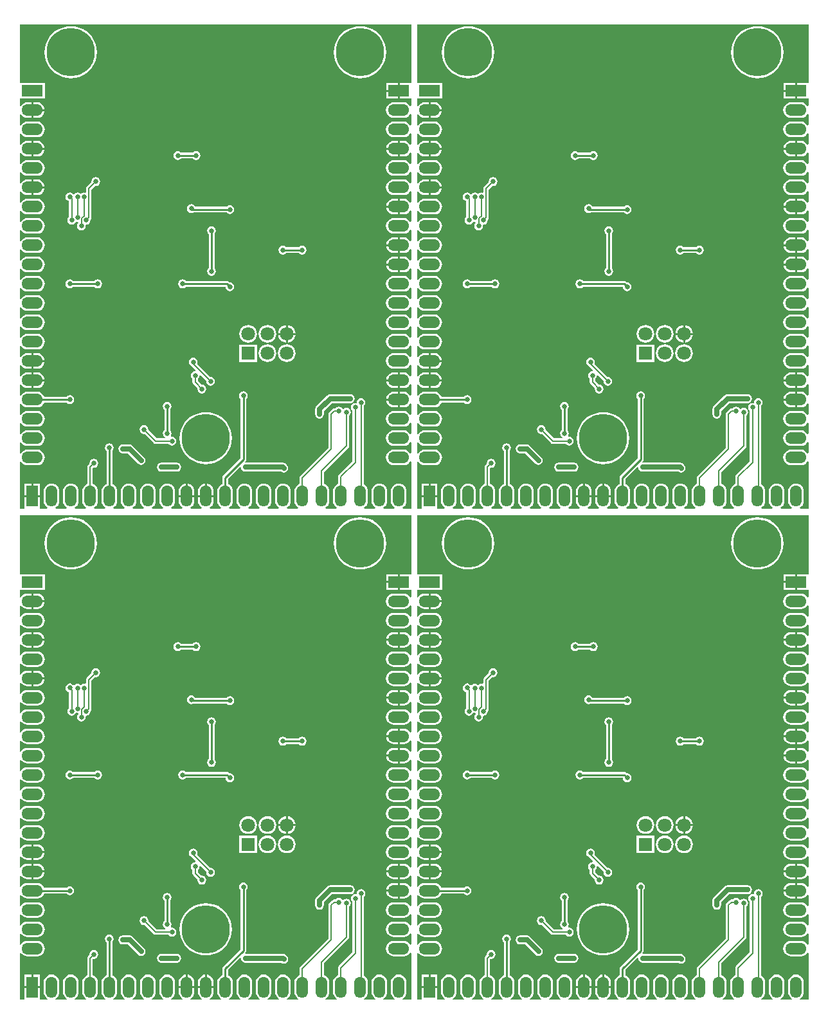
<source format=gbl>
G04 Layer_Physical_Order=2*
G04 Layer_Color=16711680*
%FSLAX25Y25*%
%MOIN*%
G70*
G01*
G75*
%ADD18C,0.00800*%
%ADD19C,0.02500*%
%ADD20C,0.01000*%
%ADD22R,0.07087X0.07087*%
%ADD23C,0.07087*%
%ADD24C,0.25000*%
%ADD25R,0.11000X0.06000*%
%ADD26O,0.11000X0.06000*%
%ADD27R,0.06000X0.11000*%
%ADD28O,0.06000X0.11000*%
%ADD29C,0.02500*%
G36*
X410471Y476500D02*
X404500D01*
Y472500D01*
Y468500D01*
X410471D01*
Y464799D01*
X410024Y464545D01*
X409971Y464548D01*
X409353Y465353D01*
X408517Y465994D01*
X407544Y466397D01*
X406500Y466535D01*
X401500D01*
X400456Y466397D01*
X399483Y465994D01*
X398647Y465353D01*
X398006Y464517D01*
X397603Y463544D01*
X397465Y462500D01*
X397603Y461456D01*
X398006Y460483D01*
X398647Y459647D01*
X399483Y459006D01*
X400456Y458603D01*
X401500Y458465D01*
X406500D01*
X407544Y458603D01*
X408517Y459006D01*
X409353Y459647D01*
X409971Y460452D01*
X410024Y460455D01*
X410471Y460201D01*
Y454799D01*
X410024Y454545D01*
X409971Y454548D01*
X409353Y455353D01*
X408517Y455994D01*
X407544Y456397D01*
X406500Y456534D01*
X401500D01*
X400456Y456397D01*
X399483Y455994D01*
X398647Y455353D01*
X398006Y454517D01*
X397603Y453544D01*
X397465Y452500D01*
X397603Y451456D01*
X398006Y450483D01*
X398647Y449647D01*
X399483Y449006D01*
X400456Y448603D01*
X401500Y448465D01*
X406500D01*
X407544Y448603D01*
X408517Y449006D01*
X409353Y449647D01*
X409971Y450452D01*
X410024Y450455D01*
X410471Y450201D01*
Y444799D01*
X410024Y444545D01*
X409971Y444548D01*
X409353Y445353D01*
X408517Y445994D01*
X407544Y446397D01*
X406500Y446534D01*
X404500D01*
Y442500D01*
Y438465D01*
X406500D01*
X407544Y438603D01*
X408517Y439006D01*
X409353Y439647D01*
X409971Y440452D01*
X410024Y440455D01*
X410471Y440201D01*
Y434799D01*
X410024Y434545D01*
X409971Y434548D01*
X409353Y435353D01*
X408517Y435994D01*
X407544Y436397D01*
X406500Y436535D01*
X401500D01*
X400456Y436397D01*
X399483Y435994D01*
X398647Y435353D01*
X398006Y434517D01*
X397603Y433544D01*
X397465Y432500D01*
X397603Y431456D01*
X398006Y430483D01*
X398647Y429647D01*
X399483Y429006D01*
X400456Y428603D01*
X401500Y428466D01*
X406500D01*
X407544Y428603D01*
X408517Y429006D01*
X409353Y429647D01*
X409971Y430452D01*
X410024Y430455D01*
X410471Y430201D01*
Y424799D01*
X410024Y424545D01*
X409971Y424548D01*
X409353Y425353D01*
X408517Y425994D01*
X407544Y426397D01*
X406500Y426535D01*
X401500D01*
X400456Y426397D01*
X399483Y425994D01*
X398647Y425353D01*
X398006Y424517D01*
X397603Y423544D01*
X397465Y422500D01*
X397603Y421456D01*
X398006Y420483D01*
X398647Y419647D01*
X399483Y419006D01*
X400456Y418603D01*
X401500Y418466D01*
X406500D01*
X407544Y418603D01*
X408517Y419006D01*
X409353Y419647D01*
X409971Y420452D01*
X410024Y420455D01*
X410471Y420201D01*
Y414799D01*
X410024Y414545D01*
X409971Y414548D01*
X409353Y415353D01*
X408517Y415994D01*
X407544Y416397D01*
X406500Y416535D01*
X404500D01*
Y412500D01*
Y408465D01*
X406500D01*
X407544Y408603D01*
X408517Y409006D01*
X409353Y409647D01*
X409971Y410452D01*
X410024Y410455D01*
X410471Y410201D01*
Y404799D01*
X410024Y404545D01*
X409971Y404548D01*
X409353Y405353D01*
X408517Y405994D01*
X407544Y406397D01*
X406500Y406534D01*
X401500D01*
X400456Y406397D01*
X399483Y405994D01*
X398647Y405353D01*
X398006Y404517D01*
X397603Y403544D01*
X397465Y402500D01*
X397603Y401456D01*
X398006Y400483D01*
X398647Y399647D01*
X399483Y399006D01*
X400456Y398603D01*
X401500Y398465D01*
X406500D01*
X407544Y398603D01*
X408517Y399006D01*
X409353Y399647D01*
X409971Y400452D01*
X410024Y400455D01*
X410471Y400201D01*
Y394799D01*
X410024Y394545D01*
X409971Y394548D01*
X409353Y395353D01*
X408517Y395994D01*
X407544Y396397D01*
X406500Y396534D01*
X404500D01*
Y392500D01*
Y388465D01*
X406500D01*
X407544Y388603D01*
X408517Y389006D01*
X409353Y389647D01*
X409971Y390452D01*
X410024Y390455D01*
X410471Y390201D01*
Y384799D01*
X410024Y384545D01*
X409971Y384548D01*
X409353Y385353D01*
X408517Y385994D01*
X407544Y386397D01*
X406500Y386535D01*
X404500D01*
Y382500D01*
Y378466D01*
X406500D01*
X407544Y378603D01*
X408517Y379006D01*
X409353Y379647D01*
X409971Y380452D01*
X410024Y380455D01*
X410471Y380201D01*
Y374799D01*
X410024Y374545D01*
X409971Y374548D01*
X409353Y375353D01*
X408517Y375994D01*
X407544Y376397D01*
X406500Y376535D01*
X401500D01*
X400456Y376397D01*
X399483Y375994D01*
X398647Y375353D01*
X398006Y374517D01*
X397603Y373544D01*
X397465Y372500D01*
X397603Y371456D01*
X398006Y370483D01*
X398647Y369647D01*
X399483Y369006D01*
X400456Y368603D01*
X401500Y368465D01*
X406500D01*
X407544Y368603D01*
X408517Y369006D01*
X409353Y369647D01*
X409971Y370452D01*
X410024Y370455D01*
X410471Y370201D01*
Y364799D01*
X410024Y364545D01*
X409971Y364548D01*
X409353Y365353D01*
X408517Y365994D01*
X407544Y366397D01*
X406500Y366534D01*
X401500D01*
X400456Y366397D01*
X399483Y365994D01*
X398647Y365353D01*
X398006Y364517D01*
X397603Y363544D01*
X397465Y362500D01*
X397603Y361456D01*
X398006Y360483D01*
X398647Y359647D01*
X399483Y359006D01*
X400456Y358603D01*
X401500Y358466D01*
X406500D01*
X407544Y358603D01*
X408517Y359006D01*
X409353Y359647D01*
X409971Y360452D01*
X410024Y360455D01*
X410471Y360201D01*
Y354799D01*
X410024Y354545D01*
X409971Y354548D01*
X409353Y355353D01*
X408517Y355994D01*
X407544Y356397D01*
X406500Y356535D01*
X401500D01*
X400456Y356397D01*
X399483Y355994D01*
X398647Y355353D01*
X398006Y354517D01*
X397603Y353544D01*
X397465Y352500D01*
X397603Y351456D01*
X398006Y350483D01*
X398647Y349647D01*
X399483Y349006D01*
X400456Y348603D01*
X401500Y348465D01*
X406500D01*
X407544Y348603D01*
X408517Y349006D01*
X409353Y349647D01*
X409971Y350452D01*
X410024Y350455D01*
X410471Y350201D01*
Y344799D01*
X410024Y344545D01*
X409971Y344548D01*
X409353Y345353D01*
X408517Y345994D01*
X407544Y346397D01*
X406500Y346534D01*
X401500D01*
X400456Y346397D01*
X399483Y345994D01*
X398647Y345353D01*
X398006Y344517D01*
X397603Y343544D01*
X397465Y342500D01*
X397603Y341456D01*
X398006Y340483D01*
X398647Y339647D01*
X399483Y339006D01*
X400456Y338603D01*
X401500Y338465D01*
X406500D01*
X407544Y338603D01*
X408517Y339006D01*
X409353Y339647D01*
X409971Y340452D01*
X410024Y340455D01*
X410471Y340201D01*
Y334799D01*
X410024Y334545D01*
X409971Y334548D01*
X409353Y335353D01*
X408517Y335994D01*
X407544Y336397D01*
X406500Y336535D01*
X401500D01*
X400456Y336397D01*
X399483Y335994D01*
X398647Y335353D01*
X398006Y334517D01*
X397603Y333544D01*
X397465Y332500D01*
X397603Y331456D01*
X398006Y330483D01*
X398647Y329647D01*
X399483Y329006D01*
X400456Y328603D01*
X401500Y328466D01*
X406500D01*
X407544Y328603D01*
X408517Y329006D01*
X409353Y329647D01*
X409971Y330452D01*
X410024Y330455D01*
X410471Y330201D01*
Y324799D01*
X410024Y324545D01*
X409971Y324548D01*
X409353Y325353D01*
X408517Y325994D01*
X407544Y326397D01*
X406500Y326535D01*
X404500D01*
Y322500D01*
Y318465D01*
X406500D01*
X407544Y318603D01*
X408517Y319006D01*
X409353Y319647D01*
X409971Y320452D01*
X410024Y320455D01*
X410471Y320201D01*
Y314799D01*
X410024Y314545D01*
X409971Y314548D01*
X409353Y315353D01*
X408517Y315994D01*
X407544Y316397D01*
X406500Y316534D01*
X404500D01*
Y312500D01*
Y308466D01*
X406500D01*
X407544Y308603D01*
X408517Y309006D01*
X409353Y309647D01*
X409971Y310452D01*
X410024Y310455D01*
X410471Y310201D01*
Y304799D01*
X410024Y304545D01*
X409971Y304548D01*
X409353Y305353D01*
X408517Y305994D01*
X407544Y306397D01*
X406500Y306535D01*
X401500D01*
X400456Y306397D01*
X399483Y305994D01*
X398647Y305353D01*
X398006Y304517D01*
X397603Y303544D01*
X397465Y302500D01*
X397603Y301456D01*
X398006Y300483D01*
X398647Y299647D01*
X399483Y299006D01*
X400456Y298603D01*
X401500Y298465D01*
X406500D01*
X407544Y298603D01*
X408517Y299006D01*
X409353Y299647D01*
X409971Y300452D01*
X410024Y300455D01*
X410471Y300201D01*
Y294799D01*
X410024Y294545D01*
X409971Y294548D01*
X409353Y295353D01*
X408517Y295994D01*
X407544Y296397D01*
X406500Y296534D01*
X401500D01*
X400456Y296397D01*
X399483Y295994D01*
X398647Y295353D01*
X398006Y294517D01*
X397603Y293544D01*
X397465Y292500D01*
X397603Y291456D01*
X398006Y290483D01*
X398647Y289647D01*
X399483Y289006D01*
X400456Y288603D01*
X401500Y288465D01*
X406500D01*
X407544Y288603D01*
X408517Y289006D01*
X409353Y289647D01*
X409971Y290452D01*
X410024Y290455D01*
X410471Y290201D01*
Y284799D01*
X410024Y284545D01*
X409971Y284548D01*
X409353Y285353D01*
X408517Y285994D01*
X407544Y286397D01*
X406500Y286535D01*
X401500D01*
X400456Y286397D01*
X399483Y285994D01*
X398647Y285353D01*
X398006Y284517D01*
X397603Y283544D01*
X397465Y282500D01*
X397603Y281456D01*
X398006Y280483D01*
X398647Y279647D01*
X399483Y279006D01*
X400456Y278603D01*
X401500Y278466D01*
X406500D01*
X407544Y278603D01*
X408517Y279006D01*
X409353Y279647D01*
X409971Y280452D01*
X410024Y280455D01*
X410471Y280201D01*
Y256029D01*
X406299D01*
X406045Y256476D01*
X406048Y256529D01*
X406853Y257147D01*
X407494Y257983D01*
X407897Y258956D01*
X408035Y260000D01*
Y265000D01*
X407897Y266044D01*
X407494Y267017D01*
X406853Y267853D01*
X406017Y268494D01*
X405044Y268897D01*
X404000Y269035D01*
X402956Y268897D01*
X401983Y268494D01*
X401147Y267853D01*
X400506Y267017D01*
X400103Y266044D01*
X399966Y265000D01*
Y260000D01*
X400103Y258956D01*
X400506Y257983D01*
X401147Y257147D01*
X401952Y256529D01*
X401955Y256476D01*
X401701Y256029D01*
X396299D01*
X396045Y256476D01*
X396048Y256529D01*
X396853Y257147D01*
X397494Y257983D01*
X397897Y258956D01*
X398035Y260000D01*
Y265000D01*
X397897Y266044D01*
X397494Y267017D01*
X396853Y267853D01*
X396017Y268494D01*
X395044Y268897D01*
X394000Y269035D01*
X392956Y268897D01*
X391983Y268494D01*
X391147Y267853D01*
X390506Y267017D01*
X390103Y266044D01*
X389966Y265000D01*
Y260000D01*
X390103Y258956D01*
X390506Y257983D01*
X391147Y257147D01*
X391952Y256529D01*
X391955Y256476D01*
X391701Y256029D01*
X386299D01*
X386045Y256476D01*
X386048Y256529D01*
X386853Y257147D01*
X387494Y257983D01*
X387897Y258956D01*
X388035Y260000D01*
Y265000D01*
X387897Y266044D01*
X387494Y267017D01*
X386853Y267853D01*
X386017Y268494D01*
X385927Y268531D01*
Y309248D01*
X386122Y309378D01*
X386619Y310122D01*
X386794Y311000D01*
X386619Y311878D01*
X386122Y312622D01*
X385378Y313120D01*
X384500Y313294D01*
X383622Y313120D01*
X382878Y312622D01*
X382381Y311878D01*
X382206Y311000D01*
X381917Y310711D01*
X381500Y310794D01*
X380622Y310619D01*
X379878Y310122D01*
X379380Y309378D01*
X379206Y308500D01*
X379380Y307622D01*
X379878Y306878D01*
X380073Y306748D01*
Y280591D01*
X372991Y273509D01*
X372681Y273046D01*
X372573Y272500D01*
X372573Y272500D01*
Y268738D01*
X371983Y268494D01*
X371147Y267853D01*
X370506Y267017D01*
X370103Y266044D01*
X369966Y265000D01*
Y260000D01*
X370103Y258956D01*
X370506Y257983D01*
X371147Y257147D01*
X371952Y256529D01*
X371955Y256476D01*
X371701Y256029D01*
X366299D01*
X366045Y256476D01*
X366048Y256529D01*
X366853Y257147D01*
X367494Y257983D01*
X367897Y258956D01*
X368035Y260000D01*
Y265000D01*
X367897Y266044D01*
X367494Y267017D01*
X366853Y267853D01*
X366017Y268494D01*
X365427Y268738D01*
Y274909D01*
X378009Y287491D01*
X378009Y287491D01*
X378319Y287954D01*
X378427Y288500D01*
X378427Y288500D01*
Y304248D01*
X378622Y304378D01*
X379119Y305122D01*
X379294Y306000D01*
X379119Y306878D01*
X378622Y307622D01*
X377878Y308120D01*
X377000Y308294D01*
X376122Y308120D01*
X375378Y307622D01*
X374866Y307757D01*
X374622Y308122D01*
X373878Y308619D01*
X373000Y308794D01*
X372122Y308619D01*
X371378Y308122D01*
X371248Y307927D01*
X370500D01*
X370500Y307927D01*
X369954Y307819D01*
X369491Y307509D01*
X367991Y306009D01*
X367681Y305546D01*
X367573Y305000D01*
X367573Y305000D01*
Y287591D01*
X352991Y273009D01*
X352681Y272546D01*
X352573Y272000D01*
X352573Y272000D01*
Y268738D01*
X351983Y268494D01*
X351147Y267853D01*
X350506Y267017D01*
X350103Y266044D01*
X349966Y265000D01*
Y260000D01*
X350103Y258956D01*
X350506Y257983D01*
X351147Y257147D01*
X351952Y256529D01*
X351955Y256476D01*
X351701Y256029D01*
X346299D01*
X346045Y256476D01*
X346048Y256529D01*
X346853Y257147D01*
X347494Y257983D01*
X347897Y258956D01*
X348035Y260000D01*
Y265000D01*
X347897Y266044D01*
X347494Y267017D01*
X346853Y267853D01*
X346017Y268494D01*
X345044Y268897D01*
X344000Y269035D01*
X342956Y268897D01*
X341983Y268494D01*
X341147Y267853D01*
X340506Y267017D01*
X340103Y266044D01*
X339966Y265000D01*
Y260000D01*
X340103Y258956D01*
X340506Y257983D01*
X341147Y257147D01*
X341952Y256529D01*
X341955Y256476D01*
X341701Y256029D01*
X336299D01*
X336045Y256476D01*
X336048Y256529D01*
X336853Y257147D01*
X337494Y257983D01*
X337897Y258956D01*
X338035Y260000D01*
Y265000D01*
X337897Y266044D01*
X337494Y267017D01*
X336853Y267853D01*
X336017Y268494D01*
X335044Y268897D01*
X334000Y269035D01*
X332956Y268897D01*
X331983Y268494D01*
X331147Y267853D01*
X330506Y267017D01*
X330103Y266044D01*
X329965Y265000D01*
Y260000D01*
X330103Y258956D01*
X330506Y257983D01*
X331147Y257147D01*
X331952Y256529D01*
X331955Y256476D01*
X331701Y256029D01*
X326299D01*
X326045Y256476D01*
X326048Y256529D01*
X326853Y257147D01*
X327494Y257983D01*
X327897Y258956D01*
X328034Y260000D01*
Y265000D01*
X327897Y266044D01*
X327494Y267017D01*
X326853Y267853D01*
X326017Y268494D01*
X325044Y268897D01*
X324000Y269035D01*
X322956Y268897D01*
X321983Y268494D01*
X321147Y267853D01*
X320506Y267017D01*
X320103Y266044D01*
X319966Y265000D01*
Y260000D01*
X320103Y258956D01*
X320506Y257983D01*
X321147Y257147D01*
X321952Y256529D01*
X321955Y256476D01*
X321701Y256029D01*
X316299D01*
X316045Y256476D01*
X316048Y256529D01*
X316853Y257147D01*
X317494Y257983D01*
X317897Y258956D01*
X318035Y260000D01*
Y265000D01*
X317897Y266044D01*
X317494Y267017D01*
X316853Y267853D01*
X316017Y268494D01*
X315529Y268696D01*
Y271367D01*
X321753Y277590D01*
X322233Y277363D01*
X322380Y276622D01*
X322878Y275878D01*
X323622Y275380D01*
X324500Y275206D01*
X343135D01*
X343622Y274881D01*
X344500Y274706D01*
X345378Y274881D01*
X346122Y275378D01*
X346620Y276122D01*
X346794Y277000D01*
X346620Y277878D01*
X346122Y278622D01*
X345622Y279122D01*
X344878Y279620D01*
X344000Y279794D01*
X324664D01*
X324427Y280264D01*
X324581Y280419D01*
X324913Y280915D01*
X325029Y281500D01*
Y312816D01*
X325122Y312878D01*
X325620Y313622D01*
X325794Y314500D01*
X325620Y315378D01*
X325122Y316122D01*
X324378Y316619D01*
X323500Y316794D01*
X322622Y316619D01*
X321878Y316122D01*
X321380Y315378D01*
X321206Y314500D01*
X321380Y313622D01*
X321878Y312878D01*
X321971Y312816D01*
Y282134D01*
X312919Y273081D01*
X312587Y272585D01*
X312471Y272000D01*
Y268696D01*
X311983Y268494D01*
X311147Y267853D01*
X310506Y267017D01*
X310103Y266044D01*
X309965Y265000D01*
Y260000D01*
X310103Y258956D01*
X310506Y257983D01*
X311147Y257147D01*
X311952Y256529D01*
X311955Y256476D01*
X311701Y256029D01*
X306299D01*
X306045Y256476D01*
X306048Y256529D01*
X306853Y257147D01*
X307494Y257983D01*
X307897Y258956D01*
X308034Y260000D01*
Y262000D01*
X304000D01*
X299966D01*
Y260000D01*
X300103Y258956D01*
X300506Y257983D01*
X301147Y257147D01*
X301952Y256529D01*
X301955Y256476D01*
X301701Y256029D01*
X296299D01*
X296045Y256476D01*
X296048Y256529D01*
X296853Y257147D01*
X297494Y257983D01*
X297897Y258956D01*
X298035Y260000D01*
Y262000D01*
X294000D01*
X289966D01*
Y260000D01*
X290103Y258956D01*
X290506Y257983D01*
X291147Y257147D01*
X291952Y256529D01*
X291955Y256476D01*
X291701Y256029D01*
X286299D01*
X286045Y256476D01*
X286048Y256529D01*
X286853Y257147D01*
X287494Y257983D01*
X287897Y258956D01*
X288035Y260000D01*
Y265000D01*
X287897Y266044D01*
X287494Y267017D01*
X286853Y267853D01*
X286017Y268494D01*
X285044Y268897D01*
X284000Y269035D01*
X282956Y268897D01*
X281983Y268494D01*
X281147Y267853D01*
X280506Y267017D01*
X280103Y266044D01*
X279965Y265000D01*
Y260000D01*
X280103Y258956D01*
X280506Y257983D01*
X281147Y257147D01*
X281952Y256529D01*
X281955Y256476D01*
X281701Y256029D01*
X276299D01*
X276045Y256476D01*
X276048Y256529D01*
X276853Y257147D01*
X277494Y257983D01*
X277897Y258956D01*
X278034Y260000D01*
Y265000D01*
X277897Y266044D01*
X277494Y267017D01*
X276853Y267853D01*
X276017Y268494D01*
X275044Y268897D01*
X274000Y269035D01*
X272956Y268897D01*
X271983Y268494D01*
X271147Y267853D01*
X270506Y267017D01*
X270103Y266044D01*
X269966Y265000D01*
Y260000D01*
X270103Y258956D01*
X270506Y257983D01*
X271147Y257147D01*
X271952Y256529D01*
X271955Y256476D01*
X271701Y256029D01*
X266299D01*
X266045Y256476D01*
X266048Y256529D01*
X266853Y257147D01*
X267494Y257983D01*
X267897Y258956D01*
X268035Y260000D01*
Y265000D01*
X267897Y266044D01*
X267494Y267017D01*
X266853Y267853D01*
X266017Y268494D01*
X265044Y268897D01*
X264000Y269035D01*
X262956Y268897D01*
X261983Y268494D01*
X261147Y267853D01*
X260506Y267017D01*
X260103Y266044D01*
X259965Y265000D01*
Y260000D01*
X260103Y258956D01*
X260506Y257983D01*
X261147Y257147D01*
X261952Y256529D01*
X261955Y256476D01*
X261701Y256029D01*
X256299D01*
X256045Y256476D01*
X256048Y256529D01*
X256853Y257147D01*
X257494Y257983D01*
X257897Y258956D01*
X258034Y260000D01*
Y265000D01*
X257897Y266044D01*
X257494Y267017D01*
X256853Y267853D01*
X256017Y268494D01*
X255529Y268696D01*
Y285816D01*
X255622Y285878D01*
X256119Y286622D01*
X256294Y287500D01*
X256119Y288378D01*
X255622Y289122D01*
X254878Y289619D01*
X254000Y289794D01*
X253122Y289619D01*
X252378Y289122D01*
X251881Y288378D01*
X251706Y287500D01*
X251881Y286622D01*
X252378Y285878D01*
X252471Y285816D01*
Y268696D01*
X251983Y268494D01*
X251147Y267853D01*
X250506Y267017D01*
X250103Y266044D01*
X249966Y265000D01*
Y260000D01*
X250103Y258956D01*
X250506Y257983D01*
X251147Y257147D01*
X251952Y256529D01*
X251955Y256476D01*
X251701Y256029D01*
X246299D01*
X246045Y256476D01*
X246048Y256529D01*
X246853Y257147D01*
X247494Y257983D01*
X247897Y258956D01*
X248035Y260000D01*
Y265000D01*
X247897Y266044D01*
X247494Y267017D01*
X246853Y267853D01*
X246017Y268494D01*
X245427Y268738D01*
Y276909D01*
X245770Y277252D01*
X246000Y277206D01*
X246878Y277380D01*
X247622Y277878D01*
X248119Y278622D01*
X248294Y279500D01*
X248119Y280378D01*
X247622Y281122D01*
X246878Y281620D01*
X246000Y281794D01*
X245122Y281620D01*
X244378Y281122D01*
X243881Y280378D01*
X243706Y279500D01*
X243752Y279270D01*
X242991Y278509D01*
X242681Y278046D01*
X242573Y277500D01*
X242573Y277500D01*
Y268738D01*
X241983Y268494D01*
X241147Y267853D01*
X240506Y267017D01*
X240103Y266044D01*
X239966Y265000D01*
Y260000D01*
X240103Y258956D01*
X240506Y257983D01*
X241147Y257147D01*
X241952Y256529D01*
X241955Y256476D01*
X241701Y256029D01*
X236299D01*
X236045Y256476D01*
X236048Y256529D01*
X236853Y257147D01*
X237494Y257983D01*
X237897Y258956D01*
X238035Y260000D01*
Y265000D01*
X237897Y266044D01*
X237494Y267017D01*
X236853Y267853D01*
X236017Y268494D01*
X235044Y268897D01*
X234000Y269035D01*
X232956Y268897D01*
X231983Y268494D01*
X231147Y267853D01*
X230506Y267017D01*
X230103Y266044D01*
X229965Y265000D01*
Y260000D01*
X230103Y258956D01*
X230506Y257983D01*
X231147Y257147D01*
X231952Y256529D01*
X231955Y256476D01*
X231701Y256029D01*
X226299D01*
X226045Y256476D01*
X226048Y256529D01*
X226853Y257147D01*
X227494Y257983D01*
X227897Y258956D01*
X228034Y260000D01*
Y265000D01*
X227897Y266044D01*
X227494Y267017D01*
X226853Y267853D01*
X226017Y268494D01*
X225044Y268897D01*
X224000Y269035D01*
X222956Y268897D01*
X221983Y268494D01*
X221147Y267853D01*
X220506Y267017D01*
X220103Y266044D01*
X219966Y265000D01*
Y260000D01*
X220103Y258956D01*
X220506Y257983D01*
X221147Y257147D01*
X221952Y256529D01*
X221955Y256476D01*
X221701Y256029D01*
X218000D01*
Y262000D01*
X214000D01*
X210000D01*
Y256029D01*
X207529D01*
Y280201D01*
X207976Y280455D01*
X208029Y280452D01*
X208647Y279647D01*
X209483Y279006D01*
X210456Y278603D01*
X211500Y278466D01*
X216500D01*
X217544Y278603D01*
X218517Y279006D01*
X219353Y279647D01*
X219994Y280483D01*
X220397Y281456D01*
X220534Y282500D01*
X220397Y283544D01*
X219994Y284517D01*
X219353Y285353D01*
X218517Y285994D01*
X217544Y286397D01*
X216500Y286535D01*
X211500D01*
X210456Y286397D01*
X209483Y285994D01*
X208647Y285353D01*
X208029Y284548D01*
X207976Y284545D01*
X207529Y284799D01*
Y290201D01*
X207976Y290455D01*
X208029Y290452D01*
X208647Y289647D01*
X209483Y289006D01*
X210456Y288603D01*
X211500Y288465D01*
X216500D01*
X217544Y288603D01*
X218517Y289006D01*
X219353Y289647D01*
X219994Y290483D01*
X220397Y291456D01*
X220534Y292500D01*
X220397Y293544D01*
X219994Y294517D01*
X219353Y295353D01*
X218517Y295994D01*
X217544Y296397D01*
X216500Y296534D01*
X211500D01*
X210456Y296397D01*
X209483Y295994D01*
X208647Y295353D01*
X208029Y294548D01*
X207976Y294545D01*
X207529Y294799D01*
Y300201D01*
X207976Y300455D01*
X208029Y300452D01*
X208647Y299647D01*
X209483Y299006D01*
X210456Y298603D01*
X211500Y298465D01*
X216500D01*
X217544Y298603D01*
X218517Y299006D01*
X219353Y299647D01*
X219994Y300483D01*
X220397Y301456D01*
X220534Y302500D01*
X220397Y303544D01*
X219994Y304517D01*
X219353Y305353D01*
X218517Y305994D01*
X217544Y306397D01*
X216500Y306535D01*
X211500D01*
X210456Y306397D01*
X209483Y305994D01*
X208647Y305353D01*
X208029Y304548D01*
X207976Y304545D01*
X207529Y304799D01*
Y310201D01*
X207976Y310455D01*
X208029Y310452D01*
X208647Y309647D01*
X209483Y309006D01*
X210456Y308603D01*
X211500Y308466D01*
X216500D01*
X217544Y308603D01*
X218517Y309006D01*
X219353Y309647D01*
X219994Y310483D01*
X220196Y310971D01*
X231816D01*
X231878Y310878D01*
X232622Y310381D01*
X233500Y310206D01*
X234378Y310381D01*
X235122Y310878D01*
X235619Y311622D01*
X235794Y312500D01*
X235619Y313378D01*
X235122Y314122D01*
X234378Y314619D01*
X233500Y314794D01*
X232622Y314619D01*
X231878Y314122D01*
X231816Y314029D01*
X220196D01*
X219994Y314517D01*
X219353Y315353D01*
X218517Y315994D01*
X217544Y316397D01*
X216500Y316534D01*
X211500D01*
X210456Y316397D01*
X209483Y315994D01*
X208647Y315353D01*
X208029Y314548D01*
X207976Y314545D01*
X207529Y314799D01*
Y320201D01*
X207976Y320455D01*
X208029Y320452D01*
X208647Y319647D01*
X209483Y319006D01*
X210456Y318603D01*
X211500Y318465D01*
X213500D01*
Y322500D01*
Y326535D01*
X211500D01*
X210456Y326397D01*
X209483Y325994D01*
X208647Y325353D01*
X208029Y324548D01*
X207976Y324545D01*
X207529Y324799D01*
Y330201D01*
X207976Y330455D01*
X208029Y330452D01*
X208647Y329647D01*
X209483Y329006D01*
X210456Y328603D01*
X211500Y328466D01*
X213500D01*
Y332500D01*
Y336535D01*
X211500D01*
X210456Y336397D01*
X209483Y335994D01*
X208647Y335353D01*
X208029Y334548D01*
X207976Y334545D01*
X207529Y334799D01*
Y340201D01*
X207976Y340455D01*
X208029Y340452D01*
X208647Y339647D01*
X209483Y339006D01*
X210456Y338603D01*
X211500Y338465D01*
X216500D01*
X217544Y338603D01*
X218517Y339006D01*
X219353Y339647D01*
X219994Y340483D01*
X220397Y341456D01*
X220534Y342500D01*
X220397Y343544D01*
X219994Y344517D01*
X219353Y345353D01*
X218517Y345994D01*
X217544Y346397D01*
X216500Y346534D01*
X211500D01*
X210456Y346397D01*
X209483Y345994D01*
X208647Y345353D01*
X208029Y344548D01*
X207976Y344545D01*
X207529Y344799D01*
Y350201D01*
X207976Y350455D01*
X208029Y350452D01*
X208647Y349647D01*
X209483Y349006D01*
X210456Y348603D01*
X211500Y348465D01*
X216500D01*
X217544Y348603D01*
X218517Y349006D01*
X219353Y349647D01*
X219994Y350483D01*
X220397Y351456D01*
X220534Y352500D01*
X220397Y353544D01*
X219994Y354517D01*
X219353Y355353D01*
X218517Y355994D01*
X217544Y356397D01*
X216500Y356535D01*
X211500D01*
X210456Y356397D01*
X209483Y355994D01*
X208647Y355353D01*
X208029Y354548D01*
X207976Y354545D01*
X207529Y354799D01*
Y360201D01*
X207976Y360455D01*
X208029Y360452D01*
X208647Y359647D01*
X209483Y359006D01*
X210456Y358603D01*
X211500Y358466D01*
X216500D01*
X217544Y358603D01*
X218517Y359006D01*
X219353Y359647D01*
X219994Y360483D01*
X220397Y361456D01*
X220534Y362500D01*
X220397Y363544D01*
X219994Y364517D01*
X219353Y365353D01*
X218517Y365994D01*
X217544Y366397D01*
X216500Y366534D01*
X211500D01*
X210456Y366397D01*
X209483Y365994D01*
X208647Y365353D01*
X208029Y364548D01*
X207976Y364545D01*
X207529Y364799D01*
Y370201D01*
X207976Y370455D01*
X208029Y370452D01*
X208647Y369647D01*
X209483Y369006D01*
X210456Y368603D01*
X211500Y368465D01*
X216500D01*
X217544Y368603D01*
X218517Y369006D01*
X219353Y369647D01*
X219994Y370483D01*
X220397Y371456D01*
X220534Y372500D01*
X220397Y373544D01*
X219994Y374517D01*
X219353Y375353D01*
X218517Y375994D01*
X217544Y376397D01*
X216500Y376535D01*
X211500D01*
X210456Y376397D01*
X209483Y375994D01*
X208647Y375353D01*
X208029Y374548D01*
X207976Y374545D01*
X207529Y374799D01*
Y380201D01*
X207976Y380455D01*
X208029Y380452D01*
X208647Y379647D01*
X209483Y379006D01*
X210456Y378603D01*
X211500Y378466D01*
X216500D01*
X217544Y378603D01*
X218517Y379006D01*
X219353Y379647D01*
X219994Y380483D01*
X220397Y381456D01*
X220534Y382500D01*
X220397Y383544D01*
X219994Y384517D01*
X219353Y385353D01*
X218517Y385994D01*
X217544Y386397D01*
X216500Y386535D01*
X211500D01*
X210456Y386397D01*
X209483Y385994D01*
X208647Y385353D01*
X208029Y384548D01*
X207976Y384545D01*
X207529Y384799D01*
Y390201D01*
X207976Y390455D01*
X208029Y390452D01*
X208647Y389647D01*
X209483Y389006D01*
X210456Y388603D01*
X211500Y388465D01*
X216500D01*
X217544Y388603D01*
X218517Y389006D01*
X219353Y389647D01*
X219994Y390483D01*
X220397Y391456D01*
X220534Y392500D01*
X220397Y393544D01*
X219994Y394517D01*
X219353Y395353D01*
X218517Y395994D01*
X217544Y396397D01*
X216500Y396534D01*
X211500D01*
X210456Y396397D01*
X209483Y395994D01*
X208647Y395353D01*
X208029Y394548D01*
X207976Y394545D01*
X207529Y394799D01*
Y400201D01*
X207976Y400455D01*
X208029Y400452D01*
X208647Y399647D01*
X209483Y399006D01*
X210456Y398603D01*
X211500Y398465D01*
X216500D01*
X217544Y398603D01*
X218517Y399006D01*
X219353Y399647D01*
X219994Y400483D01*
X220397Y401456D01*
X220534Y402500D01*
X220397Y403544D01*
X219994Y404517D01*
X219353Y405353D01*
X218517Y405994D01*
X217544Y406397D01*
X216500Y406534D01*
X211500D01*
X210456Y406397D01*
X209483Y405994D01*
X208647Y405353D01*
X208029Y404548D01*
X207976Y404545D01*
X207529Y404799D01*
Y410201D01*
X207976Y410455D01*
X208029Y410452D01*
X208647Y409647D01*
X209483Y409006D01*
X210456Y408603D01*
X211500Y408465D01*
X216500D01*
X217544Y408603D01*
X218517Y409006D01*
X219353Y409647D01*
X219994Y410483D01*
X220397Y411456D01*
X220534Y412500D01*
X220397Y413544D01*
X219994Y414517D01*
X219353Y415353D01*
X218517Y415994D01*
X217544Y416397D01*
X216500Y416535D01*
X211500D01*
X210456Y416397D01*
X209483Y415994D01*
X208647Y415353D01*
X208029Y414548D01*
X207976Y414545D01*
X207529Y414799D01*
Y420201D01*
X207976Y420455D01*
X208029Y420452D01*
X208647Y419647D01*
X209483Y419006D01*
X210456Y418603D01*
X211500Y418466D01*
X213500D01*
Y422500D01*
Y426535D01*
X211500D01*
X210456Y426397D01*
X209483Y425994D01*
X208647Y425353D01*
X208029Y424548D01*
X207976Y424545D01*
X207529Y424799D01*
Y430201D01*
X207976Y430455D01*
X208029Y430452D01*
X208647Y429647D01*
X209483Y429006D01*
X210456Y428603D01*
X211500Y428466D01*
X216500D01*
X217544Y428603D01*
X218517Y429006D01*
X219353Y429647D01*
X219994Y430483D01*
X220397Y431456D01*
X220534Y432500D01*
X220397Y433544D01*
X219994Y434517D01*
X219353Y435353D01*
X218517Y435994D01*
X217544Y436397D01*
X216500Y436535D01*
X211500D01*
X210456Y436397D01*
X209483Y435994D01*
X208647Y435353D01*
X208029Y434548D01*
X207976Y434545D01*
X207529Y434799D01*
Y440201D01*
X207976Y440455D01*
X208029Y440452D01*
X208647Y439647D01*
X209483Y439006D01*
X210456Y438603D01*
X211500Y438465D01*
X213500D01*
Y442500D01*
Y446534D01*
X211500D01*
X210456Y446397D01*
X209483Y445994D01*
X208647Y445353D01*
X208029Y444548D01*
X207976Y444545D01*
X207529Y444799D01*
Y450201D01*
X207976Y450455D01*
X208029Y450452D01*
X208647Y449647D01*
X209483Y449006D01*
X210456Y448603D01*
X211500Y448465D01*
X216500D01*
X217544Y448603D01*
X218517Y449006D01*
X219353Y449647D01*
X219994Y450483D01*
X220397Y451456D01*
X220534Y452500D01*
X220397Y453544D01*
X219994Y454517D01*
X219353Y455353D01*
X218517Y455994D01*
X217544Y456397D01*
X216500Y456534D01*
X211500D01*
X210456Y456397D01*
X209483Y455994D01*
X208647Y455353D01*
X208029Y454548D01*
X207976Y454545D01*
X207529Y454799D01*
Y460201D01*
X207976Y460455D01*
X208029Y460452D01*
X208647Y459647D01*
X209483Y459006D01*
X210456Y458603D01*
X211500Y458465D01*
X213500D01*
Y462500D01*
Y466535D01*
X211500D01*
X210456Y466397D01*
X209483Y465994D01*
X208647Y465353D01*
X208029Y464548D01*
X207976Y464545D01*
X207529Y464799D01*
Y468500D01*
X220500D01*
Y476500D01*
X207529D01*
Y506971D01*
X410471D01*
Y476500D01*
D02*
G37*
G36*
X204471D02*
X198500D01*
Y472500D01*
Y468500D01*
X204471D01*
Y464799D01*
X204024Y464545D01*
X203971Y464548D01*
X203353Y465353D01*
X202517Y465994D01*
X201544Y466397D01*
X200500Y466535D01*
X195500D01*
X194456Y466397D01*
X193483Y465994D01*
X192647Y465353D01*
X192006Y464517D01*
X191603Y463544D01*
X191465Y462500D01*
X191603Y461456D01*
X192006Y460483D01*
X192647Y459647D01*
X193483Y459006D01*
X194456Y458603D01*
X195500Y458465D01*
X200500D01*
X201544Y458603D01*
X202517Y459006D01*
X203353Y459647D01*
X203971Y460452D01*
X204024Y460455D01*
X204471Y460201D01*
Y454799D01*
X204024Y454545D01*
X203971Y454548D01*
X203353Y455353D01*
X202517Y455994D01*
X201544Y456397D01*
X200500Y456534D01*
X195500D01*
X194456Y456397D01*
X193483Y455994D01*
X192647Y455353D01*
X192006Y454517D01*
X191603Y453544D01*
X191465Y452500D01*
X191603Y451456D01*
X192006Y450483D01*
X192647Y449647D01*
X193483Y449006D01*
X194456Y448603D01*
X195500Y448465D01*
X200500D01*
X201544Y448603D01*
X202517Y449006D01*
X203353Y449647D01*
X203971Y450452D01*
X204024Y450455D01*
X204471Y450201D01*
Y444799D01*
X204024Y444545D01*
X203971Y444548D01*
X203353Y445353D01*
X202517Y445994D01*
X201544Y446397D01*
X200500Y446534D01*
X198500D01*
Y442500D01*
Y438465D01*
X200500D01*
X201544Y438603D01*
X202517Y439006D01*
X203353Y439647D01*
X203971Y440452D01*
X204024Y440455D01*
X204471Y440201D01*
Y434799D01*
X204024Y434545D01*
X203971Y434548D01*
X203353Y435353D01*
X202517Y435994D01*
X201544Y436397D01*
X200500Y436535D01*
X195500D01*
X194456Y436397D01*
X193483Y435994D01*
X192647Y435353D01*
X192006Y434517D01*
X191603Y433544D01*
X191465Y432500D01*
X191603Y431456D01*
X192006Y430483D01*
X192647Y429647D01*
X193483Y429006D01*
X194456Y428603D01*
X195500Y428466D01*
X200500D01*
X201544Y428603D01*
X202517Y429006D01*
X203353Y429647D01*
X203971Y430452D01*
X204024Y430455D01*
X204471Y430201D01*
Y424799D01*
X204024Y424545D01*
X203971Y424548D01*
X203353Y425353D01*
X202517Y425994D01*
X201544Y426397D01*
X200500Y426535D01*
X195500D01*
X194456Y426397D01*
X193483Y425994D01*
X192647Y425353D01*
X192006Y424517D01*
X191603Y423544D01*
X191465Y422500D01*
X191603Y421456D01*
X192006Y420483D01*
X192647Y419647D01*
X193483Y419006D01*
X194456Y418603D01*
X195500Y418466D01*
X200500D01*
X201544Y418603D01*
X202517Y419006D01*
X203353Y419647D01*
X203971Y420452D01*
X204024Y420455D01*
X204471Y420201D01*
Y414799D01*
X204024Y414545D01*
X203971Y414548D01*
X203353Y415353D01*
X202517Y415994D01*
X201544Y416397D01*
X200500Y416535D01*
X198500D01*
Y412500D01*
Y408465D01*
X200500D01*
X201544Y408603D01*
X202517Y409006D01*
X203353Y409647D01*
X203971Y410452D01*
X204024Y410455D01*
X204471Y410201D01*
Y404799D01*
X204024Y404545D01*
X203971Y404548D01*
X203353Y405353D01*
X202517Y405994D01*
X201544Y406397D01*
X200500Y406534D01*
X195500D01*
X194456Y406397D01*
X193483Y405994D01*
X192647Y405353D01*
X192006Y404517D01*
X191603Y403544D01*
X191465Y402500D01*
X191603Y401456D01*
X192006Y400483D01*
X192647Y399647D01*
X193483Y399006D01*
X194456Y398603D01*
X195500Y398465D01*
X200500D01*
X201544Y398603D01*
X202517Y399006D01*
X203353Y399647D01*
X203971Y400452D01*
X204024Y400455D01*
X204471Y400201D01*
Y394799D01*
X204024Y394545D01*
X203971Y394548D01*
X203353Y395353D01*
X202517Y395994D01*
X201544Y396397D01*
X200500Y396534D01*
X198500D01*
Y392500D01*
Y388465D01*
X200500D01*
X201544Y388603D01*
X202517Y389006D01*
X203353Y389647D01*
X203971Y390452D01*
X204024Y390455D01*
X204471Y390201D01*
Y384799D01*
X204024Y384545D01*
X203971Y384548D01*
X203353Y385353D01*
X202517Y385994D01*
X201544Y386397D01*
X200500Y386535D01*
X198500D01*
Y382500D01*
Y378466D01*
X200500D01*
X201544Y378603D01*
X202517Y379006D01*
X203353Y379647D01*
X203971Y380452D01*
X204024Y380455D01*
X204471Y380201D01*
Y374799D01*
X204024Y374545D01*
X203971Y374548D01*
X203353Y375353D01*
X202517Y375994D01*
X201544Y376397D01*
X200500Y376535D01*
X195500D01*
X194456Y376397D01*
X193483Y375994D01*
X192647Y375353D01*
X192006Y374517D01*
X191603Y373544D01*
X191465Y372500D01*
X191603Y371456D01*
X192006Y370483D01*
X192647Y369647D01*
X193483Y369006D01*
X194456Y368603D01*
X195500Y368465D01*
X200500D01*
X201544Y368603D01*
X202517Y369006D01*
X203353Y369647D01*
X203971Y370452D01*
X204024Y370455D01*
X204471Y370201D01*
Y364799D01*
X204024Y364545D01*
X203971Y364548D01*
X203353Y365353D01*
X202517Y365994D01*
X201544Y366397D01*
X200500Y366534D01*
X195500D01*
X194456Y366397D01*
X193483Y365994D01*
X192647Y365353D01*
X192006Y364517D01*
X191603Y363544D01*
X191465Y362500D01*
X191603Y361456D01*
X192006Y360483D01*
X192647Y359647D01*
X193483Y359006D01*
X194456Y358603D01*
X195500Y358466D01*
X200500D01*
X201544Y358603D01*
X202517Y359006D01*
X203353Y359647D01*
X203971Y360452D01*
X204024Y360455D01*
X204471Y360201D01*
Y354799D01*
X204024Y354545D01*
X203971Y354548D01*
X203353Y355353D01*
X202517Y355994D01*
X201544Y356397D01*
X200500Y356535D01*
X195500D01*
X194456Y356397D01*
X193483Y355994D01*
X192647Y355353D01*
X192006Y354517D01*
X191603Y353544D01*
X191465Y352500D01*
X191603Y351456D01*
X192006Y350483D01*
X192647Y349647D01*
X193483Y349006D01*
X194456Y348603D01*
X195500Y348465D01*
X200500D01*
X201544Y348603D01*
X202517Y349006D01*
X203353Y349647D01*
X203971Y350452D01*
X204024Y350455D01*
X204471Y350201D01*
Y344799D01*
X204024Y344545D01*
X203971Y344548D01*
X203353Y345353D01*
X202517Y345994D01*
X201544Y346397D01*
X200500Y346534D01*
X195500D01*
X194456Y346397D01*
X193483Y345994D01*
X192647Y345353D01*
X192006Y344517D01*
X191603Y343544D01*
X191465Y342500D01*
X191603Y341456D01*
X192006Y340483D01*
X192647Y339647D01*
X193483Y339006D01*
X194456Y338603D01*
X195500Y338465D01*
X200500D01*
X201544Y338603D01*
X202517Y339006D01*
X203353Y339647D01*
X203971Y340452D01*
X204024Y340455D01*
X204471Y340201D01*
Y334799D01*
X204024Y334545D01*
X203971Y334548D01*
X203353Y335353D01*
X202517Y335994D01*
X201544Y336397D01*
X200500Y336535D01*
X195500D01*
X194456Y336397D01*
X193483Y335994D01*
X192647Y335353D01*
X192006Y334517D01*
X191603Y333544D01*
X191465Y332500D01*
X191603Y331456D01*
X192006Y330483D01*
X192647Y329647D01*
X193483Y329006D01*
X194456Y328603D01*
X195500Y328466D01*
X200500D01*
X201544Y328603D01*
X202517Y329006D01*
X203353Y329647D01*
X203971Y330452D01*
X204024Y330455D01*
X204471Y330201D01*
Y324799D01*
X204024Y324545D01*
X203971Y324548D01*
X203353Y325353D01*
X202517Y325994D01*
X201544Y326397D01*
X200500Y326535D01*
X198500D01*
Y322500D01*
Y318465D01*
X200500D01*
X201544Y318603D01*
X202517Y319006D01*
X203353Y319647D01*
X203971Y320452D01*
X204024Y320455D01*
X204471Y320201D01*
Y314799D01*
X204024Y314545D01*
X203971Y314548D01*
X203353Y315353D01*
X202517Y315994D01*
X201544Y316397D01*
X200500Y316534D01*
X198500D01*
Y312500D01*
Y308466D01*
X200500D01*
X201544Y308603D01*
X202517Y309006D01*
X203353Y309647D01*
X203971Y310452D01*
X204024Y310455D01*
X204471Y310201D01*
Y304799D01*
X204024Y304545D01*
X203971Y304548D01*
X203353Y305353D01*
X202517Y305994D01*
X201544Y306397D01*
X200500Y306535D01*
X195500D01*
X194456Y306397D01*
X193483Y305994D01*
X192647Y305353D01*
X192006Y304517D01*
X191603Y303544D01*
X191465Y302500D01*
X191603Y301456D01*
X192006Y300483D01*
X192647Y299647D01*
X193483Y299006D01*
X194456Y298603D01*
X195500Y298465D01*
X200500D01*
X201544Y298603D01*
X202517Y299006D01*
X203353Y299647D01*
X203971Y300452D01*
X204024Y300455D01*
X204471Y300201D01*
Y294799D01*
X204024Y294545D01*
X203971Y294548D01*
X203353Y295353D01*
X202517Y295994D01*
X201544Y296397D01*
X200500Y296534D01*
X195500D01*
X194456Y296397D01*
X193483Y295994D01*
X192647Y295353D01*
X192006Y294517D01*
X191603Y293544D01*
X191465Y292500D01*
X191603Y291456D01*
X192006Y290483D01*
X192647Y289647D01*
X193483Y289006D01*
X194456Y288603D01*
X195500Y288465D01*
X200500D01*
X201544Y288603D01*
X202517Y289006D01*
X203353Y289647D01*
X203971Y290452D01*
X204024Y290455D01*
X204471Y290201D01*
Y284799D01*
X204024Y284545D01*
X203971Y284548D01*
X203353Y285353D01*
X202517Y285994D01*
X201544Y286397D01*
X200500Y286535D01*
X195500D01*
X194456Y286397D01*
X193483Y285994D01*
X192647Y285353D01*
X192006Y284517D01*
X191603Y283544D01*
X191465Y282500D01*
X191603Y281456D01*
X192006Y280483D01*
X192647Y279647D01*
X193483Y279006D01*
X194456Y278603D01*
X195500Y278466D01*
X200500D01*
X201544Y278603D01*
X202517Y279006D01*
X203353Y279647D01*
X203971Y280452D01*
X204024Y280455D01*
X204471Y280201D01*
Y256029D01*
X200299D01*
X200045Y256476D01*
X200048Y256529D01*
X200853Y257147D01*
X201494Y257983D01*
X201897Y258956D01*
X202034Y260000D01*
Y265000D01*
X201897Y266044D01*
X201494Y267017D01*
X200853Y267853D01*
X200017Y268494D01*
X199044Y268897D01*
X198000Y269035D01*
X196956Y268897D01*
X195983Y268494D01*
X195147Y267853D01*
X194506Y267017D01*
X194103Y266044D01*
X193965Y265000D01*
Y260000D01*
X194103Y258956D01*
X194506Y257983D01*
X195147Y257147D01*
X195952Y256529D01*
X195955Y256476D01*
X195701Y256029D01*
X190299D01*
X190045Y256476D01*
X190048Y256529D01*
X190853Y257147D01*
X191494Y257983D01*
X191897Y258956D01*
X192034Y260000D01*
Y265000D01*
X191897Y266044D01*
X191494Y267017D01*
X190853Y267853D01*
X190017Y268494D01*
X189044Y268897D01*
X188000Y269035D01*
X186956Y268897D01*
X185983Y268494D01*
X185147Y267853D01*
X184506Y267017D01*
X184103Y266044D01*
X183966Y265000D01*
Y260000D01*
X184103Y258956D01*
X184506Y257983D01*
X185147Y257147D01*
X185952Y256529D01*
X185955Y256476D01*
X185701Y256029D01*
X180299D01*
X180045Y256476D01*
X180048Y256529D01*
X180853Y257147D01*
X181494Y257983D01*
X181897Y258956D01*
X182035Y260000D01*
Y265000D01*
X181897Y266044D01*
X181494Y267017D01*
X180853Y267853D01*
X180017Y268494D01*
X179927Y268531D01*
Y309248D01*
X180122Y309378D01*
X180620Y310122D01*
X180794Y311000D01*
X180620Y311878D01*
X180122Y312622D01*
X179378Y313120D01*
X178500Y313294D01*
X177622Y313120D01*
X176878Y312622D01*
X176381Y311878D01*
X176206Y311000D01*
X175917Y310711D01*
X175500Y310794D01*
X174622Y310619D01*
X173878Y310122D01*
X173380Y309378D01*
X173206Y308500D01*
X173380Y307622D01*
X173878Y306878D01*
X174073Y306748D01*
Y280591D01*
X166991Y273509D01*
X166681Y273046D01*
X166573Y272500D01*
X166573Y272500D01*
Y268738D01*
X165983Y268494D01*
X165147Y267853D01*
X164506Y267017D01*
X164103Y266044D01*
X163965Y265000D01*
Y260000D01*
X164103Y258956D01*
X164506Y257983D01*
X165147Y257147D01*
X165952Y256529D01*
X165955Y256476D01*
X165701Y256029D01*
X160299D01*
X160045Y256476D01*
X160048Y256529D01*
X160853Y257147D01*
X161494Y257983D01*
X161897Y258956D01*
X162034Y260000D01*
Y265000D01*
X161897Y266044D01*
X161494Y267017D01*
X160853Y267853D01*
X160017Y268494D01*
X159427Y268738D01*
Y274909D01*
X172009Y287491D01*
X172009Y287491D01*
X172319Y287954D01*
X172427Y288500D01*
X172427Y288500D01*
Y304248D01*
X172622Y304378D01*
X173119Y305122D01*
X173294Y306000D01*
X173119Y306878D01*
X172622Y307622D01*
X171878Y308120D01*
X171000Y308294D01*
X170122Y308120D01*
X169378Y307622D01*
X168866Y307757D01*
X168622Y308122D01*
X167878Y308619D01*
X167000Y308794D01*
X166122Y308619D01*
X165378Y308122D01*
X165248Y307927D01*
X164500D01*
X164500Y307927D01*
X163954Y307819D01*
X163491Y307509D01*
X161991Y306009D01*
X161681Y305546D01*
X161573Y305000D01*
X161573Y305000D01*
Y287591D01*
X146991Y273009D01*
X146681Y272546D01*
X146573Y272000D01*
X146573Y272000D01*
Y268738D01*
X145983Y268494D01*
X145147Y267853D01*
X144506Y267017D01*
X144103Y266044D01*
X143965Y265000D01*
Y260000D01*
X144103Y258956D01*
X144506Y257983D01*
X145147Y257147D01*
X145952Y256529D01*
X145955Y256476D01*
X145701Y256029D01*
X140299D01*
X140045Y256476D01*
X140048Y256529D01*
X140853Y257147D01*
X141494Y257983D01*
X141897Y258956D01*
X142034Y260000D01*
Y265000D01*
X141897Y266044D01*
X141494Y267017D01*
X140853Y267853D01*
X140017Y268494D01*
X139044Y268897D01*
X138000Y269035D01*
X136956Y268897D01*
X135983Y268494D01*
X135147Y267853D01*
X134506Y267017D01*
X134103Y266044D01*
X133966Y265000D01*
Y260000D01*
X134103Y258956D01*
X134506Y257983D01*
X135147Y257147D01*
X135952Y256529D01*
X135955Y256476D01*
X135701Y256029D01*
X130299D01*
X130045Y256476D01*
X130048Y256529D01*
X130853Y257147D01*
X131494Y257983D01*
X131897Y258956D01*
X132035Y260000D01*
Y265000D01*
X131897Y266044D01*
X131494Y267017D01*
X130853Y267853D01*
X130017Y268494D01*
X129044Y268897D01*
X128000Y269035D01*
X126956Y268897D01*
X125983Y268494D01*
X125147Y267853D01*
X124506Y267017D01*
X124103Y266044D01*
X123966Y265000D01*
Y260000D01*
X124103Y258956D01*
X124506Y257983D01*
X125147Y257147D01*
X125952Y256529D01*
X125955Y256476D01*
X125701Y256029D01*
X120299D01*
X120045Y256476D01*
X120048Y256529D01*
X120853Y257147D01*
X121494Y257983D01*
X121897Y258956D01*
X122035Y260000D01*
Y265000D01*
X121897Y266044D01*
X121494Y267017D01*
X120853Y267853D01*
X120017Y268494D01*
X119044Y268897D01*
X118000Y269035D01*
X116956Y268897D01*
X115983Y268494D01*
X115147Y267853D01*
X114506Y267017D01*
X114103Y266044D01*
X113965Y265000D01*
Y260000D01*
X114103Y258956D01*
X114506Y257983D01*
X115147Y257147D01*
X115952Y256529D01*
X115955Y256476D01*
X115701Y256029D01*
X110299D01*
X110045Y256476D01*
X110048Y256529D01*
X110853Y257147D01*
X111494Y257983D01*
X111897Y258956D01*
X112034Y260000D01*
Y265000D01*
X111897Y266044D01*
X111494Y267017D01*
X110853Y267853D01*
X110017Y268494D01*
X109529Y268696D01*
Y271367D01*
X115753Y277590D01*
X116233Y277363D01*
X116381Y276622D01*
X116878Y275878D01*
X117622Y275380D01*
X118500Y275206D01*
X137135D01*
X137622Y274881D01*
X138500Y274706D01*
X139378Y274881D01*
X140122Y275378D01*
X140620Y276122D01*
X140794Y277000D01*
X140620Y277878D01*
X140122Y278622D01*
X139622Y279122D01*
X138878Y279620D01*
X138000Y279794D01*
X118664D01*
X118427Y280264D01*
X118581Y280419D01*
X118913Y280915D01*
X119029Y281500D01*
Y312816D01*
X119122Y312878D01*
X119620Y313622D01*
X119794Y314500D01*
X119620Y315378D01*
X119122Y316122D01*
X118378Y316619D01*
X117500Y316794D01*
X116622Y316619D01*
X115878Y316122D01*
X115381Y315378D01*
X115206Y314500D01*
X115381Y313622D01*
X115878Y312878D01*
X115971Y312816D01*
Y282134D01*
X106919Y273081D01*
X106587Y272585D01*
X106471Y272000D01*
Y268696D01*
X105983Y268494D01*
X105147Y267853D01*
X104506Y267017D01*
X104103Y266044D01*
X103965Y265000D01*
Y260000D01*
X104103Y258956D01*
X104506Y257983D01*
X105147Y257147D01*
X105952Y256529D01*
X105955Y256476D01*
X105701Y256029D01*
X100299D01*
X100045Y256476D01*
X100048Y256529D01*
X100853Y257147D01*
X101494Y257983D01*
X101897Y258956D01*
X102034Y260000D01*
Y262000D01*
X98000D01*
X93966D01*
Y260000D01*
X94103Y258956D01*
X94506Y257983D01*
X95147Y257147D01*
X95952Y256529D01*
X95955Y256476D01*
X95701Y256029D01*
X90299D01*
X90045Y256476D01*
X90048Y256529D01*
X90853Y257147D01*
X91494Y257983D01*
X91897Y258956D01*
X92035Y260000D01*
Y262000D01*
X88000D01*
X83965D01*
Y260000D01*
X84103Y258956D01*
X84506Y257983D01*
X85147Y257147D01*
X85952Y256529D01*
X85955Y256476D01*
X85701Y256029D01*
X80299D01*
X80045Y256476D01*
X80048Y256529D01*
X80853Y257147D01*
X81494Y257983D01*
X81897Y258956D01*
X82034Y260000D01*
Y265000D01*
X81897Y266044D01*
X81494Y267017D01*
X80853Y267853D01*
X80017Y268494D01*
X79044Y268897D01*
X78000Y269035D01*
X76956Y268897D01*
X75983Y268494D01*
X75147Y267853D01*
X74506Y267017D01*
X74103Y266044D01*
X73966Y265000D01*
Y260000D01*
X74103Y258956D01*
X74506Y257983D01*
X75147Y257147D01*
X75952Y256529D01*
X75955Y256476D01*
X75701Y256029D01*
X70299D01*
X70045Y256476D01*
X70048Y256529D01*
X70853Y257147D01*
X71494Y257983D01*
X71897Y258956D01*
X72035Y260000D01*
Y265000D01*
X71897Y266044D01*
X71494Y267017D01*
X70853Y267853D01*
X70017Y268494D01*
X69044Y268897D01*
X68000Y269035D01*
X66956Y268897D01*
X65983Y268494D01*
X65147Y267853D01*
X64506Y267017D01*
X64103Y266044D01*
X63965Y265000D01*
Y260000D01*
X64103Y258956D01*
X64506Y257983D01*
X65147Y257147D01*
X65952Y256529D01*
X65955Y256476D01*
X65701Y256029D01*
X60299D01*
X60045Y256476D01*
X60048Y256529D01*
X60853Y257147D01*
X61494Y257983D01*
X61897Y258956D01*
X62034Y260000D01*
Y265000D01*
X61897Y266044D01*
X61494Y267017D01*
X60853Y267853D01*
X60017Y268494D01*
X59044Y268897D01*
X58000Y269035D01*
X56956Y268897D01*
X55983Y268494D01*
X55147Y267853D01*
X54506Y267017D01*
X54103Y266044D01*
X53966Y265000D01*
Y260000D01*
X54103Y258956D01*
X54506Y257983D01*
X55147Y257147D01*
X55952Y256529D01*
X55955Y256476D01*
X55701Y256029D01*
X50299D01*
X50045Y256476D01*
X50048Y256529D01*
X50853Y257147D01*
X51494Y257983D01*
X51897Y258956D01*
X52034Y260000D01*
Y265000D01*
X51897Y266044D01*
X51494Y267017D01*
X50853Y267853D01*
X50017Y268494D01*
X49529Y268696D01*
Y285816D01*
X49622Y285878D01*
X50120Y286622D01*
X50294Y287500D01*
X50120Y288378D01*
X49622Y289122D01*
X48878Y289619D01*
X48000Y289794D01*
X47122Y289619D01*
X46378Y289122D01*
X45880Y288378D01*
X45706Y287500D01*
X45880Y286622D01*
X46378Y285878D01*
X46471Y285816D01*
Y268696D01*
X45983Y268494D01*
X45147Y267853D01*
X44506Y267017D01*
X44103Y266044D01*
X43966Y265000D01*
Y260000D01*
X44103Y258956D01*
X44506Y257983D01*
X45147Y257147D01*
X45952Y256529D01*
X45955Y256476D01*
X45701Y256029D01*
X40299D01*
X40045Y256476D01*
X40048Y256529D01*
X40853Y257147D01*
X41494Y257983D01*
X41897Y258956D01*
X42035Y260000D01*
Y265000D01*
X41897Y266044D01*
X41494Y267017D01*
X40853Y267853D01*
X40017Y268494D01*
X39427Y268738D01*
Y276909D01*
X39770Y277252D01*
X40000Y277206D01*
X40878Y277380D01*
X41622Y277878D01*
X42120Y278622D01*
X42294Y279500D01*
X42120Y280378D01*
X41622Y281122D01*
X40878Y281620D01*
X40000Y281794D01*
X39122Y281620D01*
X38378Y281122D01*
X37881Y280378D01*
X37706Y279500D01*
X37752Y279270D01*
X36991Y278509D01*
X36681Y278046D01*
X36573Y277500D01*
X36573Y277500D01*
Y268738D01*
X35983Y268494D01*
X35147Y267853D01*
X34506Y267017D01*
X34103Y266044D01*
X33966Y265000D01*
Y260000D01*
X34103Y258956D01*
X34506Y257983D01*
X35147Y257147D01*
X35952Y256529D01*
X35955Y256476D01*
X35701Y256029D01*
X30299D01*
X30045Y256476D01*
X30048Y256529D01*
X30853Y257147D01*
X31494Y257983D01*
X31897Y258956D01*
X32035Y260000D01*
Y265000D01*
X31897Y266044D01*
X31494Y267017D01*
X30853Y267853D01*
X30017Y268494D01*
X29044Y268897D01*
X28000Y269035D01*
X26956Y268897D01*
X25983Y268494D01*
X25147Y267853D01*
X24506Y267017D01*
X24103Y266044D01*
X23966Y265000D01*
Y260000D01*
X24103Y258956D01*
X24506Y257983D01*
X25147Y257147D01*
X25952Y256529D01*
X25955Y256476D01*
X25701Y256029D01*
X20299D01*
X20045Y256476D01*
X20048Y256529D01*
X20853Y257147D01*
X21494Y257983D01*
X21897Y258956D01*
X22035Y260000D01*
Y265000D01*
X21897Y266044D01*
X21494Y267017D01*
X20853Y267853D01*
X20017Y268494D01*
X19044Y268897D01*
X18000Y269035D01*
X16956Y268897D01*
X15983Y268494D01*
X15147Y267853D01*
X14506Y267017D01*
X14103Y266044D01*
X13965Y265000D01*
Y260000D01*
X14103Y258956D01*
X14506Y257983D01*
X15147Y257147D01*
X15952Y256529D01*
X15955Y256476D01*
X15701Y256029D01*
X12000D01*
Y262000D01*
X8000D01*
X4000D01*
Y256029D01*
X1529D01*
Y280201D01*
X1976Y280455D01*
X2029Y280452D01*
X2647Y279647D01*
X3483Y279006D01*
X4456Y278603D01*
X5500Y278466D01*
X10500D01*
X11544Y278603D01*
X12517Y279006D01*
X13353Y279647D01*
X13994Y280483D01*
X14397Y281456D01*
X14535Y282500D01*
X14397Y283544D01*
X13994Y284517D01*
X13353Y285353D01*
X12517Y285994D01*
X11544Y286397D01*
X10500Y286535D01*
X5500D01*
X4456Y286397D01*
X3483Y285994D01*
X2647Y285353D01*
X2029Y284548D01*
X1976Y284545D01*
X1529Y284799D01*
Y290201D01*
X1976Y290455D01*
X2029Y290452D01*
X2647Y289647D01*
X3483Y289006D01*
X4456Y288603D01*
X5500Y288465D01*
X10500D01*
X11544Y288603D01*
X12517Y289006D01*
X13353Y289647D01*
X13994Y290483D01*
X14397Y291456D01*
X14535Y292500D01*
X14397Y293544D01*
X13994Y294517D01*
X13353Y295353D01*
X12517Y295994D01*
X11544Y296397D01*
X10500Y296534D01*
X5500D01*
X4456Y296397D01*
X3483Y295994D01*
X2647Y295353D01*
X2029Y294548D01*
X1976Y294545D01*
X1529Y294799D01*
Y300201D01*
X1976Y300455D01*
X2029Y300452D01*
X2647Y299647D01*
X3483Y299006D01*
X4456Y298603D01*
X5500Y298465D01*
X10500D01*
X11544Y298603D01*
X12517Y299006D01*
X13353Y299647D01*
X13994Y300483D01*
X14397Y301456D01*
X14535Y302500D01*
X14397Y303544D01*
X13994Y304517D01*
X13353Y305353D01*
X12517Y305994D01*
X11544Y306397D01*
X10500Y306535D01*
X5500D01*
X4456Y306397D01*
X3483Y305994D01*
X2647Y305353D01*
X2029Y304548D01*
X1976Y304545D01*
X1529Y304799D01*
Y310201D01*
X1976Y310455D01*
X2029Y310452D01*
X2647Y309647D01*
X3483Y309006D01*
X4456Y308603D01*
X5500Y308466D01*
X10500D01*
X11544Y308603D01*
X12517Y309006D01*
X13353Y309647D01*
X13994Y310483D01*
X14196Y310971D01*
X25816D01*
X25878Y310878D01*
X26622Y310381D01*
X27500Y310206D01*
X28378Y310381D01*
X29122Y310878D01*
X29620Y311622D01*
X29794Y312500D01*
X29620Y313378D01*
X29122Y314122D01*
X28378Y314619D01*
X27500Y314794D01*
X26622Y314619D01*
X25878Y314122D01*
X25816Y314029D01*
X14196D01*
X13994Y314517D01*
X13353Y315353D01*
X12517Y315994D01*
X11544Y316397D01*
X10500Y316534D01*
X5500D01*
X4456Y316397D01*
X3483Y315994D01*
X2647Y315353D01*
X2029Y314548D01*
X1976Y314545D01*
X1529Y314799D01*
Y320201D01*
X1976Y320455D01*
X2029Y320452D01*
X2647Y319647D01*
X3483Y319006D01*
X4456Y318603D01*
X5500Y318465D01*
X7500D01*
Y322500D01*
Y326535D01*
X5500D01*
X4456Y326397D01*
X3483Y325994D01*
X2647Y325353D01*
X2029Y324548D01*
X1976Y324545D01*
X1529Y324799D01*
Y330201D01*
X1976Y330455D01*
X2029Y330452D01*
X2647Y329647D01*
X3483Y329006D01*
X4456Y328603D01*
X5500Y328466D01*
X7500D01*
Y332500D01*
Y336535D01*
X5500D01*
X4456Y336397D01*
X3483Y335994D01*
X2647Y335353D01*
X2029Y334548D01*
X1976Y334545D01*
X1529Y334799D01*
Y340201D01*
X1976Y340455D01*
X2029Y340452D01*
X2647Y339647D01*
X3483Y339006D01*
X4456Y338603D01*
X5500Y338465D01*
X10500D01*
X11544Y338603D01*
X12517Y339006D01*
X13353Y339647D01*
X13994Y340483D01*
X14397Y341456D01*
X14535Y342500D01*
X14397Y343544D01*
X13994Y344517D01*
X13353Y345353D01*
X12517Y345994D01*
X11544Y346397D01*
X10500Y346534D01*
X5500D01*
X4456Y346397D01*
X3483Y345994D01*
X2647Y345353D01*
X2029Y344548D01*
X1976Y344545D01*
X1529Y344799D01*
Y350201D01*
X1976Y350455D01*
X2029Y350452D01*
X2647Y349647D01*
X3483Y349006D01*
X4456Y348603D01*
X5500Y348465D01*
X10500D01*
X11544Y348603D01*
X12517Y349006D01*
X13353Y349647D01*
X13994Y350483D01*
X14397Y351456D01*
X14535Y352500D01*
X14397Y353544D01*
X13994Y354517D01*
X13353Y355353D01*
X12517Y355994D01*
X11544Y356397D01*
X10500Y356535D01*
X5500D01*
X4456Y356397D01*
X3483Y355994D01*
X2647Y355353D01*
X2029Y354548D01*
X1976Y354545D01*
X1529Y354799D01*
Y360201D01*
X1976Y360455D01*
X2029Y360452D01*
X2647Y359647D01*
X3483Y359006D01*
X4456Y358603D01*
X5500Y358466D01*
X10500D01*
X11544Y358603D01*
X12517Y359006D01*
X13353Y359647D01*
X13994Y360483D01*
X14397Y361456D01*
X14535Y362500D01*
X14397Y363544D01*
X13994Y364517D01*
X13353Y365353D01*
X12517Y365994D01*
X11544Y366397D01*
X10500Y366534D01*
X5500D01*
X4456Y366397D01*
X3483Y365994D01*
X2647Y365353D01*
X2029Y364548D01*
X1976Y364545D01*
X1529Y364799D01*
Y370201D01*
X1976Y370455D01*
X2029Y370452D01*
X2647Y369647D01*
X3483Y369006D01*
X4456Y368603D01*
X5500Y368465D01*
X10500D01*
X11544Y368603D01*
X12517Y369006D01*
X13353Y369647D01*
X13994Y370483D01*
X14397Y371456D01*
X14535Y372500D01*
X14397Y373544D01*
X13994Y374517D01*
X13353Y375353D01*
X12517Y375994D01*
X11544Y376397D01*
X10500Y376535D01*
X5500D01*
X4456Y376397D01*
X3483Y375994D01*
X2647Y375353D01*
X2029Y374548D01*
X1976Y374545D01*
X1529Y374799D01*
Y380201D01*
X1976Y380455D01*
X2029Y380452D01*
X2647Y379647D01*
X3483Y379006D01*
X4456Y378603D01*
X5500Y378466D01*
X10500D01*
X11544Y378603D01*
X12517Y379006D01*
X13353Y379647D01*
X13994Y380483D01*
X14397Y381456D01*
X14535Y382500D01*
X14397Y383544D01*
X13994Y384517D01*
X13353Y385353D01*
X12517Y385994D01*
X11544Y386397D01*
X10500Y386535D01*
X5500D01*
X4456Y386397D01*
X3483Y385994D01*
X2647Y385353D01*
X2029Y384548D01*
X1976Y384545D01*
X1529Y384799D01*
Y390201D01*
X1976Y390455D01*
X2029Y390452D01*
X2647Y389647D01*
X3483Y389006D01*
X4456Y388603D01*
X5500Y388465D01*
X10500D01*
X11544Y388603D01*
X12517Y389006D01*
X13353Y389647D01*
X13994Y390483D01*
X14397Y391456D01*
X14535Y392500D01*
X14397Y393544D01*
X13994Y394517D01*
X13353Y395353D01*
X12517Y395994D01*
X11544Y396397D01*
X10500Y396534D01*
X5500D01*
X4456Y396397D01*
X3483Y395994D01*
X2647Y395353D01*
X2029Y394548D01*
X1976Y394545D01*
X1529Y394799D01*
Y400201D01*
X1976Y400455D01*
X2029Y400452D01*
X2647Y399647D01*
X3483Y399006D01*
X4456Y398603D01*
X5500Y398465D01*
X10500D01*
X11544Y398603D01*
X12517Y399006D01*
X13353Y399647D01*
X13994Y400483D01*
X14397Y401456D01*
X14535Y402500D01*
X14397Y403544D01*
X13994Y404517D01*
X13353Y405353D01*
X12517Y405994D01*
X11544Y406397D01*
X10500Y406534D01*
X5500D01*
X4456Y406397D01*
X3483Y405994D01*
X2647Y405353D01*
X2029Y404548D01*
X1976Y404545D01*
X1529Y404799D01*
Y410201D01*
X1976Y410455D01*
X2029Y410452D01*
X2647Y409647D01*
X3483Y409006D01*
X4456Y408603D01*
X5500Y408465D01*
X10500D01*
X11544Y408603D01*
X12517Y409006D01*
X13353Y409647D01*
X13994Y410483D01*
X14397Y411456D01*
X14535Y412500D01*
X14397Y413544D01*
X13994Y414517D01*
X13353Y415353D01*
X12517Y415994D01*
X11544Y416397D01*
X10500Y416535D01*
X5500D01*
X4456Y416397D01*
X3483Y415994D01*
X2647Y415353D01*
X2029Y414548D01*
X1976Y414545D01*
X1529Y414799D01*
Y420201D01*
X1976Y420455D01*
X2029Y420452D01*
X2647Y419647D01*
X3483Y419006D01*
X4456Y418603D01*
X5500Y418466D01*
X7500D01*
Y422500D01*
Y426535D01*
X5500D01*
X4456Y426397D01*
X3483Y425994D01*
X2647Y425353D01*
X2029Y424548D01*
X1976Y424545D01*
X1529Y424799D01*
Y430201D01*
X1976Y430455D01*
X2029Y430452D01*
X2647Y429647D01*
X3483Y429006D01*
X4456Y428603D01*
X5500Y428466D01*
X10500D01*
X11544Y428603D01*
X12517Y429006D01*
X13353Y429647D01*
X13994Y430483D01*
X14397Y431456D01*
X14535Y432500D01*
X14397Y433544D01*
X13994Y434517D01*
X13353Y435353D01*
X12517Y435994D01*
X11544Y436397D01*
X10500Y436535D01*
X5500D01*
X4456Y436397D01*
X3483Y435994D01*
X2647Y435353D01*
X2029Y434548D01*
X1976Y434545D01*
X1529Y434799D01*
Y440201D01*
X1976Y440455D01*
X2029Y440452D01*
X2647Y439647D01*
X3483Y439006D01*
X4456Y438603D01*
X5500Y438465D01*
X7500D01*
Y442500D01*
Y446534D01*
X5500D01*
X4456Y446397D01*
X3483Y445994D01*
X2647Y445353D01*
X2029Y444548D01*
X1976Y444545D01*
X1529Y444799D01*
Y450201D01*
X1976Y450455D01*
X2029Y450452D01*
X2647Y449647D01*
X3483Y449006D01*
X4456Y448603D01*
X5500Y448465D01*
X10500D01*
X11544Y448603D01*
X12517Y449006D01*
X13353Y449647D01*
X13994Y450483D01*
X14397Y451456D01*
X14535Y452500D01*
X14397Y453544D01*
X13994Y454517D01*
X13353Y455353D01*
X12517Y455994D01*
X11544Y456397D01*
X10500Y456534D01*
X5500D01*
X4456Y456397D01*
X3483Y455994D01*
X2647Y455353D01*
X2029Y454548D01*
X1976Y454545D01*
X1529Y454799D01*
Y460201D01*
X1976Y460455D01*
X2029Y460452D01*
X2647Y459647D01*
X3483Y459006D01*
X4456Y458603D01*
X5500Y458465D01*
X7500D01*
Y462500D01*
Y466535D01*
X5500D01*
X4456Y466397D01*
X3483Y465994D01*
X2647Y465353D01*
X2029Y464548D01*
X1976Y464545D01*
X1529Y464799D01*
Y468500D01*
X14500D01*
Y476500D01*
X1529D01*
Y506971D01*
X204471D01*
Y476500D01*
D02*
G37*
G36*
X410471Y222000D02*
X404500D01*
Y218000D01*
Y214000D01*
X410471D01*
Y210299D01*
X410024Y210045D01*
X409971Y210048D01*
X409353Y210853D01*
X408517Y211494D01*
X407544Y211897D01*
X406500Y212035D01*
X401500D01*
X400456Y211897D01*
X399483Y211494D01*
X398647Y210853D01*
X398006Y210017D01*
X397603Y209044D01*
X397465Y208000D01*
X397603Y206956D01*
X398006Y205983D01*
X398647Y205147D01*
X399483Y204506D01*
X400456Y204103D01*
X401500Y203965D01*
X406500D01*
X407544Y204103D01*
X408517Y204506D01*
X409353Y205147D01*
X409971Y205952D01*
X410024Y205955D01*
X410471Y205701D01*
Y200299D01*
X410024Y200045D01*
X409971Y200048D01*
X409353Y200853D01*
X408517Y201494D01*
X407544Y201897D01*
X406500Y202034D01*
X401500D01*
X400456Y201897D01*
X399483Y201494D01*
X398647Y200853D01*
X398006Y200017D01*
X397603Y199044D01*
X397465Y198000D01*
X397603Y196956D01*
X398006Y195983D01*
X398647Y195147D01*
X399483Y194506D01*
X400456Y194103D01*
X401500Y193965D01*
X406500D01*
X407544Y194103D01*
X408517Y194506D01*
X409353Y195147D01*
X409971Y195952D01*
X410024Y195955D01*
X410471Y195701D01*
Y190299D01*
X410024Y190045D01*
X409971Y190048D01*
X409353Y190853D01*
X408517Y191494D01*
X407544Y191897D01*
X406500Y192034D01*
X404500D01*
Y188000D01*
Y183966D01*
X406500D01*
X407544Y184103D01*
X408517Y184506D01*
X409353Y185147D01*
X409971Y185952D01*
X410024Y185955D01*
X410471Y185701D01*
Y180299D01*
X410024Y180045D01*
X409971Y180048D01*
X409353Y180853D01*
X408517Y181494D01*
X407544Y181897D01*
X406500Y182035D01*
X401500D01*
X400456Y181897D01*
X399483Y181494D01*
X398647Y180853D01*
X398006Y180017D01*
X397603Y179044D01*
X397465Y178000D01*
X397603Y176956D01*
X398006Y175983D01*
X398647Y175147D01*
X399483Y174506D01*
X400456Y174103D01*
X401500Y173966D01*
X406500D01*
X407544Y174103D01*
X408517Y174506D01*
X409353Y175147D01*
X409971Y175952D01*
X410024Y175955D01*
X410471Y175701D01*
Y170299D01*
X410024Y170045D01*
X409971Y170048D01*
X409353Y170853D01*
X408517Y171494D01*
X407544Y171897D01*
X406500Y172035D01*
X401500D01*
X400456Y171897D01*
X399483Y171494D01*
X398647Y170853D01*
X398006Y170017D01*
X397603Y169044D01*
X397465Y168000D01*
X397603Y166956D01*
X398006Y165983D01*
X398647Y165147D01*
X399483Y164506D01*
X400456Y164103D01*
X401500Y163965D01*
X406500D01*
X407544Y164103D01*
X408517Y164506D01*
X409353Y165147D01*
X409971Y165952D01*
X410024Y165955D01*
X410471Y165701D01*
Y160299D01*
X410024Y160045D01*
X409971Y160048D01*
X409353Y160853D01*
X408517Y161494D01*
X407544Y161897D01*
X406500Y162034D01*
X404500D01*
Y158000D01*
Y153965D01*
X406500D01*
X407544Y154103D01*
X408517Y154506D01*
X409353Y155147D01*
X409971Y155952D01*
X410024Y155955D01*
X410471Y155701D01*
Y150299D01*
X410024Y150045D01*
X409971Y150048D01*
X409353Y150853D01*
X408517Y151494D01*
X407544Y151897D01*
X406500Y152034D01*
X401500D01*
X400456Y151897D01*
X399483Y151494D01*
X398647Y150853D01*
X398006Y150017D01*
X397603Y149044D01*
X397465Y148000D01*
X397603Y146956D01*
X398006Y145983D01*
X398647Y145147D01*
X399483Y144506D01*
X400456Y144103D01*
X401500Y143965D01*
X406500D01*
X407544Y144103D01*
X408517Y144506D01*
X409353Y145147D01*
X409971Y145952D01*
X410024Y145955D01*
X410471Y145701D01*
Y140299D01*
X410024Y140045D01*
X409971Y140048D01*
X409353Y140853D01*
X408517Y141494D01*
X407544Y141897D01*
X406500Y142034D01*
X404500D01*
Y138000D01*
Y133966D01*
X406500D01*
X407544Y134103D01*
X408517Y134506D01*
X409353Y135147D01*
X409971Y135952D01*
X410024Y135955D01*
X410471Y135701D01*
Y130299D01*
X410024Y130045D01*
X409971Y130048D01*
X409353Y130853D01*
X408517Y131494D01*
X407544Y131897D01*
X406500Y132035D01*
X404500D01*
Y128000D01*
Y123966D01*
X406500D01*
X407544Y124103D01*
X408517Y124506D01*
X409353Y125147D01*
X409971Y125952D01*
X410024Y125955D01*
X410471Y125701D01*
Y120299D01*
X410024Y120045D01*
X409971Y120048D01*
X409353Y120853D01*
X408517Y121494D01*
X407544Y121897D01*
X406500Y122035D01*
X401500D01*
X400456Y121897D01*
X399483Y121494D01*
X398647Y120853D01*
X398006Y120017D01*
X397603Y119044D01*
X397465Y118000D01*
X397603Y116956D01*
X398006Y115983D01*
X398647Y115147D01*
X399483Y114506D01*
X400456Y114103D01*
X401500Y113965D01*
X406500D01*
X407544Y114103D01*
X408517Y114506D01*
X409353Y115147D01*
X409971Y115952D01*
X410024Y115955D01*
X410471Y115701D01*
Y110299D01*
X410024Y110045D01*
X409971Y110048D01*
X409353Y110853D01*
X408517Y111494D01*
X407544Y111897D01*
X406500Y112034D01*
X401500D01*
X400456Y111897D01*
X399483Y111494D01*
X398647Y110853D01*
X398006Y110017D01*
X397603Y109044D01*
X397465Y108000D01*
X397603Y106956D01*
X398006Y105983D01*
X398647Y105147D01*
X399483Y104506D01*
X400456Y104103D01*
X401500Y103965D01*
X406500D01*
X407544Y104103D01*
X408517Y104506D01*
X409353Y105147D01*
X409971Y105952D01*
X410024Y105955D01*
X410471Y105701D01*
Y100299D01*
X410024Y100045D01*
X409971Y100048D01*
X409353Y100853D01*
X408517Y101494D01*
X407544Y101897D01*
X406500Y102034D01*
X401500D01*
X400456Y101897D01*
X399483Y101494D01*
X398647Y100853D01*
X398006Y100017D01*
X397603Y99044D01*
X397465Y98000D01*
X397603Y96956D01*
X398006Y95983D01*
X398647Y95147D01*
X399483Y94506D01*
X400456Y94103D01*
X401500Y93966D01*
X406500D01*
X407544Y94103D01*
X408517Y94506D01*
X409353Y95147D01*
X409971Y95952D01*
X410024Y95955D01*
X410471Y95701D01*
Y90299D01*
X410024Y90045D01*
X409971Y90048D01*
X409353Y90853D01*
X408517Y91494D01*
X407544Y91897D01*
X406500Y92035D01*
X401500D01*
X400456Y91897D01*
X399483Y91494D01*
X398647Y90853D01*
X398006Y90017D01*
X397603Y89044D01*
X397465Y88000D01*
X397603Y86956D01*
X398006Y85983D01*
X398647Y85147D01*
X399483Y84506D01*
X400456Y84103D01*
X401500Y83965D01*
X406500D01*
X407544Y84103D01*
X408517Y84506D01*
X409353Y85147D01*
X409971Y85952D01*
X410024Y85955D01*
X410471Y85701D01*
Y80299D01*
X410024Y80045D01*
X409971Y80048D01*
X409353Y80853D01*
X408517Y81494D01*
X407544Y81897D01*
X406500Y82034D01*
X401500D01*
X400456Y81897D01*
X399483Y81494D01*
X398647Y80853D01*
X398006Y80017D01*
X397603Y79044D01*
X397465Y78000D01*
X397603Y76956D01*
X398006Y75983D01*
X398647Y75147D01*
X399483Y74506D01*
X400456Y74103D01*
X401500Y73966D01*
X406500D01*
X407544Y74103D01*
X408517Y74506D01*
X409353Y75147D01*
X409971Y75952D01*
X410024Y75955D01*
X410471Y75701D01*
Y70299D01*
X410024Y70045D01*
X409971Y70048D01*
X409353Y70853D01*
X408517Y71494D01*
X407544Y71897D01*
X406500Y72035D01*
X404500D01*
Y68000D01*
Y63965D01*
X406500D01*
X407544Y64103D01*
X408517Y64506D01*
X409353Y65147D01*
X409971Y65952D01*
X410024Y65955D01*
X410471Y65701D01*
Y60299D01*
X410024Y60045D01*
X409971Y60048D01*
X409353Y60853D01*
X408517Y61494D01*
X407544Y61897D01*
X406500Y62034D01*
X404500D01*
Y58000D01*
Y53966D01*
X406500D01*
X407544Y54103D01*
X408517Y54506D01*
X409353Y55147D01*
X409971Y55952D01*
X410024Y55955D01*
X410471Y55701D01*
Y50299D01*
X410024Y50045D01*
X409971Y50048D01*
X409353Y50853D01*
X408517Y51494D01*
X407544Y51897D01*
X406500Y52034D01*
X401500D01*
X400456Y51897D01*
X399483Y51494D01*
X398647Y50853D01*
X398006Y50017D01*
X397603Y49044D01*
X397465Y48000D01*
X397603Y46956D01*
X398006Y45983D01*
X398647Y45147D01*
X399483Y44506D01*
X400456Y44103D01*
X401500Y43966D01*
X406500D01*
X407544Y44103D01*
X408517Y44506D01*
X409353Y45147D01*
X409971Y45952D01*
X410024Y45955D01*
X410471Y45701D01*
Y40299D01*
X410024Y40045D01*
X409971Y40048D01*
X409353Y40853D01*
X408517Y41494D01*
X407544Y41897D01*
X406500Y42035D01*
X401500D01*
X400456Y41897D01*
X399483Y41494D01*
X398647Y40853D01*
X398006Y40017D01*
X397603Y39044D01*
X397465Y38000D01*
X397603Y36956D01*
X398006Y35983D01*
X398647Y35147D01*
X399483Y34506D01*
X400456Y34103D01*
X401500Y33966D01*
X406500D01*
X407544Y34103D01*
X408517Y34506D01*
X409353Y35147D01*
X409971Y35952D01*
X410024Y35955D01*
X410471Y35701D01*
Y30299D01*
X410024Y30045D01*
X409971Y30048D01*
X409353Y30853D01*
X408517Y31494D01*
X407544Y31897D01*
X406500Y32035D01*
X401500D01*
X400456Y31897D01*
X399483Y31494D01*
X398647Y30853D01*
X398006Y30017D01*
X397603Y29044D01*
X397465Y28000D01*
X397603Y26956D01*
X398006Y25983D01*
X398647Y25147D01*
X399483Y24506D01*
X400456Y24103D01*
X401500Y23966D01*
X406500D01*
X407544Y24103D01*
X408517Y24506D01*
X409353Y25147D01*
X409971Y25952D01*
X410024Y25955D01*
X410471Y25701D01*
Y1529D01*
X406299D01*
X406045Y1976D01*
X406048Y2029D01*
X406853Y2647D01*
X407494Y3483D01*
X407897Y4456D01*
X408035Y5500D01*
Y10500D01*
X407897Y11544D01*
X407494Y12517D01*
X406853Y13353D01*
X406017Y13994D01*
X405044Y14397D01*
X404000Y14535D01*
X402956Y14397D01*
X401983Y13994D01*
X401147Y13353D01*
X400506Y12517D01*
X400103Y11544D01*
X399966Y10500D01*
Y5500D01*
X400103Y4456D01*
X400506Y3483D01*
X401147Y2647D01*
X401952Y2029D01*
X401955Y1976D01*
X401701Y1529D01*
X396299D01*
X396045Y1976D01*
X396048Y2029D01*
X396853Y2647D01*
X397494Y3483D01*
X397897Y4456D01*
X398035Y5500D01*
Y10500D01*
X397897Y11544D01*
X397494Y12517D01*
X396853Y13353D01*
X396017Y13994D01*
X395044Y14397D01*
X394000Y14535D01*
X392956Y14397D01*
X391983Y13994D01*
X391147Y13353D01*
X390506Y12517D01*
X390103Y11544D01*
X389966Y10500D01*
Y5500D01*
X390103Y4456D01*
X390506Y3483D01*
X391147Y2647D01*
X391952Y2029D01*
X391955Y1976D01*
X391701Y1529D01*
X386299D01*
X386045Y1976D01*
X386048Y2029D01*
X386853Y2647D01*
X387494Y3483D01*
X387897Y4456D01*
X388035Y5500D01*
Y10500D01*
X387897Y11544D01*
X387494Y12517D01*
X386853Y13353D01*
X386017Y13994D01*
X385927Y14031D01*
Y54748D01*
X386122Y54878D01*
X386619Y55622D01*
X386794Y56500D01*
X386619Y57378D01*
X386122Y58122D01*
X385378Y58619D01*
X384500Y58794D01*
X383622Y58619D01*
X382878Y58122D01*
X382381Y57378D01*
X382206Y56500D01*
X381917Y56211D01*
X381500Y56294D01*
X380622Y56119D01*
X379878Y55622D01*
X379380Y54878D01*
X379206Y54000D01*
X379380Y53122D01*
X379878Y52378D01*
X380073Y52248D01*
Y26091D01*
X372991Y19009D01*
X372681Y18546D01*
X372573Y18000D01*
X372573Y18000D01*
Y14238D01*
X371983Y13994D01*
X371147Y13353D01*
X370506Y12517D01*
X370103Y11544D01*
X369966Y10500D01*
Y5500D01*
X370103Y4456D01*
X370506Y3483D01*
X371147Y2647D01*
X371952Y2029D01*
X371955Y1976D01*
X371701Y1529D01*
X366299D01*
X366045Y1976D01*
X366048Y2029D01*
X366853Y2647D01*
X367494Y3483D01*
X367897Y4456D01*
X368035Y5500D01*
Y10500D01*
X367897Y11544D01*
X367494Y12517D01*
X366853Y13353D01*
X366017Y13994D01*
X365427Y14238D01*
Y20409D01*
X378009Y32991D01*
X378009Y32991D01*
X378319Y33454D01*
X378427Y34000D01*
X378427Y34000D01*
Y49748D01*
X378622Y49878D01*
X379119Y50622D01*
X379294Y51500D01*
X379119Y52378D01*
X378622Y53122D01*
X377878Y53619D01*
X377000Y53794D01*
X376122Y53619D01*
X375378Y53122D01*
X374866Y53257D01*
X374622Y53622D01*
X373878Y54119D01*
X373000Y54294D01*
X372122Y54119D01*
X371378Y53622D01*
X371248Y53427D01*
X370500D01*
X370500Y53427D01*
X369954Y53319D01*
X369491Y53009D01*
X367991Y51509D01*
X367681Y51046D01*
X367573Y50500D01*
X367573Y50500D01*
Y33091D01*
X352991Y18509D01*
X352681Y18046D01*
X352573Y17500D01*
X352573Y17500D01*
Y14238D01*
X351983Y13994D01*
X351147Y13353D01*
X350506Y12517D01*
X350103Y11544D01*
X349966Y10500D01*
Y5500D01*
X350103Y4456D01*
X350506Y3483D01*
X351147Y2647D01*
X351952Y2029D01*
X351955Y1976D01*
X351701Y1529D01*
X346299D01*
X346045Y1976D01*
X346048Y2029D01*
X346853Y2647D01*
X347494Y3483D01*
X347897Y4456D01*
X348035Y5500D01*
Y10500D01*
X347897Y11544D01*
X347494Y12517D01*
X346853Y13353D01*
X346017Y13994D01*
X345044Y14397D01*
X344000Y14535D01*
X342956Y14397D01*
X341983Y13994D01*
X341147Y13353D01*
X340506Y12517D01*
X340103Y11544D01*
X339966Y10500D01*
Y5500D01*
X340103Y4456D01*
X340506Y3483D01*
X341147Y2647D01*
X341952Y2029D01*
X341955Y1976D01*
X341701Y1529D01*
X336299D01*
X336045Y1976D01*
X336048Y2029D01*
X336853Y2647D01*
X337494Y3483D01*
X337897Y4456D01*
X338035Y5500D01*
Y10500D01*
X337897Y11544D01*
X337494Y12517D01*
X336853Y13353D01*
X336017Y13994D01*
X335044Y14397D01*
X334000Y14535D01*
X332956Y14397D01*
X331983Y13994D01*
X331147Y13353D01*
X330506Y12517D01*
X330103Y11544D01*
X329965Y10500D01*
Y5500D01*
X330103Y4456D01*
X330506Y3483D01*
X331147Y2647D01*
X331952Y2029D01*
X331955Y1976D01*
X331701Y1529D01*
X326299D01*
X326045Y1976D01*
X326048Y2029D01*
X326853Y2647D01*
X327494Y3483D01*
X327897Y4456D01*
X328034Y5500D01*
Y10500D01*
X327897Y11544D01*
X327494Y12517D01*
X326853Y13353D01*
X326017Y13994D01*
X325044Y14397D01*
X324000Y14535D01*
X322956Y14397D01*
X321983Y13994D01*
X321147Y13353D01*
X320506Y12517D01*
X320103Y11544D01*
X319966Y10500D01*
Y5500D01*
X320103Y4456D01*
X320506Y3483D01*
X321147Y2647D01*
X321952Y2029D01*
X321955Y1976D01*
X321701Y1529D01*
X316299D01*
X316045Y1976D01*
X316048Y2029D01*
X316853Y2647D01*
X317494Y3483D01*
X317897Y4456D01*
X318035Y5500D01*
Y10500D01*
X317897Y11544D01*
X317494Y12517D01*
X316853Y13353D01*
X316017Y13994D01*
X315529Y14196D01*
Y16867D01*
X321753Y23090D01*
X322233Y22863D01*
X322380Y22122D01*
X322878Y21378D01*
X323622Y20880D01*
X324500Y20706D01*
X343135D01*
X343622Y20380D01*
X344500Y20206D01*
X345378Y20380D01*
X346122Y20878D01*
X346620Y21622D01*
X346794Y22500D01*
X346620Y23378D01*
X346122Y24122D01*
X345622Y24622D01*
X344878Y25120D01*
X344000Y25294D01*
X324664D01*
X324427Y25764D01*
X324581Y25919D01*
X324913Y26415D01*
X325029Y27000D01*
Y58316D01*
X325122Y58378D01*
X325620Y59122D01*
X325794Y60000D01*
X325620Y60878D01*
X325122Y61622D01*
X324378Y62119D01*
X323500Y62294D01*
X322622Y62119D01*
X321878Y61622D01*
X321380Y60878D01*
X321206Y60000D01*
X321380Y59122D01*
X321878Y58378D01*
X321971Y58316D01*
Y27634D01*
X312919Y18581D01*
X312587Y18085D01*
X312471Y17500D01*
Y14196D01*
X311983Y13994D01*
X311147Y13353D01*
X310506Y12517D01*
X310103Y11544D01*
X309965Y10500D01*
Y5500D01*
X310103Y4456D01*
X310506Y3483D01*
X311147Y2647D01*
X311952Y2029D01*
X311955Y1976D01*
X311701Y1529D01*
X306299D01*
X306045Y1976D01*
X306048Y2029D01*
X306853Y2647D01*
X307494Y3483D01*
X307897Y4456D01*
X308034Y5500D01*
Y7500D01*
X304000D01*
X299966D01*
Y5500D01*
X300103Y4456D01*
X300506Y3483D01*
X301147Y2647D01*
X301952Y2029D01*
X301955Y1976D01*
X301701Y1529D01*
X296299D01*
X296045Y1976D01*
X296048Y2029D01*
X296853Y2647D01*
X297494Y3483D01*
X297897Y4456D01*
X298035Y5500D01*
Y7500D01*
X294000D01*
X289966D01*
Y5500D01*
X290103Y4456D01*
X290506Y3483D01*
X291147Y2647D01*
X291952Y2029D01*
X291955Y1976D01*
X291701Y1529D01*
X286299D01*
X286045Y1976D01*
X286048Y2029D01*
X286853Y2647D01*
X287494Y3483D01*
X287897Y4456D01*
X288035Y5500D01*
Y10500D01*
X287897Y11544D01*
X287494Y12517D01*
X286853Y13353D01*
X286017Y13994D01*
X285044Y14397D01*
X284000Y14535D01*
X282956Y14397D01*
X281983Y13994D01*
X281147Y13353D01*
X280506Y12517D01*
X280103Y11544D01*
X279965Y10500D01*
Y5500D01*
X280103Y4456D01*
X280506Y3483D01*
X281147Y2647D01*
X281952Y2029D01*
X281955Y1976D01*
X281701Y1529D01*
X276299D01*
X276045Y1976D01*
X276048Y2029D01*
X276853Y2647D01*
X277494Y3483D01*
X277897Y4456D01*
X278034Y5500D01*
Y10500D01*
X277897Y11544D01*
X277494Y12517D01*
X276853Y13353D01*
X276017Y13994D01*
X275044Y14397D01*
X274000Y14535D01*
X272956Y14397D01*
X271983Y13994D01*
X271147Y13353D01*
X270506Y12517D01*
X270103Y11544D01*
X269966Y10500D01*
Y5500D01*
X270103Y4456D01*
X270506Y3483D01*
X271147Y2647D01*
X271952Y2029D01*
X271955Y1976D01*
X271701Y1529D01*
X266299D01*
X266045Y1976D01*
X266048Y2029D01*
X266853Y2647D01*
X267494Y3483D01*
X267897Y4456D01*
X268035Y5500D01*
Y10500D01*
X267897Y11544D01*
X267494Y12517D01*
X266853Y13353D01*
X266017Y13994D01*
X265044Y14397D01*
X264000Y14535D01*
X262956Y14397D01*
X261983Y13994D01*
X261147Y13353D01*
X260506Y12517D01*
X260103Y11544D01*
X259965Y10500D01*
Y5500D01*
X260103Y4456D01*
X260506Y3483D01*
X261147Y2647D01*
X261952Y2029D01*
X261955Y1976D01*
X261701Y1529D01*
X256299D01*
X256045Y1976D01*
X256048Y2029D01*
X256853Y2647D01*
X257494Y3483D01*
X257897Y4456D01*
X258034Y5500D01*
Y10500D01*
X257897Y11544D01*
X257494Y12517D01*
X256853Y13353D01*
X256017Y13994D01*
X255529Y14196D01*
Y31316D01*
X255622Y31378D01*
X256119Y32122D01*
X256294Y33000D01*
X256119Y33878D01*
X255622Y34622D01*
X254878Y35120D01*
X254000Y35294D01*
X253122Y35120D01*
X252378Y34622D01*
X251881Y33878D01*
X251706Y33000D01*
X251881Y32122D01*
X252378Y31378D01*
X252471Y31316D01*
Y14196D01*
X251983Y13994D01*
X251147Y13353D01*
X250506Y12517D01*
X250103Y11544D01*
X249966Y10500D01*
Y5500D01*
X250103Y4456D01*
X250506Y3483D01*
X251147Y2647D01*
X251952Y2029D01*
X251955Y1976D01*
X251701Y1529D01*
X246299D01*
X246045Y1976D01*
X246048Y2029D01*
X246853Y2647D01*
X247494Y3483D01*
X247897Y4456D01*
X248035Y5500D01*
Y10500D01*
X247897Y11544D01*
X247494Y12517D01*
X246853Y13353D01*
X246017Y13994D01*
X245427Y14238D01*
Y22409D01*
X245770Y22752D01*
X246000Y22706D01*
X246878Y22881D01*
X247622Y23378D01*
X248119Y24122D01*
X248294Y25000D01*
X248119Y25878D01*
X247622Y26622D01*
X246878Y27119D01*
X246000Y27294D01*
X245122Y27119D01*
X244378Y26622D01*
X243881Y25878D01*
X243706Y25000D01*
X243752Y24770D01*
X242991Y24009D01*
X242681Y23546D01*
X242573Y23000D01*
X242573Y23000D01*
Y14238D01*
X241983Y13994D01*
X241147Y13353D01*
X240506Y12517D01*
X240103Y11544D01*
X239966Y10500D01*
Y5500D01*
X240103Y4456D01*
X240506Y3483D01*
X241147Y2647D01*
X241952Y2029D01*
X241955Y1976D01*
X241701Y1529D01*
X236299D01*
X236045Y1976D01*
X236048Y2029D01*
X236853Y2647D01*
X237494Y3483D01*
X237897Y4456D01*
X238035Y5500D01*
Y10500D01*
X237897Y11544D01*
X237494Y12517D01*
X236853Y13353D01*
X236017Y13994D01*
X235044Y14397D01*
X234000Y14535D01*
X232956Y14397D01*
X231983Y13994D01*
X231147Y13353D01*
X230506Y12517D01*
X230103Y11544D01*
X229965Y10500D01*
Y5500D01*
X230103Y4456D01*
X230506Y3483D01*
X231147Y2647D01*
X231952Y2029D01*
X231955Y1976D01*
X231701Y1529D01*
X226299D01*
X226045Y1976D01*
X226048Y2029D01*
X226853Y2647D01*
X227494Y3483D01*
X227897Y4456D01*
X228034Y5500D01*
Y10500D01*
X227897Y11544D01*
X227494Y12517D01*
X226853Y13353D01*
X226017Y13994D01*
X225044Y14397D01*
X224000Y14535D01*
X222956Y14397D01*
X221983Y13994D01*
X221147Y13353D01*
X220506Y12517D01*
X220103Y11544D01*
X219966Y10500D01*
Y5500D01*
X220103Y4456D01*
X220506Y3483D01*
X221147Y2647D01*
X221952Y2029D01*
X221955Y1976D01*
X221701Y1529D01*
X218000D01*
Y7500D01*
X214000D01*
X210000D01*
Y1529D01*
X207529D01*
Y25701D01*
X207976Y25955D01*
X208029Y25952D01*
X208647Y25147D01*
X209483Y24506D01*
X210456Y24103D01*
X211500Y23966D01*
X216500D01*
X217544Y24103D01*
X218517Y24506D01*
X219353Y25147D01*
X219994Y25983D01*
X220397Y26956D01*
X220534Y28000D01*
X220397Y29044D01*
X219994Y30017D01*
X219353Y30853D01*
X218517Y31494D01*
X217544Y31897D01*
X216500Y32035D01*
X211500D01*
X210456Y31897D01*
X209483Y31494D01*
X208647Y30853D01*
X208029Y30048D01*
X207976Y30045D01*
X207529Y30299D01*
Y35701D01*
X207976Y35955D01*
X208029Y35952D01*
X208647Y35147D01*
X209483Y34506D01*
X210456Y34103D01*
X211500Y33966D01*
X216500D01*
X217544Y34103D01*
X218517Y34506D01*
X219353Y35147D01*
X219994Y35983D01*
X220397Y36956D01*
X220534Y38000D01*
X220397Y39044D01*
X219994Y40017D01*
X219353Y40853D01*
X218517Y41494D01*
X217544Y41897D01*
X216500Y42035D01*
X211500D01*
X210456Y41897D01*
X209483Y41494D01*
X208647Y40853D01*
X208029Y40048D01*
X207976Y40045D01*
X207529Y40299D01*
Y45701D01*
X207976Y45955D01*
X208029Y45952D01*
X208647Y45147D01*
X209483Y44506D01*
X210456Y44103D01*
X211500Y43966D01*
X216500D01*
X217544Y44103D01*
X218517Y44506D01*
X219353Y45147D01*
X219994Y45983D01*
X220397Y46956D01*
X220534Y48000D01*
X220397Y49044D01*
X219994Y50017D01*
X219353Y50853D01*
X218517Y51494D01*
X217544Y51897D01*
X216500Y52034D01*
X211500D01*
X210456Y51897D01*
X209483Y51494D01*
X208647Y50853D01*
X208029Y50048D01*
X207976Y50045D01*
X207529Y50299D01*
Y55701D01*
X207976Y55955D01*
X208029Y55952D01*
X208647Y55147D01*
X209483Y54506D01*
X210456Y54103D01*
X211500Y53966D01*
X216500D01*
X217544Y54103D01*
X218517Y54506D01*
X219353Y55147D01*
X219994Y55983D01*
X220196Y56471D01*
X231816D01*
X231878Y56378D01*
X232622Y55881D01*
X233500Y55706D01*
X234378Y55881D01*
X235122Y56378D01*
X235619Y57122D01*
X235794Y58000D01*
X235619Y58878D01*
X235122Y59622D01*
X234378Y60119D01*
X233500Y60294D01*
X232622Y60119D01*
X231878Y59622D01*
X231816Y59529D01*
X220196D01*
X219994Y60017D01*
X219353Y60853D01*
X218517Y61494D01*
X217544Y61897D01*
X216500Y62034D01*
X211500D01*
X210456Y61897D01*
X209483Y61494D01*
X208647Y60853D01*
X208029Y60048D01*
X207976Y60045D01*
X207529Y60299D01*
Y65701D01*
X207976Y65955D01*
X208029Y65952D01*
X208647Y65147D01*
X209483Y64506D01*
X210456Y64103D01*
X211500Y63965D01*
X213500D01*
Y68000D01*
Y72035D01*
X211500D01*
X210456Y71897D01*
X209483Y71494D01*
X208647Y70853D01*
X208029Y70048D01*
X207976Y70045D01*
X207529Y70299D01*
Y75701D01*
X207976Y75955D01*
X208029Y75952D01*
X208647Y75147D01*
X209483Y74506D01*
X210456Y74103D01*
X211500Y73966D01*
X213500D01*
Y78000D01*
Y82034D01*
X211500D01*
X210456Y81897D01*
X209483Y81494D01*
X208647Y80853D01*
X208029Y80048D01*
X207976Y80045D01*
X207529Y80299D01*
Y85701D01*
X207976Y85955D01*
X208029Y85952D01*
X208647Y85147D01*
X209483Y84506D01*
X210456Y84103D01*
X211500Y83965D01*
X216500D01*
X217544Y84103D01*
X218517Y84506D01*
X219353Y85147D01*
X219994Y85983D01*
X220397Y86956D01*
X220534Y88000D01*
X220397Y89044D01*
X219994Y90017D01*
X219353Y90853D01*
X218517Y91494D01*
X217544Y91897D01*
X216500Y92035D01*
X211500D01*
X210456Y91897D01*
X209483Y91494D01*
X208647Y90853D01*
X208029Y90048D01*
X207976Y90045D01*
X207529Y90299D01*
Y95701D01*
X207976Y95955D01*
X208029Y95952D01*
X208647Y95147D01*
X209483Y94506D01*
X210456Y94103D01*
X211500Y93966D01*
X216500D01*
X217544Y94103D01*
X218517Y94506D01*
X219353Y95147D01*
X219994Y95983D01*
X220397Y96956D01*
X220534Y98000D01*
X220397Y99044D01*
X219994Y100017D01*
X219353Y100853D01*
X218517Y101494D01*
X217544Y101897D01*
X216500Y102034D01*
X211500D01*
X210456Y101897D01*
X209483Y101494D01*
X208647Y100853D01*
X208029Y100048D01*
X207976Y100045D01*
X207529Y100299D01*
Y105701D01*
X207976Y105955D01*
X208029Y105952D01*
X208647Y105147D01*
X209483Y104506D01*
X210456Y104103D01*
X211500Y103965D01*
X216500D01*
X217544Y104103D01*
X218517Y104506D01*
X219353Y105147D01*
X219994Y105983D01*
X220397Y106956D01*
X220534Y108000D01*
X220397Y109044D01*
X219994Y110017D01*
X219353Y110853D01*
X218517Y111494D01*
X217544Y111897D01*
X216500Y112034D01*
X211500D01*
X210456Y111897D01*
X209483Y111494D01*
X208647Y110853D01*
X208029Y110048D01*
X207976Y110045D01*
X207529Y110299D01*
Y115701D01*
X207976Y115955D01*
X208029Y115952D01*
X208647Y115147D01*
X209483Y114506D01*
X210456Y114103D01*
X211500Y113965D01*
X216500D01*
X217544Y114103D01*
X218517Y114506D01*
X219353Y115147D01*
X219994Y115983D01*
X220397Y116956D01*
X220534Y118000D01*
X220397Y119044D01*
X219994Y120017D01*
X219353Y120853D01*
X218517Y121494D01*
X217544Y121897D01*
X216500Y122035D01*
X211500D01*
X210456Y121897D01*
X209483Y121494D01*
X208647Y120853D01*
X208029Y120048D01*
X207976Y120045D01*
X207529Y120299D01*
Y125701D01*
X207976Y125955D01*
X208029Y125952D01*
X208647Y125147D01*
X209483Y124506D01*
X210456Y124103D01*
X211500Y123966D01*
X216500D01*
X217544Y124103D01*
X218517Y124506D01*
X219353Y125147D01*
X219994Y125983D01*
X220397Y126956D01*
X220534Y128000D01*
X220397Y129044D01*
X219994Y130017D01*
X219353Y130853D01*
X218517Y131494D01*
X217544Y131897D01*
X216500Y132035D01*
X211500D01*
X210456Y131897D01*
X209483Y131494D01*
X208647Y130853D01*
X208029Y130048D01*
X207976Y130045D01*
X207529Y130299D01*
Y135701D01*
X207976Y135955D01*
X208029Y135952D01*
X208647Y135147D01*
X209483Y134506D01*
X210456Y134103D01*
X211500Y133966D01*
X216500D01*
X217544Y134103D01*
X218517Y134506D01*
X219353Y135147D01*
X219994Y135983D01*
X220397Y136956D01*
X220534Y138000D01*
X220397Y139044D01*
X219994Y140017D01*
X219353Y140853D01*
X218517Y141494D01*
X217544Y141897D01*
X216500Y142034D01*
X211500D01*
X210456Y141897D01*
X209483Y141494D01*
X208647Y140853D01*
X208029Y140048D01*
X207976Y140045D01*
X207529Y140299D01*
Y145701D01*
X207976Y145955D01*
X208029Y145952D01*
X208647Y145147D01*
X209483Y144506D01*
X210456Y144103D01*
X211500Y143965D01*
X216500D01*
X217544Y144103D01*
X218517Y144506D01*
X219353Y145147D01*
X219994Y145983D01*
X220397Y146956D01*
X220534Y148000D01*
X220397Y149044D01*
X219994Y150017D01*
X219353Y150853D01*
X218517Y151494D01*
X217544Y151897D01*
X216500Y152034D01*
X211500D01*
X210456Y151897D01*
X209483Y151494D01*
X208647Y150853D01*
X208029Y150048D01*
X207976Y150045D01*
X207529Y150299D01*
Y155701D01*
X207976Y155955D01*
X208029Y155952D01*
X208647Y155147D01*
X209483Y154506D01*
X210456Y154103D01*
X211500Y153965D01*
X216500D01*
X217544Y154103D01*
X218517Y154506D01*
X219353Y155147D01*
X219994Y155983D01*
X220397Y156956D01*
X220534Y158000D01*
X220397Y159044D01*
X219994Y160017D01*
X219353Y160853D01*
X218517Y161494D01*
X217544Y161897D01*
X216500Y162034D01*
X211500D01*
X210456Y161897D01*
X209483Y161494D01*
X208647Y160853D01*
X208029Y160048D01*
X207976Y160045D01*
X207529Y160299D01*
Y165701D01*
X207976Y165955D01*
X208029Y165952D01*
X208647Y165147D01*
X209483Y164506D01*
X210456Y164103D01*
X211500Y163965D01*
X213500D01*
Y168000D01*
Y172035D01*
X211500D01*
X210456Y171897D01*
X209483Y171494D01*
X208647Y170853D01*
X208029Y170048D01*
X207976Y170045D01*
X207529Y170299D01*
Y175701D01*
X207976Y175955D01*
X208029Y175952D01*
X208647Y175147D01*
X209483Y174506D01*
X210456Y174103D01*
X211500Y173966D01*
X216500D01*
X217544Y174103D01*
X218517Y174506D01*
X219353Y175147D01*
X219994Y175983D01*
X220397Y176956D01*
X220534Y178000D01*
X220397Y179044D01*
X219994Y180017D01*
X219353Y180853D01*
X218517Y181494D01*
X217544Y181897D01*
X216500Y182035D01*
X211500D01*
X210456Y181897D01*
X209483Y181494D01*
X208647Y180853D01*
X208029Y180048D01*
X207976Y180045D01*
X207529Y180299D01*
Y185701D01*
X207976Y185955D01*
X208029Y185952D01*
X208647Y185147D01*
X209483Y184506D01*
X210456Y184103D01*
X211500Y183966D01*
X213500D01*
Y188000D01*
Y192034D01*
X211500D01*
X210456Y191897D01*
X209483Y191494D01*
X208647Y190853D01*
X208029Y190048D01*
X207976Y190045D01*
X207529Y190299D01*
Y195701D01*
X207976Y195955D01*
X208029Y195952D01*
X208647Y195147D01*
X209483Y194506D01*
X210456Y194103D01*
X211500Y193965D01*
X216500D01*
X217544Y194103D01*
X218517Y194506D01*
X219353Y195147D01*
X219994Y195983D01*
X220397Y196956D01*
X220534Y198000D01*
X220397Y199044D01*
X219994Y200017D01*
X219353Y200853D01*
X218517Y201494D01*
X217544Y201897D01*
X216500Y202034D01*
X211500D01*
X210456Y201897D01*
X209483Y201494D01*
X208647Y200853D01*
X208029Y200048D01*
X207976Y200045D01*
X207529Y200299D01*
Y205701D01*
X207976Y205955D01*
X208029Y205952D01*
X208647Y205147D01*
X209483Y204506D01*
X210456Y204103D01*
X211500Y203965D01*
X213500D01*
Y208000D01*
Y212035D01*
X211500D01*
X210456Y211897D01*
X209483Y211494D01*
X208647Y210853D01*
X208029Y210048D01*
X207976Y210045D01*
X207529Y210299D01*
Y214000D01*
X220500D01*
Y222000D01*
X207529D01*
Y252471D01*
X410471D01*
Y222000D01*
D02*
G37*
G36*
X204471D02*
X198500D01*
Y218000D01*
Y214000D01*
X204471D01*
Y210299D01*
X204024Y210045D01*
X203971Y210048D01*
X203353Y210853D01*
X202517Y211494D01*
X201544Y211897D01*
X200500Y212035D01*
X195500D01*
X194456Y211897D01*
X193483Y211494D01*
X192647Y210853D01*
X192006Y210017D01*
X191603Y209044D01*
X191465Y208000D01*
X191603Y206956D01*
X192006Y205983D01*
X192647Y205147D01*
X193483Y204506D01*
X194456Y204103D01*
X195500Y203965D01*
X200500D01*
X201544Y204103D01*
X202517Y204506D01*
X203353Y205147D01*
X203971Y205952D01*
X204024Y205955D01*
X204471Y205701D01*
Y200299D01*
X204024Y200045D01*
X203971Y200048D01*
X203353Y200853D01*
X202517Y201494D01*
X201544Y201897D01*
X200500Y202034D01*
X195500D01*
X194456Y201897D01*
X193483Y201494D01*
X192647Y200853D01*
X192006Y200017D01*
X191603Y199044D01*
X191465Y198000D01*
X191603Y196956D01*
X192006Y195983D01*
X192647Y195147D01*
X193483Y194506D01*
X194456Y194103D01*
X195500Y193965D01*
X200500D01*
X201544Y194103D01*
X202517Y194506D01*
X203353Y195147D01*
X203971Y195952D01*
X204024Y195955D01*
X204471Y195701D01*
Y190299D01*
X204024Y190045D01*
X203971Y190048D01*
X203353Y190853D01*
X202517Y191494D01*
X201544Y191897D01*
X200500Y192034D01*
X198500D01*
Y188000D01*
Y183966D01*
X200500D01*
X201544Y184103D01*
X202517Y184506D01*
X203353Y185147D01*
X203971Y185952D01*
X204024Y185955D01*
X204471Y185701D01*
Y180299D01*
X204024Y180045D01*
X203971Y180048D01*
X203353Y180853D01*
X202517Y181494D01*
X201544Y181897D01*
X200500Y182035D01*
X195500D01*
X194456Y181897D01*
X193483Y181494D01*
X192647Y180853D01*
X192006Y180017D01*
X191603Y179044D01*
X191465Y178000D01*
X191603Y176956D01*
X192006Y175983D01*
X192647Y175147D01*
X193483Y174506D01*
X194456Y174103D01*
X195500Y173966D01*
X200500D01*
X201544Y174103D01*
X202517Y174506D01*
X203353Y175147D01*
X203971Y175952D01*
X204024Y175955D01*
X204471Y175701D01*
Y170299D01*
X204024Y170045D01*
X203971Y170048D01*
X203353Y170853D01*
X202517Y171494D01*
X201544Y171897D01*
X200500Y172035D01*
X195500D01*
X194456Y171897D01*
X193483Y171494D01*
X192647Y170853D01*
X192006Y170017D01*
X191603Y169044D01*
X191465Y168000D01*
X191603Y166956D01*
X192006Y165983D01*
X192647Y165147D01*
X193483Y164506D01*
X194456Y164103D01*
X195500Y163965D01*
X200500D01*
X201544Y164103D01*
X202517Y164506D01*
X203353Y165147D01*
X203971Y165952D01*
X204024Y165955D01*
X204471Y165701D01*
Y160299D01*
X204024Y160045D01*
X203971Y160048D01*
X203353Y160853D01*
X202517Y161494D01*
X201544Y161897D01*
X200500Y162034D01*
X198500D01*
Y158000D01*
Y153965D01*
X200500D01*
X201544Y154103D01*
X202517Y154506D01*
X203353Y155147D01*
X203971Y155952D01*
X204024Y155955D01*
X204471Y155701D01*
Y150299D01*
X204024Y150045D01*
X203971Y150048D01*
X203353Y150853D01*
X202517Y151494D01*
X201544Y151897D01*
X200500Y152034D01*
X195500D01*
X194456Y151897D01*
X193483Y151494D01*
X192647Y150853D01*
X192006Y150017D01*
X191603Y149044D01*
X191465Y148000D01*
X191603Y146956D01*
X192006Y145983D01*
X192647Y145147D01*
X193483Y144506D01*
X194456Y144103D01*
X195500Y143965D01*
X200500D01*
X201544Y144103D01*
X202517Y144506D01*
X203353Y145147D01*
X203971Y145952D01*
X204024Y145955D01*
X204471Y145701D01*
Y140299D01*
X204024Y140045D01*
X203971Y140048D01*
X203353Y140853D01*
X202517Y141494D01*
X201544Y141897D01*
X200500Y142034D01*
X198500D01*
Y138000D01*
Y133966D01*
X200500D01*
X201544Y134103D01*
X202517Y134506D01*
X203353Y135147D01*
X203971Y135952D01*
X204024Y135955D01*
X204471Y135701D01*
Y130299D01*
X204024Y130045D01*
X203971Y130048D01*
X203353Y130853D01*
X202517Y131494D01*
X201544Y131897D01*
X200500Y132035D01*
X198500D01*
Y128000D01*
Y123966D01*
X200500D01*
X201544Y124103D01*
X202517Y124506D01*
X203353Y125147D01*
X203971Y125952D01*
X204024Y125955D01*
X204471Y125701D01*
Y120299D01*
X204024Y120045D01*
X203971Y120048D01*
X203353Y120853D01*
X202517Y121494D01*
X201544Y121897D01*
X200500Y122035D01*
X195500D01*
X194456Y121897D01*
X193483Y121494D01*
X192647Y120853D01*
X192006Y120017D01*
X191603Y119044D01*
X191465Y118000D01*
X191603Y116956D01*
X192006Y115983D01*
X192647Y115147D01*
X193483Y114506D01*
X194456Y114103D01*
X195500Y113965D01*
X200500D01*
X201544Y114103D01*
X202517Y114506D01*
X203353Y115147D01*
X203971Y115952D01*
X204024Y115955D01*
X204471Y115701D01*
Y110299D01*
X204024Y110045D01*
X203971Y110048D01*
X203353Y110853D01*
X202517Y111494D01*
X201544Y111897D01*
X200500Y112034D01*
X195500D01*
X194456Y111897D01*
X193483Y111494D01*
X192647Y110853D01*
X192006Y110017D01*
X191603Y109044D01*
X191465Y108000D01*
X191603Y106956D01*
X192006Y105983D01*
X192647Y105147D01*
X193483Y104506D01*
X194456Y104103D01*
X195500Y103965D01*
X200500D01*
X201544Y104103D01*
X202517Y104506D01*
X203353Y105147D01*
X203971Y105952D01*
X204024Y105955D01*
X204471Y105701D01*
Y100299D01*
X204024Y100045D01*
X203971Y100048D01*
X203353Y100853D01*
X202517Y101494D01*
X201544Y101897D01*
X200500Y102034D01*
X195500D01*
X194456Y101897D01*
X193483Y101494D01*
X192647Y100853D01*
X192006Y100017D01*
X191603Y99044D01*
X191465Y98000D01*
X191603Y96956D01*
X192006Y95983D01*
X192647Y95147D01*
X193483Y94506D01*
X194456Y94103D01*
X195500Y93966D01*
X200500D01*
X201544Y94103D01*
X202517Y94506D01*
X203353Y95147D01*
X203971Y95952D01*
X204024Y95955D01*
X204471Y95701D01*
Y90299D01*
X204024Y90045D01*
X203971Y90048D01*
X203353Y90853D01*
X202517Y91494D01*
X201544Y91897D01*
X200500Y92035D01*
X195500D01*
X194456Y91897D01*
X193483Y91494D01*
X192647Y90853D01*
X192006Y90017D01*
X191603Y89044D01*
X191465Y88000D01*
X191603Y86956D01*
X192006Y85983D01*
X192647Y85147D01*
X193483Y84506D01*
X194456Y84103D01*
X195500Y83965D01*
X200500D01*
X201544Y84103D01*
X202517Y84506D01*
X203353Y85147D01*
X203971Y85952D01*
X204024Y85955D01*
X204471Y85701D01*
Y80299D01*
X204024Y80045D01*
X203971Y80048D01*
X203353Y80853D01*
X202517Y81494D01*
X201544Y81897D01*
X200500Y82034D01*
X195500D01*
X194456Y81897D01*
X193483Y81494D01*
X192647Y80853D01*
X192006Y80017D01*
X191603Y79044D01*
X191465Y78000D01*
X191603Y76956D01*
X192006Y75983D01*
X192647Y75147D01*
X193483Y74506D01*
X194456Y74103D01*
X195500Y73966D01*
X200500D01*
X201544Y74103D01*
X202517Y74506D01*
X203353Y75147D01*
X203971Y75952D01*
X204024Y75955D01*
X204471Y75701D01*
Y70299D01*
X204024Y70045D01*
X203971Y70048D01*
X203353Y70853D01*
X202517Y71494D01*
X201544Y71897D01*
X200500Y72035D01*
X198500D01*
Y68000D01*
Y63965D01*
X200500D01*
X201544Y64103D01*
X202517Y64506D01*
X203353Y65147D01*
X203971Y65952D01*
X204024Y65955D01*
X204471Y65701D01*
Y60299D01*
X204024Y60045D01*
X203971Y60048D01*
X203353Y60853D01*
X202517Y61494D01*
X201544Y61897D01*
X200500Y62034D01*
X198500D01*
Y58000D01*
Y53966D01*
X200500D01*
X201544Y54103D01*
X202517Y54506D01*
X203353Y55147D01*
X203971Y55952D01*
X204024Y55955D01*
X204471Y55701D01*
Y50299D01*
X204024Y50045D01*
X203971Y50048D01*
X203353Y50853D01*
X202517Y51494D01*
X201544Y51897D01*
X200500Y52034D01*
X195500D01*
X194456Y51897D01*
X193483Y51494D01*
X192647Y50853D01*
X192006Y50017D01*
X191603Y49044D01*
X191465Y48000D01*
X191603Y46956D01*
X192006Y45983D01*
X192647Y45147D01*
X193483Y44506D01*
X194456Y44103D01*
X195500Y43966D01*
X200500D01*
X201544Y44103D01*
X202517Y44506D01*
X203353Y45147D01*
X203971Y45952D01*
X204024Y45955D01*
X204471Y45701D01*
Y40299D01*
X204024Y40045D01*
X203971Y40048D01*
X203353Y40853D01*
X202517Y41494D01*
X201544Y41897D01*
X200500Y42035D01*
X195500D01*
X194456Y41897D01*
X193483Y41494D01*
X192647Y40853D01*
X192006Y40017D01*
X191603Y39044D01*
X191465Y38000D01*
X191603Y36956D01*
X192006Y35983D01*
X192647Y35147D01*
X193483Y34506D01*
X194456Y34103D01*
X195500Y33966D01*
X200500D01*
X201544Y34103D01*
X202517Y34506D01*
X203353Y35147D01*
X203971Y35952D01*
X204024Y35955D01*
X204471Y35701D01*
Y30299D01*
X204024Y30045D01*
X203971Y30048D01*
X203353Y30853D01*
X202517Y31494D01*
X201544Y31897D01*
X200500Y32035D01*
X195500D01*
X194456Y31897D01*
X193483Y31494D01*
X192647Y30853D01*
X192006Y30017D01*
X191603Y29044D01*
X191465Y28000D01*
X191603Y26956D01*
X192006Y25983D01*
X192647Y25147D01*
X193483Y24506D01*
X194456Y24103D01*
X195500Y23966D01*
X200500D01*
X201544Y24103D01*
X202517Y24506D01*
X203353Y25147D01*
X203971Y25952D01*
X204024Y25955D01*
X204471Y25701D01*
Y1529D01*
X200299D01*
X200045Y1976D01*
X200048Y2029D01*
X200853Y2647D01*
X201494Y3483D01*
X201897Y4456D01*
X202034Y5500D01*
Y10500D01*
X201897Y11544D01*
X201494Y12517D01*
X200853Y13353D01*
X200017Y13994D01*
X199044Y14397D01*
X198000Y14535D01*
X196956Y14397D01*
X195983Y13994D01*
X195147Y13353D01*
X194506Y12517D01*
X194103Y11544D01*
X193965Y10500D01*
Y5500D01*
X194103Y4456D01*
X194506Y3483D01*
X195147Y2647D01*
X195952Y2029D01*
X195955Y1976D01*
X195701Y1529D01*
X190299D01*
X190045Y1976D01*
X190048Y2029D01*
X190853Y2647D01*
X191494Y3483D01*
X191897Y4456D01*
X192034Y5500D01*
Y10500D01*
X191897Y11544D01*
X191494Y12517D01*
X190853Y13353D01*
X190017Y13994D01*
X189044Y14397D01*
X188000Y14535D01*
X186956Y14397D01*
X185983Y13994D01*
X185147Y13353D01*
X184506Y12517D01*
X184103Y11544D01*
X183966Y10500D01*
Y5500D01*
X184103Y4456D01*
X184506Y3483D01*
X185147Y2647D01*
X185952Y2029D01*
X185955Y1976D01*
X185701Y1529D01*
X180299D01*
X180045Y1976D01*
X180048Y2029D01*
X180853Y2647D01*
X181494Y3483D01*
X181897Y4456D01*
X182035Y5500D01*
Y10500D01*
X181897Y11544D01*
X181494Y12517D01*
X180853Y13353D01*
X180017Y13994D01*
X179927Y14031D01*
Y54748D01*
X180122Y54878D01*
X180620Y55622D01*
X180794Y56500D01*
X180620Y57378D01*
X180122Y58122D01*
X179378Y58619D01*
X178500Y58794D01*
X177622Y58619D01*
X176878Y58122D01*
X176381Y57378D01*
X176206Y56500D01*
X175917Y56211D01*
X175500Y56294D01*
X174622Y56119D01*
X173878Y55622D01*
X173380Y54878D01*
X173206Y54000D01*
X173380Y53122D01*
X173878Y52378D01*
X174073Y52248D01*
Y26091D01*
X166991Y19009D01*
X166681Y18546D01*
X166573Y18000D01*
X166573Y18000D01*
Y14238D01*
X165983Y13994D01*
X165147Y13353D01*
X164506Y12517D01*
X164103Y11544D01*
X163965Y10500D01*
Y5500D01*
X164103Y4456D01*
X164506Y3483D01*
X165147Y2647D01*
X165952Y2029D01*
X165955Y1976D01*
X165701Y1529D01*
X160299D01*
X160045Y1976D01*
X160048Y2029D01*
X160853Y2647D01*
X161494Y3483D01*
X161897Y4456D01*
X162034Y5500D01*
Y10500D01*
X161897Y11544D01*
X161494Y12517D01*
X160853Y13353D01*
X160017Y13994D01*
X159427Y14238D01*
Y20409D01*
X172009Y32991D01*
X172009Y32991D01*
X172319Y33454D01*
X172427Y34000D01*
X172427Y34000D01*
Y49748D01*
X172622Y49878D01*
X173119Y50622D01*
X173294Y51500D01*
X173119Y52378D01*
X172622Y53122D01*
X171878Y53619D01*
X171000Y53794D01*
X170122Y53619D01*
X169378Y53122D01*
X168866Y53257D01*
X168622Y53622D01*
X167878Y54119D01*
X167000Y54294D01*
X166122Y54119D01*
X165378Y53622D01*
X165248Y53427D01*
X164500D01*
X164500Y53427D01*
X163954Y53319D01*
X163491Y53009D01*
X161991Y51509D01*
X161681Y51046D01*
X161573Y50500D01*
X161573Y50500D01*
Y33091D01*
X146991Y18509D01*
X146681Y18046D01*
X146573Y17500D01*
X146573Y17500D01*
Y14238D01*
X145983Y13994D01*
X145147Y13353D01*
X144506Y12517D01*
X144103Y11544D01*
X143965Y10500D01*
Y5500D01*
X144103Y4456D01*
X144506Y3483D01*
X145147Y2647D01*
X145952Y2029D01*
X145955Y1976D01*
X145701Y1529D01*
X140299D01*
X140045Y1976D01*
X140048Y2029D01*
X140853Y2647D01*
X141494Y3483D01*
X141897Y4456D01*
X142034Y5500D01*
Y10500D01*
X141897Y11544D01*
X141494Y12517D01*
X140853Y13353D01*
X140017Y13994D01*
X139044Y14397D01*
X138000Y14535D01*
X136956Y14397D01*
X135983Y13994D01*
X135147Y13353D01*
X134506Y12517D01*
X134103Y11544D01*
X133966Y10500D01*
Y5500D01*
X134103Y4456D01*
X134506Y3483D01*
X135147Y2647D01*
X135952Y2029D01*
X135955Y1976D01*
X135701Y1529D01*
X130299D01*
X130045Y1976D01*
X130048Y2029D01*
X130853Y2647D01*
X131494Y3483D01*
X131897Y4456D01*
X132035Y5500D01*
Y10500D01*
X131897Y11544D01*
X131494Y12517D01*
X130853Y13353D01*
X130017Y13994D01*
X129044Y14397D01*
X128000Y14535D01*
X126956Y14397D01*
X125983Y13994D01*
X125147Y13353D01*
X124506Y12517D01*
X124103Y11544D01*
X123966Y10500D01*
Y5500D01*
X124103Y4456D01*
X124506Y3483D01*
X125147Y2647D01*
X125952Y2029D01*
X125955Y1976D01*
X125701Y1529D01*
X120299D01*
X120045Y1976D01*
X120048Y2029D01*
X120853Y2647D01*
X121494Y3483D01*
X121897Y4456D01*
X122035Y5500D01*
Y10500D01*
X121897Y11544D01*
X121494Y12517D01*
X120853Y13353D01*
X120017Y13994D01*
X119044Y14397D01*
X118000Y14535D01*
X116956Y14397D01*
X115983Y13994D01*
X115147Y13353D01*
X114506Y12517D01*
X114103Y11544D01*
X113965Y10500D01*
Y5500D01*
X114103Y4456D01*
X114506Y3483D01*
X115147Y2647D01*
X115952Y2029D01*
X115955Y1976D01*
X115701Y1529D01*
X110299D01*
X110045Y1976D01*
X110048Y2029D01*
X110853Y2647D01*
X111494Y3483D01*
X111897Y4456D01*
X112034Y5500D01*
Y10500D01*
X111897Y11544D01*
X111494Y12517D01*
X110853Y13353D01*
X110017Y13994D01*
X109529Y14196D01*
Y16867D01*
X115753Y23090D01*
X116233Y22863D01*
X116381Y22122D01*
X116878Y21378D01*
X117622Y20880D01*
X118500Y20706D01*
X137135D01*
X137622Y20380D01*
X138500Y20206D01*
X139378Y20380D01*
X140122Y20878D01*
X140620Y21622D01*
X140794Y22500D01*
X140620Y23378D01*
X140122Y24122D01*
X139622Y24622D01*
X138878Y25120D01*
X138000Y25294D01*
X118664D01*
X118427Y25764D01*
X118581Y25919D01*
X118913Y26415D01*
X119029Y27000D01*
Y58316D01*
X119122Y58378D01*
X119620Y59122D01*
X119794Y60000D01*
X119620Y60878D01*
X119122Y61622D01*
X118378Y62119D01*
X117500Y62294D01*
X116622Y62119D01*
X115878Y61622D01*
X115381Y60878D01*
X115206Y60000D01*
X115381Y59122D01*
X115878Y58378D01*
X115971Y58316D01*
Y27634D01*
X106919Y18581D01*
X106587Y18085D01*
X106471Y17500D01*
Y14196D01*
X105983Y13994D01*
X105147Y13353D01*
X104506Y12517D01*
X104103Y11544D01*
X103965Y10500D01*
Y5500D01*
X104103Y4456D01*
X104506Y3483D01*
X105147Y2647D01*
X105952Y2029D01*
X105955Y1976D01*
X105701Y1529D01*
X100299D01*
X100045Y1976D01*
X100048Y2029D01*
X100853Y2647D01*
X101494Y3483D01*
X101897Y4456D01*
X102034Y5500D01*
Y7500D01*
X98000D01*
X93966D01*
Y5500D01*
X94103Y4456D01*
X94506Y3483D01*
X95147Y2647D01*
X95952Y2029D01*
X95955Y1976D01*
X95701Y1529D01*
X90299D01*
X90045Y1976D01*
X90048Y2029D01*
X90853Y2647D01*
X91494Y3483D01*
X91897Y4456D01*
X92035Y5500D01*
Y7500D01*
X88000D01*
X83965D01*
Y5500D01*
X84103Y4456D01*
X84506Y3483D01*
X85147Y2647D01*
X85952Y2029D01*
X85955Y1976D01*
X85701Y1529D01*
X80299D01*
X80045Y1976D01*
X80048Y2029D01*
X80853Y2647D01*
X81494Y3483D01*
X81897Y4456D01*
X82034Y5500D01*
Y10500D01*
X81897Y11544D01*
X81494Y12517D01*
X80853Y13353D01*
X80017Y13994D01*
X79044Y14397D01*
X78000Y14535D01*
X76956Y14397D01*
X75983Y13994D01*
X75147Y13353D01*
X74506Y12517D01*
X74103Y11544D01*
X73966Y10500D01*
Y5500D01*
X74103Y4456D01*
X74506Y3483D01*
X75147Y2647D01*
X75952Y2029D01*
X75955Y1976D01*
X75701Y1529D01*
X70299D01*
X70045Y1976D01*
X70048Y2029D01*
X70853Y2647D01*
X71494Y3483D01*
X71897Y4456D01*
X72035Y5500D01*
Y10500D01*
X71897Y11544D01*
X71494Y12517D01*
X70853Y13353D01*
X70017Y13994D01*
X69044Y14397D01*
X68000Y14535D01*
X66956Y14397D01*
X65983Y13994D01*
X65147Y13353D01*
X64506Y12517D01*
X64103Y11544D01*
X63965Y10500D01*
Y5500D01*
X64103Y4456D01*
X64506Y3483D01*
X65147Y2647D01*
X65952Y2029D01*
X65955Y1976D01*
X65701Y1529D01*
X60299D01*
X60045Y1976D01*
X60048Y2029D01*
X60853Y2647D01*
X61494Y3483D01*
X61897Y4456D01*
X62034Y5500D01*
Y10500D01*
X61897Y11544D01*
X61494Y12517D01*
X60853Y13353D01*
X60017Y13994D01*
X59044Y14397D01*
X58000Y14535D01*
X56956Y14397D01*
X55983Y13994D01*
X55147Y13353D01*
X54506Y12517D01*
X54103Y11544D01*
X53966Y10500D01*
Y5500D01*
X54103Y4456D01*
X54506Y3483D01*
X55147Y2647D01*
X55952Y2029D01*
X55955Y1976D01*
X55701Y1529D01*
X50299D01*
X50045Y1976D01*
X50048Y2029D01*
X50853Y2647D01*
X51494Y3483D01*
X51897Y4456D01*
X52034Y5500D01*
Y10500D01*
X51897Y11544D01*
X51494Y12517D01*
X50853Y13353D01*
X50017Y13994D01*
X49529Y14196D01*
Y31316D01*
X49622Y31378D01*
X50120Y32122D01*
X50294Y33000D01*
X50120Y33878D01*
X49622Y34622D01*
X48878Y35120D01*
X48000Y35294D01*
X47122Y35120D01*
X46378Y34622D01*
X45880Y33878D01*
X45706Y33000D01*
X45880Y32122D01*
X46378Y31378D01*
X46471Y31316D01*
Y14196D01*
X45983Y13994D01*
X45147Y13353D01*
X44506Y12517D01*
X44103Y11544D01*
X43966Y10500D01*
Y5500D01*
X44103Y4456D01*
X44506Y3483D01*
X45147Y2647D01*
X45952Y2029D01*
X45955Y1976D01*
X45701Y1529D01*
X40299D01*
X40045Y1976D01*
X40048Y2029D01*
X40853Y2647D01*
X41494Y3483D01*
X41897Y4456D01*
X42035Y5500D01*
Y10500D01*
X41897Y11544D01*
X41494Y12517D01*
X40853Y13353D01*
X40017Y13994D01*
X39427Y14238D01*
Y22409D01*
X39770Y22752D01*
X40000Y22706D01*
X40878Y22881D01*
X41622Y23378D01*
X42120Y24122D01*
X42294Y25000D01*
X42120Y25878D01*
X41622Y26622D01*
X40878Y27119D01*
X40000Y27294D01*
X39122Y27119D01*
X38378Y26622D01*
X37881Y25878D01*
X37706Y25000D01*
X37752Y24770D01*
X36991Y24009D01*
X36681Y23546D01*
X36573Y23000D01*
X36573Y23000D01*
Y14238D01*
X35983Y13994D01*
X35147Y13353D01*
X34506Y12517D01*
X34103Y11544D01*
X33966Y10500D01*
Y5500D01*
X34103Y4456D01*
X34506Y3483D01*
X35147Y2647D01*
X35952Y2029D01*
X35955Y1976D01*
X35701Y1529D01*
X30299D01*
X30045Y1976D01*
X30048Y2029D01*
X30853Y2647D01*
X31494Y3483D01*
X31897Y4456D01*
X32035Y5500D01*
Y10500D01*
X31897Y11544D01*
X31494Y12517D01*
X30853Y13353D01*
X30017Y13994D01*
X29044Y14397D01*
X28000Y14535D01*
X26956Y14397D01*
X25983Y13994D01*
X25147Y13353D01*
X24506Y12517D01*
X24103Y11544D01*
X23966Y10500D01*
Y5500D01*
X24103Y4456D01*
X24506Y3483D01*
X25147Y2647D01*
X25952Y2029D01*
X25955Y1976D01*
X25701Y1529D01*
X20299D01*
X20045Y1976D01*
X20048Y2029D01*
X20853Y2647D01*
X21494Y3483D01*
X21897Y4456D01*
X22035Y5500D01*
Y10500D01*
X21897Y11544D01*
X21494Y12517D01*
X20853Y13353D01*
X20017Y13994D01*
X19044Y14397D01*
X18000Y14535D01*
X16956Y14397D01*
X15983Y13994D01*
X15147Y13353D01*
X14506Y12517D01*
X14103Y11544D01*
X13965Y10500D01*
Y5500D01*
X14103Y4456D01*
X14506Y3483D01*
X15147Y2647D01*
X15952Y2029D01*
X15955Y1976D01*
X15701Y1529D01*
X12000D01*
Y7500D01*
X8000D01*
X4000D01*
Y1529D01*
X1529D01*
Y25701D01*
X1976Y25955D01*
X2029Y25952D01*
X2647Y25147D01*
X3483Y24506D01*
X4456Y24103D01*
X5500Y23966D01*
X10500D01*
X11544Y24103D01*
X12517Y24506D01*
X13353Y25147D01*
X13994Y25983D01*
X14397Y26956D01*
X14535Y28000D01*
X14397Y29044D01*
X13994Y30017D01*
X13353Y30853D01*
X12517Y31494D01*
X11544Y31897D01*
X10500Y32035D01*
X5500D01*
X4456Y31897D01*
X3483Y31494D01*
X2647Y30853D01*
X2029Y30048D01*
X1976Y30045D01*
X1529Y30299D01*
Y35701D01*
X1976Y35955D01*
X2029Y35952D01*
X2647Y35147D01*
X3483Y34506D01*
X4456Y34103D01*
X5500Y33966D01*
X10500D01*
X11544Y34103D01*
X12517Y34506D01*
X13353Y35147D01*
X13994Y35983D01*
X14397Y36956D01*
X14535Y38000D01*
X14397Y39044D01*
X13994Y40017D01*
X13353Y40853D01*
X12517Y41494D01*
X11544Y41897D01*
X10500Y42035D01*
X5500D01*
X4456Y41897D01*
X3483Y41494D01*
X2647Y40853D01*
X2029Y40048D01*
X1976Y40045D01*
X1529Y40299D01*
Y45701D01*
X1976Y45955D01*
X2029Y45952D01*
X2647Y45147D01*
X3483Y44506D01*
X4456Y44103D01*
X5500Y43966D01*
X10500D01*
X11544Y44103D01*
X12517Y44506D01*
X13353Y45147D01*
X13994Y45983D01*
X14397Y46956D01*
X14535Y48000D01*
X14397Y49044D01*
X13994Y50017D01*
X13353Y50853D01*
X12517Y51494D01*
X11544Y51897D01*
X10500Y52034D01*
X5500D01*
X4456Y51897D01*
X3483Y51494D01*
X2647Y50853D01*
X2029Y50048D01*
X1976Y50045D01*
X1529Y50299D01*
Y55701D01*
X1976Y55955D01*
X2029Y55952D01*
X2647Y55147D01*
X3483Y54506D01*
X4456Y54103D01*
X5500Y53966D01*
X10500D01*
X11544Y54103D01*
X12517Y54506D01*
X13353Y55147D01*
X13994Y55983D01*
X14196Y56471D01*
X25816D01*
X25878Y56378D01*
X26622Y55881D01*
X27500Y55706D01*
X28378Y55881D01*
X29122Y56378D01*
X29620Y57122D01*
X29794Y58000D01*
X29620Y58878D01*
X29122Y59622D01*
X28378Y60119D01*
X27500Y60294D01*
X26622Y60119D01*
X25878Y59622D01*
X25816Y59529D01*
X14196D01*
X13994Y60017D01*
X13353Y60853D01*
X12517Y61494D01*
X11544Y61897D01*
X10500Y62034D01*
X5500D01*
X4456Y61897D01*
X3483Y61494D01*
X2647Y60853D01*
X2029Y60048D01*
X1976Y60045D01*
X1529Y60299D01*
Y65701D01*
X1976Y65955D01*
X2029Y65952D01*
X2647Y65147D01*
X3483Y64506D01*
X4456Y64103D01*
X5500Y63965D01*
X7500D01*
Y68000D01*
Y72035D01*
X5500D01*
X4456Y71897D01*
X3483Y71494D01*
X2647Y70853D01*
X2029Y70048D01*
X1976Y70045D01*
X1529Y70299D01*
Y75701D01*
X1976Y75955D01*
X2029Y75952D01*
X2647Y75147D01*
X3483Y74506D01*
X4456Y74103D01*
X5500Y73966D01*
X7500D01*
Y78000D01*
Y82034D01*
X5500D01*
X4456Y81897D01*
X3483Y81494D01*
X2647Y80853D01*
X2029Y80048D01*
X1976Y80045D01*
X1529Y80299D01*
Y85701D01*
X1976Y85955D01*
X2029Y85952D01*
X2647Y85147D01*
X3483Y84506D01*
X4456Y84103D01*
X5500Y83965D01*
X10500D01*
X11544Y84103D01*
X12517Y84506D01*
X13353Y85147D01*
X13994Y85983D01*
X14397Y86956D01*
X14535Y88000D01*
X14397Y89044D01*
X13994Y90017D01*
X13353Y90853D01*
X12517Y91494D01*
X11544Y91897D01*
X10500Y92035D01*
X5500D01*
X4456Y91897D01*
X3483Y91494D01*
X2647Y90853D01*
X2029Y90048D01*
X1976Y90045D01*
X1529Y90299D01*
Y95701D01*
X1976Y95955D01*
X2029Y95952D01*
X2647Y95147D01*
X3483Y94506D01*
X4456Y94103D01*
X5500Y93966D01*
X10500D01*
X11544Y94103D01*
X12517Y94506D01*
X13353Y95147D01*
X13994Y95983D01*
X14397Y96956D01*
X14535Y98000D01*
X14397Y99044D01*
X13994Y100017D01*
X13353Y100853D01*
X12517Y101494D01*
X11544Y101897D01*
X10500Y102034D01*
X5500D01*
X4456Y101897D01*
X3483Y101494D01*
X2647Y100853D01*
X2029Y100048D01*
X1976Y100045D01*
X1529Y100299D01*
Y105701D01*
X1976Y105955D01*
X2029Y105952D01*
X2647Y105147D01*
X3483Y104506D01*
X4456Y104103D01*
X5500Y103965D01*
X10500D01*
X11544Y104103D01*
X12517Y104506D01*
X13353Y105147D01*
X13994Y105983D01*
X14397Y106956D01*
X14535Y108000D01*
X14397Y109044D01*
X13994Y110017D01*
X13353Y110853D01*
X12517Y111494D01*
X11544Y111897D01*
X10500Y112034D01*
X5500D01*
X4456Y111897D01*
X3483Y111494D01*
X2647Y110853D01*
X2029Y110048D01*
X1976Y110045D01*
X1529Y110299D01*
Y115701D01*
X1976Y115955D01*
X2029Y115952D01*
X2647Y115147D01*
X3483Y114506D01*
X4456Y114103D01*
X5500Y113965D01*
X10500D01*
X11544Y114103D01*
X12517Y114506D01*
X13353Y115147D01*
X13994Y115983D01*
X14397Y116956D01*
X14535Y118000D01*
X14397Y119044D01*
X13994Y120017D01*
X13353Y120853D01*
X12517Y121494D01*
X11544Y121897D01*
X10500Y122035D01*
X5500D01*
X4456Y121897D01*
X3483Y121494D01*
X2647Y120853D01*
X2029Y120048D01*
X1976Y120045D01*
X1529Y120299D01*
Y125701D01*
X1976Y125955D01*
X2029Y125952D01*
X2647Y125147D01*
X3483Y124506D01*
X4456Y124103D01*
X5500Y123966D01*
X10500D01*
X11544Y124103D01*
X12517Y124506D01*
X13353Y125147D01*
X13994Y125983D01*
X14397Y126956D01*
X14535Y128000D01*
X14397Y129044D01*
X13994Y130017D01*
X13353Y130853D01*
X12517Y131494D01*
X11544Y131897D01*
X10500Y132035D01*
X5500D01*
X4456Y131897D01*
X3483Y131494D01*
X2647Y130853D01*
X2029Y130048D01*
X1976Y130045D01*
X1529Y130299D01*
Y135701D01*
X1976Y135955D01*
X2029Y135952D01*
X2647Y135147D01*
X3483Y134506D01*
X4456Y134103D01*
X5500Y133966D01*
X10500D01*
X11544Y134103D01*
X12517Y134506D01*
X13353Y135147D01*
X13994Y135983D01*
X14397Y136956D01*
X14535Y138000D01*
X14397Y139044D01*
X13994Y140017D01*
X13353Y140853D01*
X12517Y141494D01*
X11544Y141897D01*
X10500Y142034D01*
X5500D01*
X4456Y141897D01*
X3483Y141494D01*
X2647Y140853D01*
X2029Y140048D01*
X1976Y140045D01*
X1529Y140299D01*
Y145701D01*
X1976Y145955D01*
X2029Y145952D01*
X2647Y145147D01*
X3483Y144506D01*
X4456Y144103D01*
X5500Y143965D01*
X10500D01*
X11544Y144103D01*
X12517Y144506D01*
X13353Y145147D01*
X13994Y145983D01*
X14397Y146956D01*
X14535Y148000D01*
X14397Y149044D01*
X13994Y150017D01*
X13353Y150853D01*
X12517Y151494D01*
X11544Y151897D01*
X10500Y152034D01*
X5500D01*
X4456Y151897D01*
X3483Y151494D01*
X2647Y150853D01*
X2029Y150048D01*
X1976Y150045D01*
X1529Y150299D01*
Y155701D01*
X1976Y155955D01*
X2029Y155952D01*
X2647Y155147D01*
X3483Y154506D01*
X4456Y154103D01*
X5500Y153965D01*
X10500D01*
X11544Y154103D01*
X12517Y154506D01*
X13353Y155147D01*
X13994Y155983D01*
X14397Y156956D01*
X14535Y158000D01*
X14397Y159044D01*
X13994Y160017D01*
X13353Y160853D01*
X12517Y161494D01*
X11544Y161897D01*
X10500Y162034D01*
X5500D01*
X4456Y161897D01*
X3483Y161494D01*
X2647Y160853D01*
X2029Y160048D01*
X1976Y160045D01*
X1529Y160299D01*
Y165701D01*
X1976Y165955D01*
X2029Y165952D01*
X2647Y165147D01*
X3483Y164506D01*
X4456Y164103D01*
X5500Y163965D01*
X7500D01*
Y168000D01*
Y172035D01*
X5500D01*
X4456Y171897D01*
X3483Y171494D01*
X2647Y170853D01*
X2029Y170048D01*
X1976Y170045D01*
X1529Y170299D01*
Y175701D01*
X1976Y175955D01*
X2029Y175952D01*
X2647Y175147D01*
X3483Y174506D01*
X4456Y174103D01*
X5500Y173966D01*
X10500D01*
X11544Y174103D01*
X12517Y174506D01*
X13353Y175147D01*
X13994Y175983D01*
X14397Y176956D01*
X14535Y178000D01*
X14397Y179044D01*
X13994Y180017D01*
X13353Y180853D01*
X12517Y181494D01*
X11544Y181897D01*
X10500Y182035D01*
X5500D01*
X4456Y181897D01*
X3483Y181494D01*
X2647Y180853D01*
X2029Y180048D01*
X1976Y180045D01*
X1529Y180299D01*
Y185701D01*
X1976Y185955D01*
X2029Y185952D01*
X2647Y185147D01*
X3483Y184506D01*
X4456Y184103D01*
X5500Y183966D01*
X7500D01*
Y188000D01*
Y192034D01*
X5500D01*
X4456Y191897D01*
X3483Y191494D01*
X2647Y190853D01*
X2029Y190048D01*
X1976Y190045D01*
X1529Y190299D01*
Y195701D01*
X1976Y195955D01*
X2029Y195952D01*
X2647Y195147D01*
X3483Y194506D01*
X4456Y194103D01*
X5500Y193965D01*
X10500D01*
X11544Y194103D01*
X12517Y194506D01*
X13353Y195147D01*
X13994Y195983D01*
X14397Y196956D01*
X14535Y198000D01*
X14397Y199044D01*
X13994Y200017D01*
X13353Y200853D01*
X12517Y201494D01*
X11544Y201897D01*
X10500Y202034D01*
X5500D01*
X4456Y201897D01*
X3483Y201494D01*
X2647Y200853D01*
X2029Y200048D01*
X1976Y200045D01*
X1529Y200299D01*
Y205701D01*
X1976Y205955D01*
X2029Y205952D01*
X2647Y205147D01*
X3483Y204506D01*
X4456Y204103D01*
X5500Y203965D01*
X7500D01*
Y208000D01*
Y212035D01*
X5500D01*
X4456Y211897D01*
X3483Y211494D01*
X2647Y210853D01*
X2029Y210048D01*
X1976Y210045D01*
X1529Y210299D01*
Y214000D01*
X14500D01*
Y222000D01*
X1529D01*
Y252471D01*
X204471D01*
Y222000D01*
D02*
G37*
%LPC*%
G36*
X384000Y506042D02*
X381882Y505875D01*
X379815Y505379D01*
X377852Y504566D01*
X376040Y503455D01*
X374425Y502075D01*
X373044Y500460D01*
X371934Y498648D01*
X371121Y496685D01*
X370625Y494618D01*
X370458Y492500D01*
X370625Y490382D01*
X371121Y488315D01*
X371934Y486352D01*
X373044Y484540D01*
X374425Y482925D01*
X376040Y481544D01*
X377852Y480434D01*
X379815Y479621D01*
X381882Y479125D01*
X384000Y478958D01*
X386118Y479125D01*
X388185Y479621D01*
X390148Y480434D01*
X391960Y481544D01*
X393576Y482925D01*
X394955Y484540D01*
X396066Y486352D01*
X396879Y488315D01*
X397375Y490382D01*
X397542Y492500D01*
X397375Y494618D01*
X396879Y496685D01*
X396066Y498648D01*
X394955Y500460D01*
X393576Y502075D01*
X391960Y503455D01*
X390148Y504566D01*
X388185Y505379D01*
X386118Y505875D01*
X384000Y506042D01*
D02*
G37*
G36*
X234000D02*
X231882Y505875D01*
X229815Y505379D01*
X227852Y504566D01*
X226040Y503455D01*
X224425Y502075D01*
X223044Y500460D01*
X221934Y498648D01*
X221121Y496685D01*
X220625Y494618D01*
X220458Y492500D01*
X220625Y490382D01*
X221121Y488315D01*
X221934Y486352D01*
X223044Y484540D01*
X224425Y482925D01*
X226040Y481544D01*
X227852Y480434D01*
X229815Y479621D01*
X231882Y479125D01*
X234000Y478958D01*
X236118Y479125D01*
X238185Y479621D01*
X240148Y480434D01*
X241960Y481544D01*
X243576Y482925D01*
X244955Y484540D01*
X246066Y486352D01*
X246879Y488315D01*
X247375Y490382D01*
X247542Y492500D01*
X247375Y494618D01*
X246879Y496685D01*
X246066Y498648D01*
X244955Y500460D01*
X243576Y502075D01*
X241960Y503455D01*
X240148Y504566D01*
X238185Y505379D01*
X236118Y505875D01*
X234000Y506042D01*
D02*
G37*
G36*
X403500Y476500D02*
X397500D01*
Y473000D01*
X403500D01*
Y476500D01*
D02*
G37*
G36*
Y472000D02*
X397500D01*
Y468500D01*
X403500D01*
Y472000D01*
D02*
G37*
G36*
X216500Y466535D02*
X214500D01*
Y463000D01*
X220469D01*
X220397Y463544D01*
X219994Y464517D01*
X219353Y465353D01*
X218517Y465994D01*
X217544Y466397D01*
X216500Y466535D01*
D02*
G37*
G36*
X220469Y462000D02*
X214500D01*
Y458465D01*
X216500D01*
X217544Y458603D01*
X218517Y459006D01*
X219353Y459647D01*
X219994Y460483D01*
X220397Y461456D01*
X220469Y462000D01*
D02*
G37*
G36*
X403500Y446534D02*
X401500D01*
X400456Y446397D01*
X399483Y445994D01*
X398647Y445353D01*
X398006Y444517D01*
X397603Y443544D01*
X397531Y443000D01*
X403500D01*
Y446534D01*
D02*
G37*
G36*
X216500D02*
X214500D01*
Y443000D01*
X220469D01*
X220397Y443544D01*
X219994Y444517D01*
X219353Y445353D01*
X218517Y445994D01*
X217544Y446397D01*
X216500Y446534D01*
D02*
G37*
G36*
X299000Y441294D02*
X298122Y441119D01*
X297378Y440622D01*
X297316Y440529D01*
X291184D01*
X291122Y440622D01*
X290378Y441119D01*
X289500Y441294D01*
X288622Y441119D01*
X287878Y440622D01*
X287381Y439878D01*
X287206Y439000D01*
X287381Y438122D01*
X287878Y437378D01*
X288622Y436881D01*
X289500Y436706D01*
X290378Y436881D01*
X291122Y437378D01*
X291184Y437471D01*
X297316D01*
X297378Y437378D01*
X298122Y436881D01*
X299000Y436706D01*
X299878Y436881D01*
X300622Y437378D01*
X301119Y438122D01*
X301294Y439000D01*
X301119Y439878D01*
X300622Y440622D01*
X299878Y441119D01*
X299000Y441294D01*
D02*
G37*
G36*
X403500Y442000D02*
X397531D01*
X397603Y441456D01*
X398006Y440483D01*
X398647Y439647D01*
X399483Y439006D01*
X400456Y438603D01*
X401500Y438465D01*
X403500D01*
Y442000D01*
D02*
G37*
G36*
X220469D02*
X214500D01*
Y438465D01*
X216500D01*
X217544Y438603D01*
X218517Y439006D01*
X219353Y439647D01*
X219994Y440483D01*
X220397Y441456D01*
X220469Y442000D01*
D02*
G37*
G36*
X247000Y427794D02*
X246122Y427619D01*
X245378Y427122D01*
X244881Y426378D01*
X244706Y425500D01*
X244752Y425270D01*
X242241Y422759D01*
X241931Y422296D01*
X241823Y421750D01*
X241823Y421750D01*
Y420024D01*
X241436Y419707D01*
X241000Y419794D01*
X240122Y419619D01*
X239378Y419122D01*
X239122D01*
X238378Y419619D01*
X237500Y419794D01*
X236622Y419619D01*
X235878Y419122D01*
X235783Y418981D01*
X235283D01*
X235122Y419222D01*
X234378Y419719D01*
X233500Y419894D01*
X232622Y419719D01*
X231878Y419222D01*
X231381Y418478D01*
X231206Y417600D01*
X231381Y416722D01*
X231878Y415978D01*
X232622Y415481D01*
X233073Y415391D01*
Y407252D01*
X232878Y407122D01*
X232381Y406378D01*
X232206Y405500D01*
X232381Y404622D01*
X232878Y403878D01*
X233622Y403380D01*
X234500Y403206D01*
X235378Y403380D01*
X236122Y403878D01*
X236619Y404622D01*
X236647Y404760D01*
X237500Y404590D01*
X237753Y404640D01*
X237948Y404169D01*
X237878Y404122D01*
X237381Y403378D01*
X237206Y402500D01*
X237381Y401622D01*
X237878Y400878D01*
X238622Y400381D01*
X239500Y400206D01*
X240378Y400381D01*
X241122Y400878D01*
X241619Y401622D01*
X241794Y402500D01*
X241737Y402787D01*
X242157Y403237D01*
X242878Y403380D01*
X243622Y403878D01*
X244120Y404622D01*
X244294Y405500D01*
X244248Y405730D01*
X244259Y405741D01*
X244259Y405741D01*
X244569Y406204D01*
X244677Y406750D01*
X244677Y406750D01*
Y421159D01*
X246770Y423252D01*
X247000Y423206D01*
X247878Y423381D01*
X248622Y423878D01*
X249119Y424622D01*
X249294Y425500D01*
X249119Y426378D01*
X248622Y427122D01*
X247878Y427619D01*
X247000Y427794D01*
D02*
G37*
G36*
X216500Y426535D02*
X214500D01*
Y423000D01*
X220469D01*
X220397Y423544D01*
X219994Y424517D01*
X219353Y425353D01*
X218517Y425994D01*
X217544Y426397D01*
X216500Y426535D01*
D02*
G37*
G36*
X220469Y422000D02*
X214500D01*
Y418466D01*
X216500D01*
X217544Y418603D01*
X218517Y419006D01*
X219353Y419647D01*
X219994Y420483D01*
X220397Y421456D01*
X220469Y422000D01*
D02*
G37*
G36*
X403500Y416535D02*
X401500D01*
X400456Y416397D01*
X399483Y415994D01*
X398647Y415353D01*
X398006Y414517D01*
X397603Y413544D01*
X397531Y413000D01*
X403500D01*
Y416535D01*
D02*
G37*
G36*
X296500Y413794D02*
X295622Y413619D01*
X294878Y413122D01*
X294380Y412378D01*
X294206Y411500D01*
X294380Y410622D01*
X294878Y409878D01*
X295622Y409380D01*
X296500Y409206D01*
X297378Y409380D01*
X297513Y409471D01*
X314816D01*
X314878Y409378D01*
X315622Y408881D01*
X316500Y408706D01*
X317378Y408881D01*
X318122Y409378D01*
X318619Y410122D01*
X318794Y411000D01*
X318619Y411878D01*
X318122Y412622D01*
X317378Y413119D01*
X316500Y413294D01*
X315622Y413119D01*
X314878Y412622D01*
X314816Y412529D01*
X298518D01*
X298122Y413122D01*
X297378Y413619D01*
X296500Y413794D01*
D02*
G37*
G36*
X403500Y412000D02*
X397531D01*
X397603Y411456D01*
X398006Y410483D01*
X398647Y409647D01*
X399483Y409006D01*
X400456Y408603D01*
X401500Y408465D01*
X403500D01*
Y412000D01*
D02*
G37*
G36*
Y396534D02*
X401500D01*
X400456Y396397D01*
X399483Y395994D01*
X398647Y395353D01*
X398006Y394517D01*
X397603Y393544D01*
X397531Y393000D01*
X403500D01*
Y396534D01*
D02*
G37*
G36*
X354000Y392294D02*
X353122Y392120D01*
X352378Y391622D01*
X352316Y391529D01*
X345684D01*
X345622Y391622D01*
X344878Y392120D01*
X344000Y392294D01*
X343122Y392120D01*
X342378Y391622D01*
X341880Y390878D01*
X341706Y390000D01*
X341880Y389122D01*
X342378Y388378D01*
X343122Y387880D01*
X344000Y387706D01*
X344878Y387880D01*
X345622Y388378D01*
X345684Y388471D01*
X352316D01*
X352378Y388378D01*
X353122Y387880D01*
X354000Y387706D01*
X354878Y387880D01*
X355622Y388378D01*
X356119Y389122D01*
X356294Y390000D01*
X356119Y390878D01*
X355622Y391622D01*
X354878Y392120D01*
X354000Y392294D01*
D02*
G37*
G36*
X403500Y392000D02*
X397531D01*
X397603Y391456D01*
X398006Y390483D01*
X398647Y389647D01*
X399483Y389006D01*
X400456Y388603D01*
X401500Y388465D01*
X403500D01*
Y392000D01*
D02*
G37*
G36*
Y386535D02*
X401500D01*
X400456Y386397D01*
X399483Y385994D01*
X398647Y385353D01*
X398006Y384517D01*
X397603Y383544D01*
X397531Y383000D01*
X403500D01*
Y386535D01*
D02*
G37*
G36*
Y382000D02*
X397531D01*
X397603Y381456D01*
X398006Y380483D01*
X398647Y379647D01*
X399483Y379006D01*
X400456Y378603D01*
X401500Y378466D01*
X403500D01*
Y382000D01*
D02*
G37*
G36*
X307000Y402294D02*
X306122Y402119D01*
X305378Y401622D01*
X304880Y400878D01*
X304706Y400000D01*
X304880Y399122D01*
X305378Y398378D01*
X305471Y398316D01*
Y380684D01*
X305378Y380622D01*
X304880Y379878D01*
X304706Y379000D01*
X304880Y378122D01*
X305378Y377378D01*
X306122Y376881D01*
X307000Y376706D01*
X307878Y376881D01*
X308622Y377378D01*
X309120Y378122D01*
X309294Y379000D01*
X309120Y379878D01*
X308622Y380622D01*
X308529Y380684D01*
Y398316D01*
X308622Y398378D01*
X309120Y399122D01*
X309294Y400000D01*
X309120Y400878D01*
X308622Y401622D01*
X307878Y402119D01*
X307000Y402294D01*
D02*
G37*
G36*
X248000Y374794D02*
X247122Y374620D01*
X246378Y374122D01*
X246316Y374029D01*
X235184D01*
X235122Y374122D01*
X234378Y374620D01*
X233500Y374794D01*
X232622Y374620D01*
X231878Y374122D01*
X231381Y373378D01*
X231206Y372500D01*
X231381Y371622D01*
X231878Y370878D01*
X232622Y370380D01*
X233500Y370206D01*
X234378Y370380D01*
X235122Y370878D01*
X235184Y370971D01*
X246316D01*
X246378Y370878D01*
X247122Y370380D01*
X248000Y370206D01*
X248878Y370380D01*
X249622Y370878D01*
X250119Y371622D01*
X250294Y372500D01*
X250119Y373378D01*
X249622Y374122D01*
X248878Y374620D01*
X248000Y374794D01*
D02*
G37*
G36*
X292000D02*
X291122Y374620D01*
X290378Y374122D01*
X289880Y373378D01*
X289706Y372500D01*
X289880Y371622D01*
X290378Y370878D01*
X291122Y370380D01*
X292000Y370206D01*
X292878Y370380D01*
X293622Y370878D01*
X293684Y370971D01*
X314212D01*
X314381Y370122D01*
X314878Y369378D01*
X315622Y368881D01*
X316500Y368706D01*
X317378Y368881D01*
X318122Y369378D01*
X318619Y370122D01*
X318794Y371000D01*
X318619Y371878D01*
X318122Y372622D01*
X317378Y373119D01*
X316500Y373294D01*
X316391Y373272D01*
X316081Y373581D01*
X315585Y373913D01*
X315000Y374029D01*
X293684D01*
X293622Y374122D01*
X292878Y374620D01*
X292000Y374794D01*
D02*
G37*
G36*
X346500Y351017D02*
Y347000D01*
X350517D01*
X350426Y347686D01*
X349969Y348791D01*
X349240Y349740D01*
X348291Y350469D01*
X347186Y350926D01*
X346500Y351017D01*
D02*
G37*
G36*
X345500D02*
X344814Y350926D01*
X343709Y350469D01*
X342760Y349740D01*
X342031Y348791D01*
X341574Y347686D01*
X341483Y347000D01*
X345500D01*
Y351017D01*
D02*
G37*
G36*
X350517Y346000D02*
X346500D01*
Y341983D01*
X347186Y342074D01*
X348291Y342531D01*
X349240Y343260D01*
X349969Y344209D01*
X350426Y345314D01*
X350517Y346000D01*
D02*
G37*
G36*
X345500D02*
X341483D01*
X341574Y345314D01*
X342031Y344209D01*
X342760Y343260D01*
X343709Y342531D01*
X344814Y342074D01*
X345500Y341983D01*
Y346000D01*
D02*
G37*
G36*
X336000Y351082D02*
X334814Y350926D01*
X333709Y350469D01*
X332760Y349740D01*
X332031Y348791D01*
X331574Y347686D01*
X331417Y346500D01*
X331574Y345314D01*
X332031Y344209D01*
X332760Y343260D01*
X333709Y342531D01*
X334814Y342074D01*
X336000Y341917D01*
X337186Y342074D01*
X338291Y342531D01*
X339240Y343260D01*
X339969Y344209D01*
X340426Y345314D01*
X340582Y346500D01*
X340426Y347686D01*
X339969Y348791D01*
X339240Y349740D01*
X338291Y350469D01*
X337186Y350926D01*
X336000Y351082D01*
D02*
G37*
G36*
X326000D02*
X324814Y350926D01*
X323709Y350469D01*
X322760Y349740D01*
X322031Y348791D01*
X321574Y347686D01*
X321417Y346500D01*
X321574Y345314D01*
X322031Y344209D01*
X322760Y343260D01*
X323709Y342531D01*
X324814Y342074D01*
X326000Y341917D01*
X327186Y342074D01*
X328291Y342531D01*
X329240Y343260D01*
X329969Y344209D01*
X330426Y345314D01*
X330582Y346500D01*
X330426Y347686D01*
X329969Y348791D01*
X329240Y349740D01*
X328291Y350469D01*
X327186Y350926D01*
X326000Y351082D01*
D02*
G37*
G36*
X216500Y336535D02*
X214500D01*
Y333000D01*
X220469D01*
X220397Y333544D01*
X219994Y334517D01*
X219353Y335353D01*
X218517Y335994D01*
X217544Y336397D01*
X216500Y336535D01*
D02*
G37*
G36*
X330543Y341043D02*
X321457D01*
Y331957D01*
X330543D01*
Y341043D01*
D02*
G37*
G36*
X346000Y341083D02*
X344814Y340926D01*
X343709Y340469D01*
X342760Y339740D01*
X342031Y338791D01*
X341574Y337686D01*
X341418Y336500D01*
X341574Y335314D01*
X342031Y334209D01*
X342760Y333260D01*
X343709Y332531D01*
X344814Y332074D01*
X346000Y331918D01*
X347186Y332074D01*
X348291Y332531D01*
X349240Y333260D01*
X349969Y334209D01*
X350426Y335314D01*
X350583Y336500D01*
X350426Y337686D01*
X349969Y338791D01*
X349240Y339740D01*
X348291Y340469D01*
X347186Y340926D01*
X346000Y341083D01*
D02*
G37*
G36*
X336000D02*
X334814Y340926D01*
X333709Y340469D01*
X332760Y339740D01*
X332031Y338791D01*
X331574Y337686D01*
X331417Y336500D01*
X331574Y335314D01*
X332031Y334209D01*
X332760Y333260D01*
X333709Y332531D01*
X334814Y332074D01*
X336000Y331918D01*
X337186Y332074D01*
X338291Y332531D01*
X339240Y333260D01*
X339969Y334209D01*
X340426Y335314D01*
X340582Y336500D01*
X340426Y337686D01*
X339969Y338791D01*
X339240Y339740D01*
X338291Y340469D01*
X337186Y340926D01*
X336000Y341083D01*
D02*
G37*
G36*
X220469Y332000D02*
X214500D01*
Y328466D01*
X216500D01*
X217544Y328603D01*
X218517Y329006D01*
X219353Y329647D01*
X219994Y330483D01*
X220397Y331456D01*
X220469Y332000D01*
D02*
G37*
G36*
X403500Y326535D02*
X401500D01*
X400456Y326397D01*
X399483Y325994D01*
X398647Y325353D01*
X398006Y324517D01*
X397603Y323544D01*
X397531Y323000D01*
X403500D01*
Y326535D01*
D02*
G37*
G36*
X216500D02*
X214500D01*
Y323000D01*
X220469D01*
X220397Y323544D01*
X219994Y324517D01*
X219353Y325353D01*
X218517Y325994D01*
X217544Y326397D01*
X216500Y326535D01*
D02*
G37*
G36*
X297500Y334294D02*
X296622Y334120D01*
X295878Y333622D01*
X295380Y332878D01*
X295206Y332000D01*
X295380Y331122D01*
X295878Y330378D01*
X296558Y329924D01*
X298749Y327732D01*
X298620Y327491D01*
X298483Y327291D01*
X297622Y327119D01*
X296878Y326622D01*
X296380Y325878D01*
X296206Y325000D01*
X296380Y324122D01*
X296878Y323378D01*
X297073Y323248D01*
Y321500D01*
X297073Y321500D01*
X297181Y320954D01*
X297491Y320491D01*
X299752Y318230D01*
X299706Y318000D01*
X299881Y317122D01*
X300378Y316378D01*
X301122Y315880D01*
X302000Y315706D01*
X302878Y315880D01*
X303622Y316378D01*
X304119Y317122D01*
X304294Y318000D01*
X304119Y318878D01*
X303622Y319622D01*
X302878Y320120D01*
X302000Y320294D01*
X301770Y320248D01*
X299927Y322091D01*
Y323248D01*
X300122Y323378D01*
X300620Y324122D01*
X300791Y324983D01*
X300991Y325120D01*
X301232Y325249D01*
X304252Y322230D01*
X304206Y322000D01*
X304380Y321122D01*
X304878Y320378D01*
X305622Y319881D01*
X306500Y319706D01*
X307378Y319881D01*
X308122Y320378D01*
X308619Y321122D01*
X308794Y322000D01*
X308619Y322878D01*
X308122Y323622D01*
X307378Y324119D01*
X306500Y324294D01*
X306270Y324248D01*
X299530Y330989D01*
X299620Y331122D01*
X299794Y332000D01*
X299620Y332878D01*
X299122Y333622D01*
X298378Y334120D01*
X297500Y334294D01*
D02*
G37*
G36*
X403500Y322000D02*
X397531D01*
X397603Y321456D01*
X398006Y320483D01*
X398647Y319647D01*
X399483Y319006D01*
X400456Y318603D01*
X401500Y318465D01*
X403500D01*
Y322000D01*
D02*
G37*
G36*
X220469D02*
X214500D01*
Y318465D01*
X216500D01*
X217544Y318603D01*
X218517Y319006D01*
X219353Y319647D01*
X219994Y320483D01*
X220397Y321456D01*
X220469Y322000D01*
D02*
G37*
G36*
X403500Y316534D02*
X401500D01*
X400456Y316397D01*
X399483Y315994D01*
X398647Y315353D01*
X398006Y314517D01*
X397603Y313544D01*
X397531Y313000D01*
X403500D01*
Y316534D01*
D02*
G37*
G36*
Y312000D02*
X397531D01*
X397603Y311456D01*
X398006Y310483D01*
X398647Y309647D01*
X399483Y309006D01*
X400456Y308603D01*
X401500Y308466D01*
X403500D01*
Y312000D01*
D02*
G37*
G36*
X379000Y315294D02*
X368500D01*
X367622Y315120D01*
X366878Y314622D01*
X361378Y309122D01*
X360880Y308378D01*
X360706Y307500D01*
Y305000D01*
X360880Y304122D01*
X361378Y303378D01*
X362122Y302881D01*
X363000Y302706D01*
X363878Y302881D01*
X364622Y303378D01*
X365120Y304122D01*
X365294Y305000D01*
Y306550D01*
X369450Y310706D01*
X379000D01*
X379878Y310880D01*
X380622Y311378D01*
X381119Y312122D01*
X381294Y313000D01*
X381119Y313878D01*
X380622Y314622D01*
X379878Y315120D01*
X379000Y315294D01*
D02*
G37*
G36*
X284000Y311294D02*
X283122Y311120D01*
X282378Y310622D01*
X281880Y309878D01*
X281706Y309000D01*
X281880Y308122D01*
X282378Y307378D01*
X282471Y307316D01*
Y296684D01*
X282378Y296622D01*
X281880Y295878D01*
X281706Y295000D01*
X281880Y294122D01*
X282378Y293378D01*
X283052Y292927D01*
X283041Y292640D01*
X282969Y292427D01*
X278591D01*
X274248Y296770D01*
X274294Y297000D01*
X274119Y297878D01*
X273622Y298622D01*
X272878Y299119D01*
X272000Y299294D01*
X271122Y299119D01*
X270378Y298622D01*
X269881Y297878D01*
X269706Y297000D01*
X269881Y296122D01*
X270378Y295378D01*
X271122Y294881D01*
X272000Y294706D01*
X272230Y294752D01*
X276991Y289991D01*
X276991Y289991D01*
X277454Y289681D01*
X278000Y289573D01*
X278000Y289573D01*
X284748D01*
X284878Y289378D01*
X285622Y288880D01*
X286500Y288706D01*
X287378Y288880D01*
X288122Y289378D01*
X288619Y290122D01*
X288794Y291000D01*
X288619Y291878D01*
X288122Y292622D01*
X287378Y293120D01*
X286500Y293294D01*
X286117Y293218D01*
X285816Y293668D01*
X286120Y294122D01*
X286294Y295000D01*
X286120Y295878D01*
X285622Y296622D01*
X285529Y296684D01*
Y307316D01*
X285622Y307378D01*
X286120Y308122D01*
X286294Y309000D01*
X286120Y309878D01*
X285622Y310622D01*
X284878Y311120D01*
X284000Y311294D01*
D02*
G37*
G36*
X304000Y306042D02*
X301882Y305875D01*
X299815Y305379D01*
X297852Y304566D01*
X296040Y303455D01*
X294425Y302076D01*
X293044Y300460D01*
X291934Y298648D01*
X291121Y296685D01*
X290625Y294618D01*
X290458Y292500D01*
X290625Y290382D01*
X291121Y288315D01*
X291934Y286352D01*
X293044Y284540D01*
X294425Y282925D01*
X296040Y281544D01*
X297852Y280434D01*
X299815Y279621D01*
X301882Y279125D01*
X304000Y278958D01*
X306118Y279125D01*
X308185Y279621D01*
X310148Y280434D01*
X311960Y281544D01*
X313576Y282925D01*
X314955Y284540D01*
X316066Y286352D01*
X316879Y288315D01*
X317375Y290382D01*
X317542Y292500D01*
X317375Y294618D01*
X316879Y296685D01*
X316066Y298648D01*
X314955Y300460D01*
X313576Y302076D01*
X311960Y303455D01*
X310148Y304566D01*
X308185Y305379D01*
X306118Y305875D01*
X304000Y306042D01*
D02*
G37*
G36*
X264500Y289294D02*
X261000D01*
X260122Y289120D01*
X259378Y288622D01*
X258880Y287878D01*
X258706Y287000D01*
X258880Y286122D01*
X259378Y285378D01*
X260122Y284880D01*
X261000Y284706D01*
X263550D01*
X268878Y279378D01*
X269622Y278881D01*
X270500Y278706D01*
X271378Y278881D01*
X272122Y279378D01*
X272620Y280122D01*
X272794Y281000D01*
X272620Y281878D01*
X272122Y282622D01*
X266122Y288622D01*
X265378Y289120D01*
X264500Y289294D01*
D02*
G37*
G36*
X289000Y279794D02*
X281000D01*
X280122Y279620D01*
X279378Y279122D01*
X278881Y278378D01*
X278706Y277500D01*
X278881Y276622D01*
X279378Y275878D01*
X280122Y275380D01*
X281000Y275206D01*
X289000D01*
X289878Y275380D01*
X290622Y275878D01*
X291120Y276622D01*
X291294Y277500D01*
X291120Y278378D01*
X290622Y279122D01*
X289878Y279620D01*
X289000Y279794D01*
D02*
G37*
G36*
X304500Y268969D02*
Y263000D01*
X308034D01*
Y265000D01*
X307897Y266044D01*
X307494Y267017D01*
X306853Y267853D01*
X306017Y268494D01*
X305044Y268897D01*
X304500Y268969D01*
D02*
G37*
G36*
X294500D02*
Y263000D01*
X298035D01*
Y265000D01*
X297897Y266044D01*
X297494Y267017D01*
X296853Y267853D01*
X296017Y268494D01*
X295044Y268897D01*
X294500Y268969D01*
D02*
G37*
G36*
X218000Y269000D02*
X214500D01*
Y263000D01*
X218000D01*
Y269000D01*
D02*
G37*
G36*
X213500D02*
X210000D01*
Y263000D01*
X213500D01*
Y269000D01*
D02*
G37*
G36*
X303500Y268969D02*
X302956Y268897D01*
X301983Y268494D01*
X301147Y267853D01*
X300506Y267017D01*
X300103Y266044D01*
X299966Y265000D01*
Y263000D01*
X303500D01*
Y268969D01*
D02*
G37*
G36*
X293500D02*
X292956Y268897D01*
X291983Y268494D01*
X291147Y267853D01*
X290506Y267017D01*
X290103Y266044D01*
X289966Y265000D01*
Y263000D01*
X293500D01*
Y268969D01*
D02*
G37*
G36*
X178000Y506042D02*
X175882Y505875D01*
X173815Y505379D01*
X171852Y504566D01*
X170040Y503455D01*
X168424Y502075D01*
X167044Y500460D01*
X165934Y498648D01*
X165121Y496685D01*
X164625Y494618D01*
X164458Y492500D01*
X164625Y490382D01*
X165121Y488315D01*
X165934Y486352D01*
X167044Y484540D01*
X168424Y482925D01*
X170040Y481544D01*
X171852Y480434D01*
X173815Y479621D01*
X175882Y479125D01*
X178000Y478958D01*
X180118Y479125D01*
X182185Y479621D01*
X184148Y480434D01*
X185960Y481544D01*
X187575Y482925D01*
X188955Y484540D01*
X190066Y486352D01*
X190879Y488315D01*
X191375Y490382D01*
X191542Y492500D01*
X191375Y494618D01*
X190879Y496685D01*
X190066Y498648D01*
X188955Y500460D01*
X187575Y502075D01*
X185960Y503455D01*
X184148Y504566D01*
X182185Y505379D01*
X180118Y505875D01*
X178000Y506042D01*
D02*
G37*
G36*
X28000D02*
X25882Y505875D01*
X23815Y505379D01*
X21852Y504566D01*
X20040Y503455D01*
X18425Y502075D01*
X17044Y500460D01*
X15934Y498648D01*
X15121Y496685D01*
X14625Y494618D01*
X14458Y492500D01*
X14625Y490382D01*
X15121Y488315D01*
X15934Y486352D01*
X17044Y484540D01*
X18425Y482925D01*
X20040Y481544D01*
X21852Y480434D01*
X23815Y479621D01*
X25882Y479125D01*
X28000Y478958D01*
X30118Y479125D01*
X32185Y479621D01*
X34148Y480434D01*
X35960Y481544D01*
X37576Y482925D01*
X38956Y484540D01*
X40066Y486352D01*
X40879Y488315D01*
X41375Y490382D01*
X41542Y492500D01*
X41375Y494618D01*
X40879Y496685D01*
X40066Y498648D01*
X38956Y500460D01*
X37576Y502075D01*
X35960Y503455D01*
X34148Y504566D01*
X32185Y505379D01*
X30118Y505875D01*
X28000Y506042D01*
D02*
G37*
G36*
X197500Y476500D02*
X191500D01*
Y473000D01*
X197500D01*
Y476500D01*
D02*
G37*
G36*
Y472000D02*
X191500D01*
Y468500D01*
X197500D01*
Y472000D01*
D02*
G37*
G36*
X10500Y466535D02*
X8500D01*
Y463000D01*
X14469D01*
X14397Y463544D01*
X13994Y464517D01*
X13353Y465353D01*
X12517Y465994D01*
X11544Y466397D01*
X10500Y466535D01*
D02*
G37*
G36*
X14469Y462000D02*
X8500D01*
Y458465D01*
X10500D01*
X11544Y458603D01*
X12517Y459006D01*
X13353Y459647D01*
X13994Y460483D01*
X14397Y461456D01*
X14469Y462000D01*
D02*
G37*
G36*
X197500Y446534D02*
X195500D01*
X194456Y446397D01*
X193483Y445994D01*
X192647Y445353D01*
X192006Y444517D01*
X191603Y443544D01*
X191531Y443000D01*
X197500D01*
Y446534D01*
D02*
G37*
G36*
X10500D02*
X8500D01*
Y443000D01*
X14469D01*
X14397Y443544D01*
X13994Y444517D01*
X13353Y445353D01*
X12517Y445994D01*
X11544Y446397D01*
X10500Y446534D01*
D02*
G37*
G36*
X93000Y441294D02*
X92122Y441119D01*
X91378Y440622D01*
X91316Y440529D01*
X85184D01*
X85122Y440622D01*
X84378Y441119D01*
X83500Y441294D01*
X82622Y441119D01*
X81878Y440622D01*
X81381Y439878D01*
X81206Y439000D01*
X81381Y438122D01*
X81878Y437378D01*
X82622Y436881D01*
X83500Y436706D01*
X84378Y436881D01*
X85122Y437378D01*
X85184Y437471D01*
X91316D01*
X91378Y437378D01*
X92122Y436881D01*
X93000Y436706D01*
X93878Y436881D01*
X94622Y437378D01*
X95119Y438122D01*
X95294Y439000D01*
X95119Y439878D01*
X94622Y440622D01*
X93878Y441119D01*
X93000Y441294D01*
D02*
G37*
G36*
X197500Y442000D02*
X191531D01*
X191603Y441456D01*
X192006Y440483D01*
X192647Y439647D01*
X193483Y439006D01*
X194456Y438603D01*
X195500Y438465D01*
X197500D01*
Y442000D01*
D02*
G37*
G36*
X14469D02*
X8500D01*
Y438465D01*
X10500D01*
X11544Y438603D01*
X12517Y439006D01*
X13353Y439647D01*
X13994Y440483D01*
X14397Y441456D01*
X14469Y442000D01*
D02*
G37*
G36*
X41000Y427794D02*
X40122Y427619D01*
X39378Y427122D01*
X38881Y426378D01*
X38706Y425500D01*
X38752Y425270D01*
X36241Y422759D01*
X35931Y422296D01*
X35823Y421750D01*
X35823Y421750D01*
Y420024D01*
X35436Y419707D01*
X35000Y419794D01*
X34122Y419619D01*
X33378Y419122D01*
X33122D01*
X32378Y419619D01*
X31500Y419794D01*
X30622Y419619D01*
X29878Y419122D01*
X29783Y418981D01*
X29283D01*
X29122Y419222D01*
X28378Y419719D01*
X27500Y419894D01*
X26622Y419719D01*
X25878Y419222D01*
X25381Y418478D01*
X25206Y417600D01*
X25381Y416722D01*
X25878Y415978D01*
X26622Y415481D01*
X27073Y415391D01*
Y407252D01*
X26878Y407122D01*
X26381Y406378D01*
X26206Y405500D01*
X26381Y404622D01*
X26878Y403878D01*
X27622Y403380D01*
X28500Y403206D01*
X29378Y403380D01*
X30122Y403878D01*
X30619Y404622D01*
X30647Y404760D01*
X31500Y404590D01*
X31753Y404640D01*
X31949Y404169D01*
X31878Y404122D01*
X31381Y403378D01*
X31206Y402500D01*
X31381Y401622D01*
X31878Y400878D01*
X32622Y400381D01*
X33500Y400206D01*
X34378Y400381D01*
X35122Y400878D01*
X35620Y401622D01*
X35794Y402500D01*
X35737Y402787D01*
X36157Y403237D01*
X36878Y403380D01*
X37622Y403878D01*
X38120Y404622D01*
X38294Y405500D01*
X38248Y405730D01*
X38259Y405741D01*
X38259Y405741D01*
X38569Y406204D01*
X38677Y406750D01*
X38677Y406750D01*
Y421159D01*
X40770Y423252D01*
X41000Y423206D01*
X41878Y423381D01*
X42622Y423878D01*
X43119Y424622D01*
X43294Y425500D01*
X43119Y426378D01*
X42622Y427122D01*
X41878Y427619D01*
X41000Y427794D01*
D02*
G37*
G36*
X10500Y426535D02*
X8500D01*
Y423000D01*
X14469D01*
X14397Y423544D01*
X13994Y424517D01*
X13353Y425353D01*
X12517Y425994D01*
X11544Y426397D01*
X10500Y426535D01*
D02*
G37*
G36*
X14469Y422000D02*
X8500D01*
Y418466D01*
X10500D01*
X11544Y418603D01*
X12517Y419006D01*
X13353Y419647D01*
X13994Y420483D01*
X14397Y421456D01*
X14469Y422000D01*
D02*
G37*
G36*
X197500Y416535D02*
X195500D01*
X194456Y416397D01*
X193483Y415994D01*
X192647Y415353D01*
X192006Y414517D01*
X191603Y413544D01*
X191531Y413000D01*
X197500D01*
Y416535D01*
D02*
G37*
G36*
X90500Y413794D02*
X89622Y413619D01*
X88878Y413122D01*
X88381Y412378D01*
X88206Y411500D01*
X88381Y410622D01*
X88878Y409878D01*
X89622Y409380D01*
X90500Y409206D01*
X91378Y409380D01*
X91513Y409471D01*
X108816D01*
X108878Y409378D01*
X109622Y408881D01*
X110500Y408706D01*
X111378Y408881D01*
X112122Y409378D01*
X112619Y410122D01*
X112794Y411000D01*
X112619Y411878D01*
X112122Y412622D01*
X111378Y413119D01*
X110500Y413294D01*
X109622Y413119D01*
X108878Y412622D01*
X108816Y412529D01*
X92518D01*
X92122Y413122D01*
X91378Y413619D01*
X90500Y413794D01*
D02*
G37*
G36*
X197500Y412000D02*
X191531D01*
X191603Y411456D01*
X192006Y410483D01*
X192647Y409647D01*
X193483Y409006D01*
X194456Y408603D01*
X195500Y408465D01*
X197500D01*
Y412000D01*
D02*
G37*
G36*
Y396534D02*
X195500D01*
X194456Y396397D01*
X193483Y395994D01*
X192647Y395353D01*
X192006Y394517D01*
X191603Y393544D01*
X191531Y393000D01*
X197500D01*
Y396534D01*
D02*
G37*
G36*
X148000Y392294D02*
X147122Y392120D01*
X146378Y391622D01*
X146316Y391529D01*
X139684D01*
X139622Y391622D01*
X138878Y392120D01*
X138000Y392294D01*
X137122Y392120D01*
X136378Y391622D01*
X135880Y390878D01*
X135706Y390000D01*
X135880Y389122D01*
X136378Y388378D01*
X137122Y387880D01*
X138000Y387706D01*
X138878Y387880D01*
X139622Y388378D01*
X139684Y388471D01*
X146316D01*
X146378Y388378D01*
X147122Y387880D01*
X148000Y387706D01*
X148878Y387880D01*
X149622Y388378D01*
X150119Y389122D01*
X150294Y390000D01*
X150119Y390878D01*
X149622Y391622D01*
X148878Y392120D01*
X148000Y392294D01*
D02*
G37*
G36*
X197500Y392000D02*
X191531D01*
X191603Y391456D01*
X192006Y390483D01*
X192647Y389647D01*
X193483Y389006D01*
X194456Y388603D01*
X195500Y388465D01*
X197500D01*
Y392000D01*
D02*
G37*
G36*
Y386535D02*
X195500D01*
X194456Y386397D01*
X193483Y385994D01*
X192647Y385353D01*
X192006Y384517D01*
X191603Y383544D01*
X191531Y383000D01*
X197500D01*
Y386535D01*
D02*
G37*
G36*
Y382000D02*
X191531D01*
X191603Y381456D01*
X192006Y380483D01*
X192647Y379647D01*
X193483Y379006D01*
X194456Y378603D01*
X195500Y378466D01*
X197500D01*
Y382000D01*
D02*
G37*
G36*
X101000Y402294D02*
X100122Y402119D01*
X99378Y401622D01*
X98881Y400878D01*
X98706Y400000D01*
X98881Y399122D01*
X99378Y398378D01*
X99471Y398316D01*
Y380684D01*
X99378Y380622D01*
X98881Y379878D01*
X98706Y379000D01*
X98881Y378122D01*
X99378Y377378D01*
X100122Y376881D01*
X101000Y376706D01*
X101878Y376881D01*
X102622Y377378D01*
X103120Y378122D01*
X103294Y379000D01*
X103120Y379878D01*
X102622Y380622D01*
X102529Y380684D01*
Y398316D01*
X102622Y398378D01*
X103120Y399122D01*
X103294Y400000D01*
X103120Y400878D01*
X102622Y401622D01*
X101878Y402119D01*
X101000Y402294D01*
D02*
G37*
G36*
X42000Y374794D02*
X41122Y374620D01*
X40378Y374122D01*
X40316Y374029D01*
X29184D01*
X29122Y374122D01*
X28378Y374620D01*
X27500Y374794D01*
X26622Y374620D01*
X25878Y374122D01*
X25381Y373378D01*
X25206Y372500D01*
X25381Y371622D01*
X25878Y370878D01*
X26622Y370380D01*
X27500Y370206D01*
X28378Y370380D01*
X29122Y370878D01*
X29184Y370971D01*
X40316D01*
X40378Y370878D01*
X41122Y370380D01*
X42000Y370206D01*
X42878Y370380D01*
X43622Y370878D01*
X44120Y371622D01*
X44294Y372500D01*
X44120Y373378D01*
X43622Y374122D01*
X42878Y374620D01*
X42000Y374794D01*
D02*
G37*
G36*
X86000D02*
X85122Y374620D01*
X84378Y374122D01*
X83881Y373378D01*
X83706Y372500D01*
X83881Y371622D01*
X84378Y370878D01*
X85122Y370380D01*
X86000Y370206D01*
X86878Y370380D01*
X87622Y370878D01*
X87684Y370971D01*
X108212D01*
X108380Y370122D01*
X108878Y369378D01*
X109622Y368881D01*
X110500Y368706D01*
X111378Y368881D01*
X112122Y369378D01*
X112619Y370122D01*
X112794Y371000D01*
X112619Y371878D01*
X112122Y372622D01*
X111378Y373119D01*
X110500Y373294D01*
X110391Y373272D01*
X110081Y373581D01*
X109585Y373913D01*
X109000Y374029D01*
X87684D01*
X87622Y374122D01*
X86878Y374620D01*
X86000Y374794D01*
D02*
G37*
G36*
X140500Y351017D02*
Y347000D01*
X144517D01*
X144426Y347686D01*
X143969Y348791D01*
X143240Y349740D01*
X142291Y350469D01*
X141186Y350926D01*
X140500Y351017D01*
D02*
G37*
G36*
X139500D02*
X138814Y350926D01*
X137709Y350469D01*
X136760Y349740D01*
X136031Y348791D01*
X135574Y347686D01*
X135483Y347000D01*
X139500D01*
Y351017D01*
D02*
G37*
G36*
X144517Y346000D02*
X140500D01*
Y341983D01*
X141186Y342074D01*
X142291Y342531D01*
X143240Y343260D01*
X143969Y344209D01*
X144426Y345314D01*
X144517Y346000D01*
D02*
G37*
G36*
X139500D02*
X135483D01*
X135574Y345314D01*
X136031Y344209D01*
X136760Y343260D01*
X137709Y342531D01*
X138814Y342074D01*
X139500Y341983D01*
Y346000D01*
D02*
G37*
G36*
X130000Y351082D02*
X128814Y350926D01*
X127709Y350469D01*
X126760Y349740D01*
X126031Y348791D01*
X125574Y347686D01*
X125417Y346500D01*
X125574Y345314D01*
X126031Y344209D01*
X126760Y343260D01*
X127709Y342531D01*
X128814Y342074D01*
X130000Y341917D01*
X131186Y342074D01*
X132291Y342531D01*
X133240Y343260D01*
X133969Y344209D01*
X134426Y345314D01*
X134582Y346500D01*
X134426Y347686D01*
X133969Y348791D01*
X133240Y349740D01*
X132291Y350469D01*
X131186Y350926D01*
X130000Y351082D01*
D02*
G37*
G36*
X120000D02*
X118814Y350926D01*
X117709Y350469D01*
X116760Y349740D01*
X116031Y348791D01*
X115574Y347686D01*
X115418Y346500D01*
X115574Y345314D01*
X116031Y344209D01*
X116760Y343260D01*
X117709Y342531D01*
X118814Y342074D01*
X120000Y341917D01*
X121186Y342074D01*
X122291Y342531D01*
X123240Y343260D01*
X123969Y344209D01*
X124426Y345314D01*
X124583Y346500D01*
X124426Y347686D01*
X123969Y348791D01*
X123240Y349740D01*
X122291Y350469D01*
X121186Y350926D01*
X120000Y351082D01*
D02*
G37*
G36*
X10500Y336535D02*
X8500D01*
Y333000D01*
X14469D01*
X14397Y333544D01*
X13994Y334517D01*
X13353Y335353D01*
X12517Y335994D01*
X11544Y336397D01*
X10500Y336535D01*
D02*
G37*
G36*
X124543Y341043D02*
X115457D01*
Y331957D01*
X124543D01*
Y341043D01*
D02*
G37*
G36*
X140000Y341083D02*
X138814Y340926D01*
X137709Y340469D01*
X136760Y339740D01*
X136031Y338791D01*
X135574Y337686D01*
X135417Y336500D01*
X135574Y335314D01*
X136031Y334209D01*
X136760Y333260D01*
X137709Y332531D01*
X138814Y332074D01*
X140000Y331918D01*
X141186Y332074D01*
X142291Y332531D01*
X143240Y333260D01*
X143969Y334209D01*
X144426Y335314D01*
X144582Y336500D01*
X144426Y337686D01*
X143969Y338791D01*
X143240Y339740D01*
X142291Y340469D01*
X141186Y340926D01*
X140000Y341083D01*
D02*
G37*
G36*
X130000D02*
X128814Y340926D01*
X127709Y340469D01*
X126760Y339740D01*
X126031Y338791D01*
X125574Y337686D01*
X125417Y336500D01*
X125574Y335314D01*
X126031Y334209D01*
X126760Y333260D01*
X127709Y332531D01*
X128814Y332074D01*
X130000Y331918D01*
X131186Y332074D01*
X132291Y332531D01*
X133240Y333260D01*
X133969Y334209D01*
X134426Y335314D01*
X134582Y336500D01*
X134426Y337686D01*
X133969Y338791D01*
X133240Y339740D01*
X132291Y340469D01*
X131186Y340926D01*
X130000Y341083D01*
D02*
G37*
G36*
X14469Y332000D02*
X8500D01*
Y328466D01*
X10500D01*
X11544Y328603D01*
X12517Y329006D01*
X13353Y329647D01*
X13994Y330483D01*
X14397Y331456D01*
X14469Y332000D01*
D02*
G37*
G36*
X197500Y326535D02*
X195500D01*
X194456Y326397D01*
X193483Y325994D01*
X192647Y325353D01*
X192006Y324517D01*
X191603Y323544D01*
X191531Y323000D01*
X197500D01*
Y326535D01*
D02*
G37*
G36*
X10500D02*
X8500D01*
Y323000D01*
X14469D01*
X14397Y323544D01*
X13994Y324517D01*
X13353Y325353D01*
X12517Y325994D01*
X11544Y326397D01*
X10500Y326535D01*
D02*
G37*
G36*
X91500Y334294D02*
X90622Y334120D01*
X89878Y333622D01*
X89381Y332878D01*
X89206Y332000D01*
X89381Y331122D01*
X89878Y330378D01*
X90558Y329924D01*
X92749Y327732D01*
X92620Y327491D01*
X92483Y327291D01*
X91622Y327119D01*
X90878Y326622D01*
X90381Y325878D01*
X90206Y325000D01*
X90381Y324122D01*
X90878Y323378D01*
X91073Y323248D01*
Y321500D01*
X91073Y321500D01*
X91181Y320954D01*
X91491Y320491D01*
X93752Y318230D01*
X93706Y318000D01*
X93881Y317122D01*
X94378Y316378D01*
X95122Y315880D01*
X96000Y315706D01*
X96878Y315880D01*
X97622Y316378D01*
X98119Y317122D01*
X98294Y318000D01*
X98119Y318878D01*
X97622Y319622D01*
X96878Y320120D01*
X96000Y320294D01*
X95770Y320248D01*
X93927Y322091D01*
Y323248D01*
X94122Y323378D01*
X94619Y324122D01*
X94791Y324983D01*
X94991Y325120D01*
X95232Y325249D01*
X98252Y322230D01*
X98206Y322000D01*
X98381Y321122D01*
X98878Y320378D01*
X99622Y319881D01*
X100500Y319706D01*
X101378Y319881D01*
X102122Y320378D01*
X102620Y321122D01*
X102794Y322000D01*
X102620Y322878D01*
X102122Y323622D01*
X101378Y324119D01*
X100500Y324294D01*
X100270Y324248D01*
X93530Y330989D01*
X93619Y331122D01*
X93794Y332000D01*
X93619Y332878D01*
X93122Y333622D01*
X92378Y334120D01*
X91500Y334294D01*
D02*
G37*
G36*
X197500Y322000D02*
X191531D01*
X191603Y321456D01*
X192006Y320483D01*
X192647Y319647D01*
X193483Y319006D01*
X194456Y318603D01*
X195500Y318465D01*
X197500D01*
Y322000D01*
D02*
G37*
G36*
X14469D02*
X8500D01*
Y318465D01*
X10500D01*
X11544Y318603D01*
X12517Y319006D01*
X13353Y319647D01*
X13994Y320483D01*
X14397Y321456D01*
X14469Y322000D01*
D02*
G37*
G36*
X197500Y316534D02*
X195500D01*
X194456Y316397D01*
X193483Y315994D01*
X192647Y315353D01*
X192006Y314517D01*
X191603Y313544D01*
X191531Y313000D01*
X197500D01*
Y316534D01*
D02*
G37*
G36*
Y312000D02*
X191531D01*
X191603Y311456D01*
X192006Y310483D01*
X192647Y309647D01*
X193483Y309006D01*
X194456Y308603D01*
X195500Y308466D01*
X197500D01*
Y312000D01*
D02*
G37*
G36*
X173000Y315294D02*
X162500D01*
X161622Y315120D01*
X160878Y314622D01*
X155378Y309122D01*
X154880Y308378D01*
X154706Y307500D01*
Y305000D01*
X154880Y304122D01*
X155378Y303378D01*
X156122Y302881D01*
X157000Y302706D01*
X157878Y302881D01*
X158622Y303378D01*
X159119Y304122D01*
X159294Y305000D01*
Y306550D01*
X163450Y310706D01*
X173000D01*
X173878Y310880D01*
X174622Y311378D01*
X175119Y312122D01*
X175294Y313000D01*
X175119Y313878D01*
X174622Y314622D01*
X173878Y315120D01*
X173000Y315294D01*
D02*
G37*
G36*
X78000Y311294D02*
X77122Y311120D01*
X76378Y310622D01*
X75881Y309878D01*
X75706Y309000D01*
X75881Y308122D01*
X76378Y307378D01*
X76471Y307316D01*
Y296684D01*
X76378Y296622D01*
X75881Y295878D01*
X75706Y295000D01*
X75881Y294122D01*
X76378Y293378D01*
X77052Y292927D01*
X77041Y292640D01*
X76969Y292427D01*
X72591D01*
X68248Y296770D01*
X68294Y297000D01*
X68119Y297878D01*
X67622Y298622D01*
X66878Y299119D01*
X66000Y299294D01*
X65122Y299119D01*
X64378Y298622D01*
X63881Y297878D01*
X63706Y297000D01*
X63881Y296122D01*
X64378Y295378D01*
X65122Y294881D01*
X66000Y294706D01*
X66230Y294752D01*
X70991Y289991D01*
X70991Y289991D01*
X71454Y289681D01*
X72000Y289573D01*
X72000Y289573D01*
X78748D01*
X78878Y289378D01*
X79622Y288880D01*
X80500Y288706D01*
X81378Y288880D01*
X82122Y289378D01*
X82619Y290122D01*
X82794Y291000D01*
X82619Y291878D01*
X82122Y292622D01*
X81378Y293120D01*
X80500Y293294D01*
X80117Y293218D01*
X79816Y293668D01*
X80119Y294122D01*
X80294Y295000D01*
X80119Y295878D01*
X79622Y296622D01*
X79529Y296684D01*
Y307316D01*
X79622Y307378D01*
X80119Y308122D01*
X80294Y309000D01*
X80119Y309878D01*
X79622Y310622D01*
X78878Y311120D01*
X78000Y311294D01*
D02*
G37*
G36*
X98000Y306042D02*
X95882Y305875D01*
X93815Y305379D01*
X91852Y304566D01*
X90040Y303455D01*
X88424Y302076D01*
X87045Y300460D01*
X85934Y298648D01*
X85121Y296685D01*
X84625Y294618D01*
X84458Y292500D01*
X84625Y290382D01*
X85121Y288315D01*
X85934Y286352D01*
X87045Y284540D01*
X88424Y282925D01*
X90040Y281544D01*
X91852Y280434D01*
X93815Y279621D01*
X95882Y279125D01*
X98000Y278958D01*
X100118Y279125D01*
X102185Y279621D01*
X104148Y280434D01*
X105960Y281544D01*
X107576Y282925D01*
X108956Y284540D01*
X110066Y286352D01*
X110879Y288315D01*
X111375Y290382D01*
X111542Y292500D01*
X111375Y294618D01*
X110879Y296685D01*
X110066Y298648D01*
X108956Y300460D01*
X107576Y302076D01*
X105960Y303455D01*
X104148Y304566D01*
X102185Y305379D01*
X100118Y305875D01*
X98000Y306042D01*
D02*
G37*
G36*
X58500Y289294D02*
X55000D01*
X54122Y289120D01*
X53378Y288622D01*
X52881Y287878D01*
X52706Y287000D01*
X52881Y286122D01*
X53378Y285378D01*
X54122Y284880D01*
X55000Y284706D01*
X57550D01*
X62878Y279378D01*
X63622Y278881D01*
X64500Y278706D01*
X65378Y278881D01*
X66122Y279378D01*
X66619Y280122D01*
X66794Y281000D01*
X66619Y281878D01*
X66122Y282622D01*
X60122Y288622D01*
X59378Y289120D01*
X58500Y289294D01*
D02*
G37*
G36*
X83000Y279794D02*
X75000D01*
X74122Y279620D01*
X73378Y279122D01*
X72881Y278378D01*
X72706Y277500D01*
X72881Y276622D01*
X73378Y275878D01*
X74122Y275380D01*
X75000Y275206D01*
X83000D01*
X83878Y275380D01*
X84622Y275878D01*
X85119Y276622D01*
X85294Y277500D01*
X85119Y278378D01*
X84622Y279122D01*
X83878Y279620D01*
X83000Y279794D01*
D02*
G37*
G36*
X98500Y268969D02*
Y263000D01*
X102034D01*
Y265000D01*
X101897Y266044D01*
X101494Y267017D01*
X100853Y267853D01*
X100017Y268494D01*
X99044Y268897D01*
X98500Y268969D01*
D02*
G37*
G36*
X88500D02*
Y263000D01*
X92035D01*
Y265000D01*
X91897Y266044D01*
X91494Y267017D01*
X90853Y267853D01*
X90017Y268494D01*
X89044Y268897D01*
X88500Y268969D01*
D02*
G37*
G36*
X12000Y269000D02*
X8500D01*
Y263000D01*
X12000D01*
Y269000D01*
D02*
G37*
G36*
X7500D02*
X4000D01*
Y263000D01*
X7500D01*
Y269000D01*
D02*
G37*
G36*
X97500Y268969D02*
X96956Y268897D01*
X95983Y268494D01*
X95147Y267853D01*
X94506Y267017D01*
X94103Y266044D01*
X93966Y265000D01*
Y263000D01*
X97500D01*
Y268969D01*
D02*
G37*
G36*
X87500D02*
X86956Y268897D01*
X85983Y268494D01*
X85147Y267853D01*
X84506Y267017D01*
X84103Y266044D01*
X83965Y265000D01*
Y263000D01*
X87500D01*
Y268969D01*
D02*
G37*
G36*
X384000Y251542D02*
X381882Y251375D01*
X379815Y250879D01*
X377852Y250066D01*
X376040Y248955D01*
X374425Y247575D01*
X373044Y245960D01*
X371934Y244148D01*
X371121Y242185D01*
X370625Y240118D01*
X370458Y238000D01*
X370625Y235882D01*
X371121Y233815D01*
X371934Y231852D01*
X373044Y230040D01*
X374425Y228425D01*
X376040Y227045D01*
X377852Y225934D01*
X379815Y225121D01*
X381882Y224625D01*
X384000Y224458D01*
X386118Y224625D01*
X388185Y225121D01*
X390148Y225934D01*
X391960Y227045D01*
X393576Y228425D01*
X394955Y230040D01*
X396066Y231852D01*
X396879Y233815D01*
X397375Y235882D01*
X397542Y238000D01*
X397375Y240118D01*
X396879Y242185D01*
X396066Y244148D01*
X394955Y245960D01*
X393576Y247575D01*
X391960Y248955D01*
X390148Y250066D01*
X388185Y250879D01*
X386118Y251375D01*
X384000Y251542D01*
D02*
G37*
G36*
X234000D02*
X231882Y251375D01*
X229815Y250879D01*
X227852Y250066D01*
X226040Y248955D01*
X224425Y247575D01*
X223044Y245960D01*
X221934Y244148D01*
X221121Y242185D01*
X220625Y240118D01*
X220458Y238000D01*
X220625Y235882D01*
X221121Y233815D01*
X221934Y231852D01*
X223044Y230040D01*
X224425Y228425D01*
X226040Y227045D01*
X227852Y225934D01*
X229815Y225121D01*
X231882Y224625D01*
X234000Y224458D01*
X236118Y224625D01*
X238185Y225121D01*
X240148Y225934D01*
X241960Y227045D01*
X243576Y228425D01*
X244955Y230040D01*
X246066Y231852D01*
X246879Y233815D01*
X247375Y235882D01*
X247542Y238000D01*
X247375Y240118D01*
X246879Y242185D01*
X246066Y244148D01*
X244955Y245960D01*
X243576Y247575D01*
X241960Y248955D01*
X240148Y250066D01*
X238185Y250879D01*
X236118Y251375D01*
X234000Y251542D01*
D02*
G37*
G36*
X403500Y222000D02*
X397500D01*
Y218500D01*
X403500D01*
Y222000D01*
D02*
G37*
G36*
Y217500D02*
X397500D01*
Y214000D01*
X403500D01*
Y217500D01*
D02*
G37*
G36*
X216500Y212035D02*
X214500D01*
Y208500D01*
X220469D01*
X220397Y209044D01*
X219994Y210017D01*
X219353Y210853D01*
X218517Y211494D01*
X217544Y211897D01*
X216500Y212035D01*
D02*
G37*
G36*
X220469Y207500D02*
X214500D01*
Y203965D01*
X216500D01*
X217544Y204103D01*
X218517Y204506D01*
X219353Y205147D01*
X219994Y205983D01*
X220397Y206956D01*
X220469Y207500D01*
D02*
G37*
G36*
X403500Y192034D02*
X401500D01*
X400456Y191897D01*
X399483Y191494D01*
X398647Y190853D01*
X398006Y190017D01*
X397603Y189044D01*
X397531Y188500D01*
X403500D01*
Y192034D01*
D02*
G37*
G36*
X216500D02*
X214500D01*
Y188500D01*
X220469D01*
X220397Y189044D01*
X219994Y190017D01*
X219353Y190853D01*
X218517Y191494D01*
X217544Y191897D01*
X216500Y192034D01*
D02*
G37*
G36*
X299000Y186794D02*
X298122Y186619D01*
X297378Y186122D01*
X297316Y186029D01*
X291184D01*
X291122Y186122D01*
X290378Y186619D01*
X289500Y186794D01*
X288622Y186619D01*
X287878Y186122D01*
X287381Y185378D01*
X287206Y184500D01*
X287381Y183622D01*
X287878Y182878D01*
X288622Y182380D01*
X289500Y182206D01*
X290378Y182380D01*
X291122Y182878D01*
X291184Y182971D01*
X297316D01*
X297378Y182878D01*
X298122Y182380D01*
X299000Y182206D01*
X299878Y182380D01*
X300622Y182878D01*
X301119Y183622D01*
X301294Y184500D01*
X301119Y185378D01*
X300622Y186122D01*
X299878Y186619D01*
X299000Y186794D01*
D02*
G37*
G36*
X403500Y187500D02*
X397531D01*
X397603Y186956D01*
X398006Y185983D01*
X398647Y185147D01*
X399483Y184506D01*
X400456Y184103D01*
X401500Y183966D01*
X403500D01*
Y187500D01*
D02*
G37*
G36*
X220469D02*
X214500D01*
Y183966D01*
X216500D01*
X217544Y184103D01*
X218517Y184506D01*
X219353Y185147D01*
X219994Y185983D01*
X220397Y186956D01*
X220469Y187500D01*
D02*
G37*
G36*
X247000Y173294D02*
X246122Y173119D01*
X245378Y172622D01*
X244881Y171878D01*
X244706Y171000D01*
X244752Y170770D01*
X242241Y168259D01*
X241931Y167796D01*
X241823Y167250D01*
X241823Y167250D01*
Y165524D01*
X241436Y165207D01*
X241000Y165294D01*
X240122Y165120D01*
X239378Y164622D01*
X239122D01*
X238378Y165120D01*
X237500Y165294D01*
X236622Y165120D01*
X235878Y164622D01*
X235783Y164481D01*
X235283D01*
X235122Y164722D01*
X234378Y165219D01*
X233500Y165394D01*
X232622Y165219D01*
X231878Y164722D01*
X231381Y163978D01*
X231206Y163100D01*
X231381Y162222D01*
X231878Y161478D01*
X232622Y160980D01*
X233073Y160891D01*
Y152752D01*
X232878Y152622D01*
X232381Y151878D01*
X232206Y151000D01*
X232381Y150122D01*
X232878Y149378D01*
X233622Y148881D01*
X234500Y148706D01*
X235378Y148881D01*
X236122Y149378D01*
X236619Y150122D01*
X236647Y150260D01*
X237500Y150090D01*
X237753Y150140D01*
X237948Y149669D01*
X237878Y149622D01*
X237381Y148878D01*
X237206Y148000D01*
X237381Y147122D01*
X237878Y146378D01*
X238622Y145880D01*
X239500Y145706D01*
X240378Y145880D01*
X241122Y146378D01*
X241619Y147122D01*
X241794Y148000D01*
X241737Y148287D01*
X242157Y148737D01*
X242878Y148881D01*
X243622Y149378D01*
X244120Y150122D01*
X244294Y151000D01*
X244248Y151230D01*
X244259Y151241D01*
X244259Y151241D01*
X244569Y151704D01*
X244677Y152250D01*
X244677Y152250D01*
Y166659D01*
X246770Y168752D01*
X247000Y168706D01*
X247878Y168880D01*
X248622Y169378D01*
X249119Y170122D01*
X249294Y171000D01*
X249119Y171878D01*
X248622Y172622D01*
X247878Y173119D01*
X247000Y173294D01*
D02*
G37*
G36*
X216500Y172035D02*
X214500D01*
Y168500D01*
X220469D01*
X220397Y169044D01*
X219994Y170017D01*
X219353Y170853D01*
X218517Y171494D01*
X217544Y171897D01*
X216500Y172035D01*
D02*
G37*
G36*
X220469Y167500D02*
X214500D01*
Y163965D01*
X216500D01*
X217544Y164103D01*
X218517Y164506D01*
X219353Y165147D01*
X219994Y165983D01*
X220397Y166956D01*
X220469Y167500D01*
D02*
G37*
G36*
X403500Y162034D02*
X401500D01*
X400456Y161897D01*
X399483Y161494D01*
X398647Y160853D01*
X398006Y160017D01*
X397603Y159044D01*
X397531Y158500D01*
X403500D01*
Y162034D01*
D02*
G37*
G36*
X296500Y159294D02*
X295622Y159119D01*
X294878Y158622D01*
X294380Y157878D01*
X294206Y157000D01*
X294380Y156122D01*
X294878Y155378D01*
X295622Y154880D01*
X296500Y154706D01*
X297378Y154880D01*
X297513Y154971D01*
X314816D01*
X314878Y154878D01*
X315622Y154381D01*
X316500Y154206D01*
X317378Y154381D01*
X318122Y154878D01*
X318619Y155622D01*
X318794Y156500D01*
X318619Y157378D01*
X318122Y158122D01*
X317378Y158619D01*
X316500Y158794D01*
X315622Y158619D01*
X314878Y158122D01*
X314816Y158029D01*
X298518D01*
X298122Y158622D01*
X297378Y159119D01*
X296500Y159294D01*
D02*
G37*
G36*
X403500Y157500D02*
X397531D01*
X397603Y156956D01*
X398006Y155983D01*
X398647Y155147D01*
X399483Y154506D01*
X400456Y154103D01*
X401500Y153965D01*
X403500D01*
Y157500D01*
D02*
G37*
G36*
Y142034D02*
X401500D01*
X400456Y141897D01*
X399483Y141494D01*
X398647Y140853D01*
X398006Y140017D01*
X397603Y139044D01*
X397531Y138500D01*
X403500D01*
Y142034D01*
D02*
G37*
G36*
X354000Y137794D02*
X353122Y137619D01*
X352378Y137122D01*
X352316Y137029D01*
X345684D01*
X345622Y137122D01*
X344878Y137619D01*
X344000Y137794D01*
X343122Y137619D01*
X342378Y137122D01*
X341880Y136378D01*
X341706Y135500D01*
X341880Y134622D01*
X342378Y133878D01*
X343122Y133380D01*
X344000Y133206D01*
X344878Y133380D01*
X345622Y133878D01*
X345684Y133971D01*
X352316D01*
X352378Y133878D01*
X353122Y133380D01*
X354000Y133206D01*
X354878Y133380D01*
X355622Y133878D01*
X356119Y134622D01*
X356294Y135500D01*
X356119Y136378D01*
X355622Y137122D01*
X354878Y137619D01*
X354000Y137794D01*
D02*
G37*
G36*
X403500Y137500D02*
X397531D01*
X397603Y136956D01*
X398006Y135983D01*
X398647Y135147D01*
X399483Y134506D01*
X400456Y134103D01*
X401500Y133966D01*
X403500D01*
Y137500D01*
D02*
G37*
G36*
Y132035D02*
X401500D01*
X400456Y131897D01*
X399483Y131494D01*
X398647Y130853D01*
X398006Y130017D01*
X397603Y129044D01*
X397531Y128500D01*
X403500D01*
Y132035D01*
D02*
G37*
G36*
Y127500D02*
X397531D01*
X397603Y126956D01*
X398006Y125983D01*
X398647Y125147D01*
X399483Y124506D01*
X400456Y124103D01*
X401500Y123966D01*
X403500D01*
Y127500D01*
D02*
G37*
G36*
X307000Y147794D02*
X306122Y147619D01*
X305378Y147122D01*
X304880Y146378D01*
X304706Y145500D01*
X304880Y144622D01*
X305378Y143878D01*
X305471Y143816D01*
Y126184D01*
X305378Y126122D01*
X304880Y125378D01*
X304706Y124500D01*
X304880Y123622D01*
X305378Y122878D01*
X306122Y122380D01*
X307000Y122206D01*
X307878Y122380D01*
X308622Y122878D01*
X309120Y123622D01*
X309294Y124500D01*
X309120Y125378D01*
X308622Y126122D01*
X308529Y126184D01*
Y143816D01*
X308622Y143878D01*
X309120Y144622D01*
X309294Y145500D01*
X309120Y146378D01*
X308622Y147122D01*
X307878Y147619D01*
X307000Y147794D01*
D02*
G37*
G36*
X248000Y120294D02*
X247122Y120120D01*
X246378Y119622D01*
X246316Y119529D01*
X235184D01*
X235122Y119622D01*
X234378Y120120D01*
X233500Y120294D01*
X232622Y120120D01*
X231878Y119622D01*
X231381Y118878D01*
X231206Y118000D01*
X231381Y117122D01*
X231878Y116378D01*
X232622Y115881D01*
X233500Y115706D01*
X234378Y115881D01*
X235122Y116378D01*
X235184Y116471D01*
X246316D01*
X246378Y116378D01*
X247122Y115881D01*
X248000Y115706D01*
X248878Y115881D01*
X249622Y116378D01*
X250119Y117122D01*
X250294Y118000D01*
X250119Y118878D01*
X249622Y119622D01*
X248878Y120120D01*
X248000Y120294D01*
D02*
G37*
G36*
X292000D02*
X291122Y120120D01*
X290378Y119622D01*
X289880Y118878D01*
X289706Y118000D01*
X289880Y117122D01*
X290378Y116378D01*
X291122Y115881D01*
X292000Y115706D01*
X292878Y115881D01*
X293622Y116378D01*
X293684Y116471D01*
X314212D01*
X314381Y115622D01*
X314878Y114878D01*
X315622Y114381D01*
X316500Y114206D01*
X317378Y114381D01*
X318122Y114878D01*
X318619Y115622D01*
X318794Y116500D01*
X318619Y117378D01*
X318122Y118122D01*
X317378Y118620D01*
X316500Y118794D01*
X316391Y118772D01*
X316081Y119081D01*
X315585Y119413D01*
X315000Y119529D01*
X293684D01*
X293622Y119622D01*
X292878Y120120D01*
X292000Y120294D01*
D02*
G37*
G36*
X346500Y96517D02*
Y92500D01*
X350517D01*
X350426Y93186D01*
X349969Y94291D01*
X349240Y95240D01*
X348291Y95969D01*
X347186Y96426D01*
X346500Y96517D01*
D02*
G37*
G36*
X345500D02*
X344814Y96426D01*
X343709Y95969D01*
X342760Y95240D01*
X342031Y94291D01*
X341574Y93186D01*
X341483Y92500D01*
X345500D01*
Y96517D01*
D02*
G37*
G36*
X350517Y91500D02*
X346500D01*
Y87483D01*
X347186Y87574D01*
X348291Y88031D01*
X349240Y88760D01*
X349969Y89709D01*
X350426Y90814D01*
X350517Y91500D01*
D02*
G37*
G36*
X345500D02*
X341483D01*
X341574Y90814D01*
X342031Y89709D01*
X342760Y88760D01*
X343709Y88031D01*
X344814Y87574D01*
X345500Y87483D01*
Y91500D01*
D02*
G37*
G36*
X336000Y96583D02*
X334814Y96426D01*
X333709Y95969D01*
X332760Y95240D01*
X332031Y94291D01*
X331574Y93186D01*
X331417Y92000D01*
X331574Y90814D01*
X332031Y89709D01*
X332760Y88760D01*
X333709Y88031D01*
X334814Y87574D01*
X336000Y87418D01*
X337186Y87574D01*
X338291Y88031D01*
X339240Y88760D01*
X339969Y89709D01*
X340426Y90814D01*
X340582Y92000D01*
X340426Y93186D01*
X339969Y94291D01*
X339240Y95240D01*
X338291Y95969D01*
X337186Y96426D01*
X336000Y96583D01*
D02*
G37*
G36*
X326000D02*
X324814Y96426D01*
X323709Y95969D01*
X322760Y95240D01*
X322031Y94291D01*
X321574Y93186D01*
X321417Y92000D01*
X321574Y90814D01*
X322031Y89709D01*
X322760Y88760D01*
X323709Y88031D01*
X324814Y87574D01*
X326000Y87418D01*
X327186Y87574D01*
X328291Y88031D01*
X329240Y88760D01*
X329969Y89709D01*
X330426Y90814D01*
X330582Y92000D01*
X330426Y93186D01*
X329969Y94291D01*
X329240Y95240D01*
X328291Y95969D01*
X327186Y96426D01*
X326000Y96583D01*
D02*
G37*
G36*
X216500Y82034D02*
X214500D01*
Y78500D01*
X220469D01*
X220397Y79044D01*
X219994Y80017D01*
X219353Y80853D01*
X218517Y81494D01*
X217544Y81897D01*
X216500Y82034D01*
D02*
G37*
G36*
X330543Y86543D02*
X321457D01*
Y77457D01*
X330543D01*
Y86543D01*
D02*
G37*
G36*
X346000Y86582D02*
X344814Y86426D01*
X343709Y85969D01*
X342760Y85240D01*
X342031Y84291D01*
X341574Y83186D01*
X341418Y82000D01*
X341574Y80814D01*
X342031Y79709D01*
X342760Y78760D01*
X343709Y78031D01*
X344814Y77574D01*
X346000Y77417D01*
X347186Y77574D01*
X348291Y78031D01*
X349240Y78760D01*
X349969Y79709D01*
X350426Y80814D01*
X350583Y82000D01*
X350426Y83186D01*
X349969Y84291D01*
X349240Y85240D01*
X348291Y85969D01*
X347186Y86426D01*
X346000Y86582D01*
D02*
G37*
G36*
X336000D02*
X334814Y86426D01*
X333709Y85969D01*
X332760Y85240D01*
X332031Y84291D01*
X331574Y83186D01*
X331417Y82000D01*
X331574Y80814D01*
X332031Y79709D01*
X332760Y78760D01*
X333709Y78031D01*
X334814Y77574D01*
X336000Y77417D01*
X337186Y77574D01*
X338291Y78031D01*
X339240Y78760D01*
X339969Y79709D01*
X340426Y80814D01*
X340582Y82000D01*
X340426Y83186D01*
X339969Y84291D01*
X339240Y85240D01*
X338291Y85969D01*
X337186Y86426D01*
X336000Y86582D01*
D02*
G37*
G36*
X220469Y77500D02*
X214500D01*
Y73966D01*
X216500D01*
X217544Y74103D01*
X218517Y74506D01*
X219353Y75147D01*
X219994Y75983D01*
X220397Y76956D01*
X220469Y77500D01*
D02*
G37*
G36*
X403500Y72035D02*
X401500D01*
X400456Y71897D01*
X399483Y71494D01*
X398647Y70853D01*
X398006Y70017D01*
X397603Y69044D01*
X397531Y68500D01*
X403500D01*
Y72035D01*
D02*
G37*
G36*
X216500D02*
X214500D01*
Y68500D01*
X220469D01*
X220397Y69044D01*
X219994Y70017D01*
X219353Y70853D01*
X218517Y71494D01*
X217544Y71897D01*
X216500Y72035D01*
D02*
G37*
G36*
X297500Y79794D02*
X296622Y79619D01*
X295878Y79122D01*
X295380Y78378D01*
X295206Y77500D01*
X295380Y76622D01*
X295878Y75878D01*
X296558Y75424D01*
X298749Y73232D01*
X298620Y72991D01*
X298483Y72791D01*
X297622Y72619D01*
X296878Y72122D01*
X296380Y71378D01*
X296206Y70500D01*
X296380Y69622D01*
X296878Y68878D01*
X297073Y68748D01*
Y67000D01*
X297073Y67000D01*
X297181Y66454D01*
X297491Y65991D01*
X299752Y63730D01*
X299706Y63500D01*
X299881Y62622D01*
X300378Y61878D01*
X301122Y61381D01*
X302000Y61206D01*
X302878Y61381D01*
X303622Y61878D01*
X304119Y62622D01*
X304294Y63500D01*
X304119Y64378D01*
X303622Y65122D01*
X302878Y65619D01*
X302000Y65794D01*
X301770Y65748D01*
X299927Y67591D01*
Y68748D01*
X300122Y68878D01*
X300620Y69622D01*
X300791Y70483D01*
X300991Y70620D01*
X301232Y70749D01*
X304252Y67730D01*
X304206Y67500D01*
X304380Y66622D01*
X304878Y65878D01*
X305622Y65381D01*
X306500Y65206D01*
X307378Y65381D01*
X308122Y65878D01*
X308619Y66622D01*
X308794Y67500D01*
X308619Y68378D01*
X308122Y69122D01*
X307378Y69619D01*
X306500Y69794D01*
X306270Y69748D01*
X299530Y76489D01*
X299620Y76622D01*
X299794Y77500D01*
X299620Y78378D01*
X299122Y79122D01*
X298378Y79619D01*
X297500Y79794D01*
D02*
G37*
G36*
X403500Y67500D02*
X397531D01*
X397603Y66956D01*
X398006Y65983D01*
X398647Y65147D01*
X399483Y64506D01*
X400456Y64103D01*
X401500Y63965D01*
X403500D01*
Y67500D01*
D02*
G37*
G36*
X220469D02*
X214500D01*
Y63965D01*
X216500D01*
X217544Y64103D01*
X218517Y64506D01*
X219353Y65147D01*
X219994Y65983D01*
X220397Y66956D01*
X220469Y67500D01*
D02*
G37*
G36*
X403500Y62034D02*
X401500D01*
X400456Y61897D01*
X399483Y61494D01*
X398647Y60853D01*
X398006Y60017D01*
X397603Y59044D01*
X397531Y58500D01*
X403500D01*
Y62034D01*
D02*
G37*
G36*
Y57500D02*
X397531D01*
X397603Y56956D01*
X398006Y55983D01*
X398647Y55147D01*
X399483Y54506D01*
X400456Y54103D01*
X401500Y53966D01*
X403500D01*
Y57500D01*
D02*
G37*
G36*
X379000Y60794D02*
X368500D01*
X367622Y60619D01*
X366878Y60122D01*
X361378Y54622D01*
X360880Y53878D01*
X360706Y53000D01*
Y50500D01*
X360880Y49622D01*
X361378Y48878D01*
X362122Y48381D01*
X363000Y48206D01*
X363878Y48381D01*
X364622Y48878D01*
X365120Y49622D01*
X365294Y50500D01*
Y52050D01*
X369450Y56206D01*
X379000D01*
X379878Y56381D01*
X380622Y56878D01*
X381119Y57622D01*
X381294Y58500D01*
X381119Y59378D01*
X380622Y60122D01*
X379878Y60619D01*
X379000Y60794D01*
D02*
G37*
G36*
X284000Y56794D02*
X283122Y56619D01*
X282378Y56122D01*
X281880Y55378D01*
X281706Y54500D01*
X281880Y53622D01*
X282378Y52878D01*
X282471Y52816D01*
Y42184D01*
X282378Y42122D01*
X281880Y41378D01*
X281706Y40500D01*
X281880Y39622D01*
X282378Y38878D01*
X283052Y38427D01*
X283041Y38140D01*
X282969Y37927D01*
X278591D01*
X274248Y42270D01*
X274294Y42500D01*
X274119Y43378D01*
X273622Y44122D01*
X272878Y44620D01*
X272000Y44794D01*
X271122Y44620D01*
X270378Y44122D01*
X269881Y43378D01*
X269706Y42500D01*
X269881Y41622D01*
X270378Y40878D01*
X271122Y40380D01*
X272000Y40206D01*
X272230Y40252D01*
X276991Y35491D01*
X276991Y35491D01*
X277454Y35181D01*
X278000Y35073D01*
X278000Y35073D01*
X284748D01*
X284878Y34878D01*
X285622Y34380D01*
X286500Y34206D01*
X287378Y34380D01*
X288122Y34878D01*
X288619Y35622D01*
X288794Y36500D01*
X288619Y37378D01*
X288122Y38122D01*
X287378Y38620D01*
X286500Y38794D01*
X286117Y38718D01*
X285816Y39168D01*
X286120Y39622D01*
X286294Y40500D01*
X286120Y41378D01*
X285622Y42122D01*
X285529Y42184D01*
Y52816D01*
X285622Y52878D01*
X286120Y53622D01*
X286294Y54500D01*
X286120Y55378D01*
X285622Y56122D01*
X284878Y56619D01*
X284000Y56794D01*
D02*
G37*
G36*
X304000Y51542D02*
X301882Y51375D01*
X299815Y50879D01*
X297852Y50066D01*
X296040Y48956D01*
X294425Y47576D01*
X293044Y45960D01*
X291934Y44148D01*
X291121Y42185D01*
X290625Y40118D01*
X290458Y38000D01*
X290625Y35882D01*
X291121Y33815D01*
X291934Y31852D01*
X293044Y30040D01*
X294425Y28425D01*
X296040Y27044D01*
X297852Y25934D01*
X299815Y25121D01*
X301882Y24625D01*
X304000Y24458D01*
X306118Y24625D01*
X308185Y25121D01*
X310148Y25934D01*
X311960Y27044D01*
X313576Y28425D01*
X314955Y30040D01*
X316066Y31852D01*
X316879Y33815D01*
X317375Y35882D01*
X317542Y38000D01*
X317375Y40118D01*
X316879Y42185D01*
X316066Y44148D01*
X314955Y45960D01*
X313576Y47576D01*
X311960Y48956D01*
X310148Y50066D01*
X308185Y50879D01*
X306118Y51375D01*
X304000Y51542D01*
D02*
G37*
G36*
X264500Y34794D02*
X261000D01*
X260122Y34620D01*
X259378Y34122D01*
X258880Y33378D01*
X258706Y32500D01*
X258880Y31622D01*
X259378Y30878D01*
X260122Y30380D01*
X261000Y30206D01*
X263550D01*
X268878Y24878D01*
X269622Y24381D01*
X270500Y24206D01*
X271378Y24381D01*
X272122Y24878D01*
X272620Y25622D01*
X272794Y26500D01*
X272620Y27378D01*
X272122Y28122D01*
X266122Y34122D01*
X265378Y34620D01*
X264500Y34794D01*
D02*
G37*
G36*
X289000Y25294D02*
X281000D01*
X280122Y25120D01*
X279378Y24622D01*
X278881Y23878D01*
X278706Y23000D01*
X278881Y22122D01*
X279378Y21378D01*
X280122Y20880D01*
X281000Y20706D01*
X289000D01*
X289878Y20880D01*
X290622Y21378D01*
X291120Y22122D01*
X291294Y23000D01*
X291120Y23878D01*
X290622Y24622D01*
X289878Y25120D01*
X289000Y25294D01*
D02*
G37*
G36*
X304500Y14469D02*
Y8500D01*
X308034D01*
Y10500D01*
X307897Y11544D01*
X307494Y12517D01*
X306853Y13353D01*
X306017Y13994D01*
X305044Y14397D01*
X304500Y14469D01*
D02*
G37*
G36*
X294500D02*
Y8500D01*
X298035D01*
Y10500D01*
X297897Y11544D01*
X297494Y12517D01*
X296853Y13353D01*
X296017Y13994D01*
X295044Y14397D01*
X294500Y14469D01*
D02*
G37*
G36*
X218000Y14500D02*
X214500D01*
Y8500D01*
X218000D01*
Y14500D01*
D02*
G37*
G36*
X213500D02*
X210000D01*
Y8500D01*
X213500D01*
Y14500D01*
D02*
G37*
G36*
X303500Y14469D02*
X302956Y14397D01*
X301983Y13994D01*
X301147Y13353D01*
X300506Y12517D01*
X300103Y11544D01*
X299966Y10500D01*
Y8500D01*
X303500D01*
Y14469D01*
D02*
G37*
G36*
X293500D02*
X292956Y14397D01*
X291983Y13994D01*
X291147Y13353D01*
X290506Y12517D01*
X290103Y11544D01*
X289966Y10500D01*
Y8500D01*
X293500D01*
Y14469D01*
D02*
G37*
G36*
X178000Y251542D02*
X175882Y251375D01*
X173815Y250879D01*
X171852Y250066D01*
X170040Y248955D01*
X168424Y247575D01*
X167044Y245960D01*
X165934Y244148D01*
X165121Y242185D01*
X164625Y240118D01*
X164458Y238000D01*
X164625Y235882D01*
X165121Y233815D01*
X165934Y231852D01*
X167044Y230040D01*
X168424Y228425D01*
X170040Y227045D01*
X171852Y225934D01*
X173815Y225121D01*
X175882Y224625D01*
X178000Y224458D01*
X180118Y224625D01*
X182185Y225121D01*
X184148Y225934D01*
X185960Y227045D01*
X187575Y228425D01*
X188955Y230040D01*
X190066Y231852D01*
X190879Y233815D01*
X191375Y235882D01*
X191542Y238000D01*
X191375Y240118D01*
X190879Y242185D01*
X190066Y244148D01*
X188955Y245960D01*
X187575Y247575D01*
X185960Y248955D01*
X184148Y250066D01*
X182185Y250879D01*
X180118Y251375D01*
X178000Y251542D01*
D02*
G37*
G36*
X28000D02*
X25882Y251375D01*
X23815Y250879D01*
X21852Y250066D01*
X20040Y248955D01*
X18425Y247575D01*
X17044Y245960D01*
X15934Y244148D01*
X15121Y242185D01*
X14625Y240118D01*
X14458Y238000D01*
X14625Y235882D01*
X15121Y233815D01*
X15934Y231852D01*
X17044Y230040D01*
X18425Y228425D01*
X20040Y227045D01*
X21852Y225934D01*
X23815Y225121D01*
X25882Y224625D01*
X28000Y224458D01*
X30118Y224625D01*
X32185Y225121D01*
X34148Y225934D01*
X35960Y227045D01*
X37576Y228425D01*
X38956Y230040D01*
X40066Y231852D01*
X40879Y233815D01*
X41375Y235882D01*
X41542Y238000D01*
X41375Y240118D01*
X40879Y242185D01*
X40066Y244148D01*
X38956Y245960D01*
X37576Y247575D01*
X35960Y248955D01*
X34148Y250066D01*
X32185Y250879D01*
X30118Y251375D01*
X28000Y251542D01*
D02*
G37*
G36*
X197500Y222000D02*
X191500D01*
Y218500D01*
X197500D01*
Y222000D01*
D02*
G37*
G36*
Y217500D02*
X191500D01*
Y214000D01*
X197500D01*
Y217500D01*
D02*
G37*
G36*
X10500Y212035D02*
X8500D01*
Y208500D01*
X14469D01*
X14397Y209044D01*
X13994Y210017D01*
X13353Y210853D01*
X12517Y211494D01*
X11544Y211897D01*
X10500Y212035D01*
D02*
G37*
G36*
X14469Y207500D02*
X8500D01*
Y203965D01*
X10500D01*
X11544Y204103D01*
X12517Y204506D01*
X13353Y205147D01*
X13994Y205983D01*
X14397Y206956D01*
X14469Y207500D01*
D02*
G37*
G36*
X197500Y192034D02*
X195500D01*
X194456Y191897D01*
X193483Y191494D01*
X192647Y190853D01*
X192006Y190017D01*
X191603Y189044D01*
X191531Y188500D01*
X197500D01*
Y192034D01*
D02*
G37*
G36*
X10500D02*
X8500D01*
Y188500D01*
X14469D01*
X14397Y189044D01*
X13994Y190017D01*
X13353Y190853D01*
X12517Y191494D01*
X11544Y191897D01*
X10500Y192034D01*
D02*
G37*
G36*
X93000Y186794D02*
X92122Y186619D01*
X91378Y186122D01*
X91316Y186029D01*
X85184D01*
X85122Y186122D01*
X84378Y186619D01*
X83500Y186794D01*
X82622Y186619D01*
X81878Y186122D01*
X81381Y185378D01*
X81206Y184500D01*
X81381Y183622D01*
X81878Y182878D01*
X82622Y182380D01*
X83500Y182206D01*
X84378Y182380D01*
X85122Y182878D01*
X85184Y182971D01*
X91316D01*
X91378Y182878D01*
X92122Y182380D01*
X93000Y182206D01*
X93878Y182380D01*
X94622Y182878D01*
X95119Y183622D01*
X95294Y184500D01*
X95119Y185378D01*
X94622Y186122D01*
X93878Y186619D01*
X93000Y186794D01*
D02*
G37*
G36*
X197500Y187500D02*
X191531D01*
X191603Y186956D01*
X192006Y185983D01*
X192647Y185147D01*
X193483Y184506D01*
X194456Y184103D01*
X195500Y183966D01*
X197500D01*
Y187500D01*
D02*
G37*
G36*
X14469D02*
X8500D01*
Y183966D01*
X10500D01*
X11544Y184103D01*
X12517Y184506D01*
X13353Y185147D01*
X13994Y185983D01*
X14397Y186956D01*
X14469Y187500D01*
D02*
G37*
G36*
X41000Y173294D02*
X40122Y173119D01*
X39378Y172622D01*
X38881Y171878D01*
X38706Y171000D01*
X38752Y170770D01*
X36241Y168259D01*
X35931Y167796D01*
X35823Y167250D01*
X35823Y167250D01*
Y165524D01*
X35436Y165207D01*
X35000Y165294D01*
X34122Y165120D01*
X33378Y164622D01*
X33122D01*
X32378Y165120D01*
X31500Y165294D01*
X30622Y165120D01*
X29878Y164622D01*
X29783Y164481D01*
X29283D01*
X29122Y164722D01*
X28378Y165219D01*
X27500Y165394D01*
X26622Y165219D01*
X25878Y164722D01*
X25381Y163978D01*
X25206Y163100D01*
X25381Y162222D01*
X25878Y161478D01*
X26622Y160980D01*
X27073Y160891D01*
Y152752D01*
X26878Y152622D01*
X26381Y151878D01*
X26206Y151000D01*
X26381Y150122D01*
X26878Y149378D01*
X27622Y148881D01*
X28500Y148706D01*
X29378Y148881D01*
X30122Y149378D01*
X30619Y150122D01*
X30647Y150260D01*
X31500Y150090D01*
X31753Y150140D01*
X31949Y149669D01*
X31878Y149622D01*
X31381Y148878D01*
X31206Y148000D01*
X31381Y147122D01*
X31878Y146378D01*
X32622Y145880D01*
X33500Y145706D01*
X34378Y145880D01*
X35122Y146378D01*
X35620Y147122D01*
X35794Y148000D01*
X35737Y148287D01*
X36157Y148737D01*
X36878Y148881D01*
X37622Y149378D01*
X38120Y150122D01*
X38294Y151000D01*
X38248Y151230D01*
X38259Y151241D01*
X38259Y151241D01*
X38569Y151704D01*
X38677Y152250D01*
X38677Y152250D01*
Y166659D01*
X40770Y168752D01*
X41000Y168706D01*
X41878Y168880D01*
X42622Y169378D01*
X43119Y170122D01*
X43294Y171000D01*
X43119Y171878D01*
X42622Y172622D01*
X41878Y173119D01*
X41000Y173294D01*
D02*
G37*
G36*
X10500Y172035D02*
X8500D01*
Y168500D01*
X14469D01*
X14397Y169044D01*
X13994Y170017D01*
X13353Y170853D01*
X12517Y171494D01*
X11544Y171897D01*
X10500Y172035D01*
D02*
G37*
G36*
X14469Y167500D02*
X8500D01*
Y163965D01*
X10500D01*
X11544Y164103D01*
X12517Y164506D01*
X13353Y165147D01*
X13994Y165983D01*
X14397Y166956D01*
X14469Y167500D01*
D02*
G37*
G36*
X197500Y162034D02*
X195500D01*
X194456Y161897D01*
X193483Y161494D01*
X192647Y160853D01*
X192006Y160017D01*
X191603Y159044D01*
X191531Y158500D01*
X197500D01*
Y162034D01*
D02*
G37*
G36*
X90500Y159294D02*
X89622Y159119D01*
X88878Y158622D01*
X88381Y157878D01*
X88206Y157000D01*
X88381Y156122D01*
X88878Y155378D01*
X89622Y154880D01*
X90500Y154706D01*
X91378Y154880D01*
X91513Y154971D01*
X108816D01*
X108878Y154878D01*
X109622Y154381D01*
X110500Y154206D01*
X111378Y154381D01*
X112122Y154878D01*
X112619Y155622D01*
X112794Y156500D01*
X112619Y157378D01*
X112122Y158122D01*
X111378Y158619D01*
X110500Y158794D01*
X109622Y158619D01*
X108878Y158122D01*
X108816Y158029D01*
X92518D01*
X92122Y158622D01*
X91378Y159119D01*
X90500Y159294D01*
D02*
G37*
G36*
X197500Y157500D02*
X191531D01*
X191603Y156956D01*
X192006Y155983D01*
X192647Y155147D01*
X193483Y154506D01*
X194456Y154103D01*
X195500Y153965D01*
X197500D01*
Y157500D01*
D02*
G37*
G36*
Y142034D02*
X195500D01*
X194456Y141897D01*
X193483Y141494D01*
X192647Y140853D01*
X192006Y140017D01*
X191603Y139044D01*
X191531Y138500D01*
X197500D01*
Y142034D01*
D02*
G37*
G36*
X148000Y137794D02*
X147122Y137619D01*
X146378Y137122D01*
X146316Y137029D01*
X139684D01*
X139622Y137122D01*
X138878Y137619D01*
X138000Y137794D01*
X137122Y137619D01*
X136378Y137122D01*
X135880Y136378D01*
X135706Y135500D01*
X135880Y134622D01*
X136378Y133878D01*
X137122Y133380D01*
X138000Y133206D01*
X138878Y133380D01*
X139622Y133878D01*
X139684Y133971D01*
X146316D01*
X146378Y133878D01*
X147122Y133380D01*
X148000Y133206D01*
X148878Y133380D01*
X149622Y133878D01*
X150119Y134622D01*
X150294Y135500D01*
X150119Y136378D01*
X149622Y137122D01*
X148878Y137619D01*
X148000Y137794D01*
D02*
G37*
G36*
X197500Y137500D02*
X191531D01*
X191603Y136956D01*
X192006Y135983D01*
X192647Y135147D01*
X193483Y134506D01*
X194456Y134103D01*
X195500Y133966D01*
X197500D01*
Y137500D01*
D02*
G37*
G36*
Y132035D02*
X195500D01*
X194456Y131897D01*
X193483Y131494D01*
X192647Y130853D01*
X192006Y130017D01*
X191603Y129044D01*
X191531Y128500D01*
X197500D01*
Y132035D01*
D02*
G37*
G36*
Y127500D02*
X191531D01*
X191603Y126956D01*
X192006Y125983D01*
X192647Y125147D01*
X193483Y124506D01*
X194456Y124103D01*
X195500Y123966D01*
X197500D01*
Y127500D01*
D02*
G37*
G36*
X101000Y147794D02*
X100122Y147619D01*
X99378Y147122D01*
X98881Y146378D01*
X98706Y145500D01*
X98881Y144622D01*
X99378Y143878D01*
X99471Y143816D01*
Y126184D01*
X99378Y126122D01*
X98881Y125378D01*
X98706Y124500D01*
X98881Y123622D01*
X99378Y122878D01*
X100122Y122380D01*
X101000Y122206D01*
X101878Y122380D01*
X102622Y122878D01*
X103120Y123622D01*
X103294Y124500D01*
X103120Y125378D01*
X102622Y126122D01*
X102529Y126184D01*
Y143816D01*
X102622Y143878D01*
X103120Y144622D01*
X103294Y145500D01*
X103120Y146378D01*
X102622Y147122D01*
X101878Y147619D01*
X101000Y147794D01*
D02*
G37*
G36*
X42000Y120294D02*
X41122Y120120D01*
X40378Y119622D01*
X40316Y119529D01*
X29184D01*
X29122Y119622D01*
X28378Y120120D01*
X27500Y120294D01*
X26622Y120120D01*
X25878Y119622D01*
X25381Y118878D01*
X25206Y118000D01*
X25381Y117122D01*
X25878Y116378D01*
X26622Y115881D01*
X27500Y115706D01*
X28378Y115881D01*
X29122Y116378D01*
X29184Y116471D01*
X40316D01*
X40378Y116378D01*
X41122Y115881D01*
X42000Y115706D01*
X42878Y115881D01*
X43622Y116378D01*
X44120Y117122D01*
X44294Y118000D01*
X44120Y118878D01*
X43622Y119622D01*
X42878Y120120D01*
X42000Y120294D01*
D02*
G37*
G36*
X86000D02*
X85122Y120120D01*
X84378Y119622D01*
X83881Y118878D01*
X83706Y118000D01*
X83881Y117122D01*
X84378Y116378D01*
X85122Y115881D01*
X86000Y115706D01*
X86878Y115881D01*
X87622Y116378D01*
X87684Y116471D01*
X108212D01*
X108380Y115622D01*
X108878Y114878D01*
X109622Y114381D01*
X110500Y114206D01*
X111378Y114381D01*
X112122Y114878D01*
X112619Y115622D01*
X112794Y116500D01*
X112619Y117378D01*
X112122Y118122D01*
X111378Y118620D01*
X110500Y118794D01*
X110391Y118772D01*
X110081Y119081D01*
X109585Y119413D01*
X109000Y119529D01*
X87684D01*
X87622Y119622D01*
X86878Y120120D01*
X86000Y120294D01*
D02*
G37*
G36*
X140500Y96517D02*
Y92500D01*
X144517D01*
X144426Y93186D01*
X143969Y94291D01*
X143240Y95240D01*
X142291Y95969D01*
X141186Y96426D01*
X140500Y96517D01*
D02*
G37*
G36*
X139500D02*
X138814Y96426D01*
X137709Y95969D01*
X136760Y95240D01*
X136031Y94291D01*
X135574Y93186D01*
X135483Y92500D01*
X139500D01*
Y96517D01*
D02*
G37*
G36*
X144517Y91500D02*
X140500D01*
Y87483D01*
X141186Y87574D01*
X142291Y88031D01*
X143240Y88760D01*
X143969Y89709D01*
X144426Y90814D01*
X144517Y91500D01*
D02*
G37*
G36*
X139500D02*
X135483D01*
X135574Y90814D01*
X136031Y89709D01*
X136760Y88760D01*
X137709Y88031D01*
X138814Y87574D01*
X139500Y87483D01*
Y91500D01*
D02*
G37*
G36*
X130000Y96583D02*
X128814Y96426D01*
X127709Y95969D01*
X126760Y95240D01*
X126031Y94291D01*
X125574Y93186D01*
X125417Y92000D01*
X125574Y90814D01*
X126031Y89709D01*
X126760Y88760D01*
X127709Y88031D01*
X128814Y87574D01*
X130000Y87418D01*
X131186Y87574D01*
X132291Y88031D01*
X133240Y88760D01*
X133969Y89709D01*
X134426Y90814D01*
X134582Y92000D01*
X134426Y93186D01*
X133969Y94291D01*
X133240Y95240D01*
X132291Y95969D01*
X131186Y96426D01*
X130000Y96583D01*
D02*
G37*
G36*
X120000D02*
X118814Y96426D01*
X117709Y95969D01*
X116760Y95240D01*
X116031Y94291D01*
X115574Y93186D01*
X115418Y92000D01*
X115574Y90814D01*
X116031Y89709D01*
X116760Y88760D01*
X117709Y88031D01*
X118814Y87574D01*
X120000Y87418D01*
X121186Y87574D01*
X122291Y88031D01*
X123240Y88760D01*
X123969Y89709D01*
X124426Y90814D01*
X124583Y92000D01*
X124426Y93186D01*
X123969Y94291D01*
X123240Y95240D01*
X122291Y95969D01*
X121186Y96426D01*
X120000Y96583D01*
D02*
G37*
G36*
X10500Y82034D02*
X8500D01*
Y78500D01*
X14469D01*
X14397Y79044D01*
X13994Y80017D01*
X13353Y80853D01*
X12517Y81494D01*
X11544Y81897D01*
X10500Y82034D01*
D02*
G37*
G36*
X124543Y86543D02*
X115457D01*
Y77457D01*
X124543D01*
Y86543D01*
D02*
G37*
G36*
X140000Y86582D02*
X138814Y86426D01*
X137709Y85969D01*
X136760Y85240D01*
X136031Y84291D01*
X135574Y83186D01*
X135417Y82000D01*
X135574Y80814D01*
X136031Y79709D01*
X136760Y78760D01*
X137709Y78031D01*
X138814Y77574D01*
X140000Y77417D01*
X141186Y77574D01*
X142291Y78031D01*
X143240Y78760D01*
X143969Y79709D01*
X144426Y80814D01*
X144582Y82000D01*
X144426Y83186D01*
X143969Y84291D01*
X143240Y85240D01*
X142291Y85969D01*
X141186Y86426D01*
X140000Y86582D01*
D02*
G37*
G36*
X130000D02*
X128814Y86426D01*
X127709Y85969D01*
X126760Y85240D01*
X126031Y84291D01*
X125574Y83186D01*
X125417Y82000D01*
X125574Y80814D01*
X126031Y79709D01*
X126760Y78760D01*
X127709Y78031D01*
X128814Y77574D01*
X130000Y77417D01*
X131186Y77574D01*
X132291Y78031D01*
X133240Y78760D01*
X133969Y79709D01*
X134426Y80814D01*
X134582Y82000D01*
X134426Y83186D01*
X133969Y84291D01*
X133240Y85240D01*
X132291Y85969D01*
X131186Y86426D01*
X130000Y86582D01*
D02*
G37*
G36*
X14469Y77500D02*
X8500D01*
Y73966D01*
X10500D01*
X11544Y74103D01*
X12517Y74506D01*
X13353Y75147D01*
X13994Y75983D01*
X14397Y76956D01*
X14469Y77500D01*
D02*
G37*
G36*
X197500Y72035D02*
X195500D01*
X194456Y71897D01*
X193483Y71494D01*
X192647Y70853D01*
X192006Y70017D01*
X191603Y69044D01*
X191531Y68500D01*
X197500D01*
Y72035D01*
D02*
G37*
G36*
X10500D02*
X8500D01*
Y68500D01*
X14469D01*
X14397Y69044D01*
X13994Y70017D01*
X13353Y70853D01*
X12517Y71494D01*
X11544Y71897D01*
X10500Y72035D01*
D02*
G37*
G36*
X91500Y79794D02*
X90622Y79619D01*
X89878Y79122D01*
X89381Y78378D01*
X89206Y77500D01*
X89381Y76622D01*
X89878Y75878D01*
X90558Y75424D01*
X92749Y73232D01*
X92620Y72991D01*
X92483Y72791D01*
X91622Y72619D01*
X90878Y72122D01*
X90381Y71378D01*
X90206Y70500D01*
X90381Y69622D01*
X90878Y68878D01*
X91073Y68748D01*
Y67000D01*
X91073Y67000D01*
X91181Y66454D01*
X91491Y65991D01*
X93752Y63730D01*
X93706Y63500D01*
X93881Y62622D01*
X94378Y61878D01*
X95122Y61381D01*
X96000Y61206D01*
X96878Y61381D01*
X97622Y61878D01*
X98119Y62622D01*
X98294Y63500D01*
X98119Y64378D01*
X97622Y65122D01*
X96878Y65619D01*
X96000Y65794D01*
X95770Y65748D01*
X93927Y67591D01*
Y68748D01*
X94122Y68878D01*
X94619Y69622D01*
X94791Y70483D01*
X94991Y70620D01*
X95232Y70749D01*
X98252Y67730D01*
X98206Y67500D01*
X98381Y66622D01*
X98878Y65878D01*
X99622Y65381D01*
X100500Y65206D01*
X101378Y65381D01*
X102122Y65878D01*
X102620Y66622D01*
X102794Y67500D01*
X102620Y68378D01*
X102122Y69122D01*
X101378Y69619D01*
X100500Y69794D01*
X100270Y69748D01*
X93530Y76489D01*
X93619Y76622D01*
X93794Y77500D01*
X93619Y78378D01*
X93122Y79122D01*
X92378Y79619D01*
X91500Y79794D01*
D02*
G37*
G36*
X197500Y67500D02*
X191531D01*
X191603Y66956D01*
X192006Y65983D01*
X192647Y65147D01*
X193483Y64506D01*
X194456Y64103D01*
X195500Y63965D01*
X197500D01*
Y67500D01*
D02*
G37*
G36*
X14469D02*
X8500D01*
Y63965D01*
X10500D01*
X11544Y64103D01*
X12517Y64506D01*
X13353Y65147D01*
X13994Y65983D01*
X14397Y66956D01*
X14469Y67500D01*
D02*
G37*
G36*
X197500Y62034D02*
X195500D01*
X194456Y61897D01*
X193483Y61494D01*
X192647Y60853D01*
X192006Y60017D01*
X191603Y59044D01*
X191531Y58500D01*
X197500D01*
Y62034D01*
D02*
G37*
G36*
Y57500D02*
X191531D01*
X191603Y56956D01*
X192006Y55983D01*
X192647Y55147D01*
X193483Y54506D01*
X194456Y54103D01*
X195500Y53966D01*
X197500D01*
Y57500D01*
D02*
G37*
G36*
X173000Y60794D02*
X162500D01*
X161622Y60619D01*
X160878Y60122D01*
X155378Y54622D01*
X154880Y53878D01*
X154706Y53000D01*
Y50500D01*
X154880Y49622D01*
X155378Y48878D01*
X156122Y48381D01*
X157000Y48206D01*
X157878Y48381D01*
X158622Y48878D01*
X159119Y49622D01*
X159294Y50500D01*
Y52050D01*
X163450Y56206D01*
X173000D01*
X173878Y56381D01*
X174622Y56878D01*
X175119Y57622D01*
X175294Y58500D01*
X175119Y59378D01*
X174622Y60122D01*
X173878Y60619D01*
X173000Y60794D01*
D02*
G37*
G36*
X78000Y56794D02*
X77122Y56619D01*
X76378Y56122D01*
X75881Y55378D01*
X75706Y54500D01*
X75881Y53622D01*
X76378Y52878D01*
X76471Y52816D01*
Y42184D01*
X76378Y42122D01*
X75881Y41378D01*
X75706Y40500D01*
X75881Y39622D01*
X76378Y38878D01*
X77052Y38427D01*
X77041Y38140D01*
X76969Y37927D01*
X72591D01*
X68248Y42270D01*
X68294Y42500D01*
X68119Y43378D01*
X67622Y44122D01*
X66878Y44620D01*
X66000Y44794D01*
X65122Y44620D01*
X64378Y44122D01*
X63881Y43378D01*
X63706Y42500D01*
X63881Y41622D01*
X64378Y40878D01*
X65122Y40380D01*
X66000Y40206D01*
X66230Y40252D01*
X70991Y35491D01*
X70991Y35491D01*
X71454Y35181D01*
X72000Y35073D01*
X72000Y35073D01*
X78748D01*
X78878Y34878D01*
X79622Y34380D01*
X80500Y34206D01*
X81378Y34380D01*
X82122Y34878D01*
X82619Y35622D01*
X82794Y36500D01*
X82619Y37378D01*
X82122Y38122D01*
X81378Y38620D01*
X80500Y38794D01*
X80117Y38718D01*
X79816Y39168D01*
X80119Y39622D01*
X80294Y40500D01*
X80119Y41378D01*
X79622Y42122D01*
X79529Y42184D01*
Y52816D01*
X79622Y52878D01*
X80119Y53622D01*
X80294Y54500D01*
X80119Y55378D01*
X79622Y56122D01*
X78878Y56619D01*
X78000Y56794D01*
D02*
G37*
G36*
X98000Y51542D02*
X95882Y51375D01*
X93815Y50879D01*
X91852Y50066D01*
X90040Y48956D01*
X88424Y47576D01*
X87045Y45960D01*
X85934Y44148D01*
X85121Y42185D01*
X84625Y40118D01*
X84458Y38000D01*
X84625Y35882D01*
X85121Y33815D01*
X85934Y31852D01*
X87045Y30040D01*
X88424Y28425D01*
X90040Y27044D01*
X91852Y25934D01*
X93815Y25121D01*
X95882Y24625D01*
X98000Y24458D01*
X100118Y24625D01*
X102185Y25121D01*
X104148Y25934D01*
X105960Y27044D01*
X107576Y28425D01*
X108956Y30040D01*
X110066Y31852D01*
X110879Y33815D01*
X111375Y35882D01*
X111542Y38000D01*
X111375Y40118D01*
X110879Y42185D01*
X110066Y44148D01*
X108956Y45960D01*
X107576Y47576D01*
X105960Y48956D01*
X104148Y50066D01*
X102185Y50879D01*
X100118Y51375D01*
X98000Y51542D01*
D02*
G37*
G36*
X58500Y34794D02*
X55000D01*
X54122Y34620D01*
X53378Y34122D01*
X52881Y33378D01*
X52706Y32500D01*
X52881Y31622D01*
X53378Y30878D01*
X54122Y30380D01*
X55000Y30206D01*
X57550D01*
X62878Y24878D01*
X63622Y24381D01*
X64500Y24206D01*
X65378Y24381D01*
X66122Y24878D01*
X66619Y25622D01*
X66794Y26500D01*
X66619Y27378D01*
X66122Y28122D01*
X60122Y34122D01*
X59378Y34620D01*
X58500Y34794D01*
D02*
G37*
G36*
X83000Y25294D02*
X75000D01*
X74122Y25120D01*
X73378Y24622D01*
X72881Y23878D01*
X72706Y23000D01*
X72881Y22122D01*
X73378Y21378D01*
X74122Y20880D01*
X75000Y20706D01*
X83000D01*
X83878Y20880D01*
X84622Y21378D01*
X85119Y22122D01*
X85294Y23000D01*
X85119Y23878D01*
X84622Y24622D01*
X83878Y25120D01*
X83000Y25294D01*
D02*
G37*
G36*
X98500Y14469D02*
Y8500D01*
X102034D01*
Y10500D01*
X101897Y11544D01*
X101494Y12517D01*
X100853Y13353D01*
X100017Y13994D01*
X99044Y14397D01*
X98500Y14469D01*
D02*
G37*
G36*
X88500D02*
Y8500D01*
X92035D01*
Y10500D01*
X91897Y11544D01*
X91494Y12517D01*
X90853Y13353D01*
X90017Y13994D01*
X89044Y14397D01*
X88500Y14469D01*
D02*
G37*
G36*
X12000Y14500D02*
X8500D01*
Y8500D01*
X12000D01*
Y14500D01*
D02*
G37*
G36*
X7500D02*
X4000D01*
Y8500D01*
X7500D01*
Y14500D01*
D02*
G37*
G36*
X97500Y14469D02*
X96956Y14397D01*
X95983Y13994D01*
X95147Y13353D01*
X94506Y12517D01*
X94103Y11544D01*
X93966Y10500D01*
Y8500D01*
X97500D01*
Y14469D01*
D02*
G37*
G36*
X87500D02*
X86956Y14397D01*
X85983Y13994D01*
X85147Y13353D01*
X84506Y12517D01*
X84103Y11544D01*
X83965Y10500D01*
Y8500D01*
X87500D01*
Y14469D01*
D02*
G37*
%LPD*%
D18*
X80000Y36500D02*
X80500Y36000D01*
Y36500D01*
X72000D02*
X80000D01*
X66000Y42500D02*
X72000Y36500D01*
X178000Y8000D02*
X178500Y8500D01*
Y56500D01*
X168000Y8000D02*
Y18000D01*
X175500Y25500D01*
Y54000D01*
X158000Y8000D02*
Y21000D01*
X171000Y34000D01*
Y51500D01*
X164500Y52000D02*
X167000D01*
X163000Y50500D02*
X164500Y52000D01*
X163000Y32500D02*
Y50500D01*
X148000Y17500D02*
X163000Y32500D01*
X148000Y8000D02*
Y17500D01*
X27500Y163000D02*
Y163100D01*
Y163000D02*
X28500Y162000D01*
Y151000D02*
Y162000D01*
X92500Y67000D02*
Y70500D01*
X91500Y76500D02*
X100500Y67500D01*
X91500Y76500D02*
Y77500D01*
X38000Y8000D02*
Y23000D01*
X40000Y25000D01*
X92500Y67000D02*
X96000Y63500D01*
X31500Y163000D02*
X32000Y162500D01*
X31500Y162000D02*
X32000Y162500D01*
X31500Y152384D02*
Y162000D01*
X35000Y153182D02*
Y163000D01*
X33750Y151932D02*
X35000Y153182D01*
X33750Y148250D02*
Y151932D01*
X33500Y148000D02*
X33750Y148250D01*
X36000Y151000D02*
X37250Y152250D01*
Y167250D01*
X41000Y171000D01*
X286000Y36500D02*
X286500Y36000D01*
Y36500D01*
X278000D02*
X286000D01*
X272000Y42500D02*
X278000Y36500D01*
X384000Y8000D02*
X384500Y8500D01*
Y56500D01*
X374000Y8000D02*
Y18000D01*
X381500Y25500D01*
Y54000D01*
X364000Y8000D02*
Y21000D01*
X377000Y34000D01*
Y51500D01*
X370500Y52000D02*
X373000D01*
X369000Y50500D02*
X370500Y52000D01*
X369000Y32500D02*
Y50500D01*
X354000Y17500D02*
X369000Y32500D01*
X354000Y8000D02*
Y17500D01*
X233500Y163000D02*
Y163100D01*
Y163000D02*
X234500Y162000D01*
Y151000D02*
Y162000D01*
X298500Y67000D02*
Y70500D01*
X297500Y76500D02*
X306500Y67500D01*
X297500Y76500D02*
Y77500D01*
X244000Y8000D02*
Y23000D01*
X246000Y25000D01*
X298500Y67000D02*
X302000Y63500D01*
X237500Y163000D02*
X238000Y162500D01*
X237500Y162000D02*
X238000Y162500D01*
X237500Y152384D02*
Y162000D01*
X241000Y153182D02*
Y163000D01*
X239750Y151932D02*
X241000Y153182D01*
X239750Y148250D02*
Y151932D01*
X239500Y148000D02*
X239750Y148250D01*
X242000Y151000D02*
X243250Y152250D01*
Y167250D01*
X247000Y171000D01*
X80000Y291000D02*
X80500Y290500D01*
Y291000D01*
X72000D02*
X80000D01*
X66000Y297000D02*
X72000Y291000D01*
X178000Y262500D02*
X178500Y263000D01*
Y311000D01*
X168000Y262500D02*
Y272500D01*
X175500Y280000D01*
Y308500D01*
X158000Y262500D02*
Y275500D01*
X171000Y288500D01*
Y306000D01*
X164500Y306500D02*
X167000D01*
X163000Y305000D02*
X164500Y306500D01*
X163000Y287000D02*
Y305000D01*
X148000Y272000D02*
X163000Y287000D01*
X148000Y262500D02*
Y272000D01*
X27500Y417500D02*
Y417600D01*
Y417500D02*
X28500Y416500D01*
Y405500D02*
Y416500D01*
X92500Y321500D02*
Y325000D01*
X91500Y331000D02*
X100500Y322000D01*
X91500Y331000D02*
Y332000D01*
X38000Y262500D02*
Y277500D01*
X40000Y279500D01*
X92500Y321500D02*
X96000Y318000D01*
X31500Y417500D02*
X32000Y417000D01*
X31500Y416500D02*
X32000Y417000D01*
X31500Y406884D02*
Y416500D01*
X35000Y407682D02*
Y417500D01*
X33750Y406432D02*
X35000Y407682D01*
X33750Y402750D02*
Y406432D01*
X33500Y402500D02*
X33750Y402750D01*
X36000Y405500D02*
X37250Y406750D01*
Y421750D01*
X41000Y425500D01*
X286000Y291000D02*
X286500Y290500D01*
Y291000D01*
X278000D02*
X286000D01*
X272000Y297000D02*
X278000Y291000D01*
X384000Y262500D02*
X384500Y263000D01*
Y311000D01*
X374000Y262500D02*
Y272500D01*
X381500Y280000D01*
Y308500D01*
X364000Y262500D02*
Y275500D01*
X377000Y288500D01*
Y306000D01*
X370500Y306500D02*
X373000D01*
X369000Y305000D02*
X370500Y306500D01*
X369000Y287000D02*
Y305000D01*
X354000Y272000D02*
X369000Y287000D01*
X354000Y262500D02*
Y272000D01*
X233500Y417500D02*
Y417600D01*
Y417500D02*
X234500Y416500D01*
Y405500D02*
Y416500D01*
X298500Y321500D02*
Y325000D01*
X297500Y331000D02*
X306500Y322000D01*
X297500Y331000D02*
Y332000D01*
X244000Y262500D02*
Y277500D01*
X246000Y279500D01*
X298500Y321500D02*
X302000Y318000D01*
X237500Y417500D02*
X238000Y417000D01*
X237500Y416500D02*
X238000Y417000D01*
X237500Y406884D02*
Y416500D01*
X241000Y407682D02*
Y417500D01*
X239750Y406432D02*
X241000Y407682D01*
X239750Y402750D02*
Y406432D01*
X239500Y402500D02*
X239750Y402750D01*
X242000Y405500D02*
X243250Y406750D01*
Y421750D01*
X247000Y425500D01*
D19*
X75000Y23000D02*
X83000D01*
X162500Y58500D02*
X173000D01*
X157000Y53000D02*
X162500Y58500D01*
X157000Y50500D02*
Y53000D01*
X118500Y23000D02*
X138000D01*
X138500Y22500D01*
X55000Y32500D02*
X58500D01*
X64500Y26500D01*
X281000Y23000D02*
X289000D01*
X368500Y58500D02*
X379000D01*
X363000Y53000D02*
X368500Y58500D01*
X363000Y50500D02*
Y53000D01*
X324500Y23000D02*
X344000D01*
X344500Y22500D01*
X261000Y32500D02*
X264500D01*
X270500Y26500D01*
X75000Y277500D02*
X83000D01*
X162500Y313000D02*
X173000D01*
X157000Y307500D02*
X162500Y313000D01*
X157000Y305000D02*
Y307500D01*
X118500Y277500D02*
X138000D01*
X138500Y277000D01*
X55000Y287000D02*
X58500D01*
X64500Y281000D01*
X281000Y277500D02*
X289000D01*
X368500Y313000D02*
X379000D01*
X363000Y307500D02*
X368500Y313000D01*
X363000Y305000D02*
Y307500D01*
X324500Y277500D02*
X344000D01*
X344500Y277000D01*
X261000Y287000D02*
X264500D01*
X270500Y281000D01*
D20*
X108000Y17500D02*
X117500Y27000D01*
X8000Y58000D02*
X27500D01*
X117500Y27000D02*
Y60000D01*
X101000Y124500D02*
Y145500D01*
X83500Y184500D02*
X93000D01*
X91000Y156500D02*
X110500D01*
X90500Y157000D02*
X91000Y156500D01*
X27500Y118000D02*
X42000D01*
X138000Y135500D02*
X148000D01*
X109000Y118000D02*
X110500Y116500D01*
X86000Y118000D02*
X109000D01*
X78000Y40500D02*
Y54500D01*
X108000Y8000D02*
Y17500D01*
X48000Y8000D02*
Y33000D01*
X314000Y17500D02*
X323500Y27000D01*
X214000Y58000D02*
X233500D01*
X323500Y27000D02*
Y60000D01*
X307000Y124500D02*
Y145500D01*
X289500Y184500D02*
X299000D01*
X297000Y156500D02*
X316500D01*
X296500Y157000D02*
X297000Y156500D01*
X233500Y118000D02*
X248000D01*
X344000Y135500D02*
X354000D01*
X315000Y118000D02*
X316500Y116500D01*
X292000Y118000D02*
X315000D01*
X284000Y40500D02*
Y54500D01*
X314000Y8000D02*
Y17500D01*
X254000Y8000D02*
Y33000D01*
X108000Y272000D02*
X117500Y281500D01*
X8000Y312500D02*
X27500D01*
X117500Y281500D02*
Y314500D01*
X101000Y379000D02*
Y400000D01*
X83500Y439000D02*
X93000D01*
X91000Y411000D02*
X110500D01*
X90500Y411500D02*
X91000Y411000D01*
X27500Y372500D02*
X42000D01*
X138000Y390000D02*
X148000D01*
X109000Y372500D02*
X110500Y371000D01*
X86000Y372500D02*
X109000D01*
X78000Y295000D02*
Y309000D01*
X108000Y262500D02*
Y272000D01*
X48000Y262500D02*
Y287500D01*
X314000Y272000D02*
X323500Y281500D01*
X214000Y312500D02*
X233500D01*
X323500Y281500D02*
Y314500D01*
X307000Y379000D02*
Y400000D01*
X289500Y439000D02*
X299000D01*
X297000Y411000D02*
X316500D01*
X296500Y411500D02*
X297000Y411000D01*
X233500Y372500D02*
X248000D01*
X344000Y390000D02*
X354000D01*
X315000Y372500D02*
X316500Y371000D01*
X292000Y372500D02*
X315000D01*
X284000Y295000D02*
Y309000D01*
X314000Y262500D02*
Y272000D01*
X254000Y262500D02*
Y287500D01*
D22*
X120000Y82000D02*
D03*
X326000D02*
D03*
X120000Y336500D02*
D03*
X326000D02*
D03*
D23*
X120000Y92000D02*
D03*
X130000Y82000D02*
D03*
Y92000D02*
D03*
X140000Y82000D02*
D03*
Y92000D02*
D03*
X326000D02*
D03*
X336000Y82000D02*
D03*
Y92000D02*
D03*
X346000Y82000D02*
D03*
Y92000D02*
D03*
X120000Y346500D02*
D03*
X130000Y336500D02*
D03*
Y346500D02*
D03*
X140000Y336500D02*
D03*
Y346500D02*
D03*
X326000D02*
D03*
X336000Y336500D02*
D03*
Y346500D02*
D03*
X346000Y336500D02*
D03*
Y346500D02*
D03*
D24*
X98000Y38000D02*
D03*
X28000Y238000D02*
D03*
X178000D02*
D03*
X304000Y38000D02*
D03*
X234000Y238000D02*
D03*
X384000D02*
D03*
X98000Y292500D02*
D03*
X28000Y492500D02*
D03*
X178000D02*
D03*
X304000Y292500D02*
D03*
X234000Y492500D02*
D03*
X384000D02*
D03*
D25*
X8000Y218000D02*
D03*
X198000D02*
D03*
X214000D02*
D03*
X404000D02*
D03*
X8000Y472500D02*
D03*
X198000D02*
D03*
X214000D02*
D03*
X404000D02*
D03*
D26*
X8000Y208000D02*
D03*
Y198000D02*
D03*
Y188000D02*
D03*
Y178000D02*
D03*
Y168000D02*
D03*
Y158000D02*
D03*
Y148000D02*
D03*
Y138000D02*
D03*
Y128000D02*
D03*
Y118000D02*
D03*
Y108000D02*
D03*
Y98000D02*
D03*
Y88000D02*
D03*
Y78000D02*
D03*
Y68000D02*
D03*
Y58000D02*
D03*
Y48000D02*
D03*
Y38000D02*
D03*
Y28000D02*
D03*
X198000Y208000D02*
D03*
Y198000D02*
D03*
Y188000D02*
D03*
Y178000D02*
D03*
Y168000D02*
D03*
Y158000D02*
D03*
Y148000D02*
D03*
Y138000D02*
D03*
Y128000D02*
D03*
Y118000D02*
D03*
Y108000D02*
D03*
Y98000D02*
D03*
Y88000D02*
D03*
Y78000D02*
D03*
Y68000D02*
D03*
Y58000D02*
D03*
Y48000D02*
D03*
Y38000D02*
D03*
Y28000D02*
D03*
X214000Y208000D02*
D03*
Y198000D02*
D03*
Y188000D02*
D03*
Y178000D02*
D03*
Y168000D02*
D03*
Y158000D02*
D03*
Y148000D02*
D03*
Y138000D02*
D03*
Y128000D02*
D03*
Y118000D02*
D03*
Y108000D02*
D03*
Y98000D02*
D03*
Y88000D02*
D03*
Y78000D02*
D03*
Y68000D02*
D03*
Y58000D02*
D03*
Y48000D02*
D03*
Y38000D02*
D03*
Y28000D02*
D03*
X404000Y208000D02*
D03*
Y198000D02*
D03*
Y188000D02*
D03*
Y178000D02*
D03*
Y168000D02*
D03*
Y158000D02*
D03*
Y148000D02*
D03*
Y138000D02*
D03*
Y128000D02*
D03*
Y118000D02*
D03*
Y108000D02*
D03*
Y98000D02*
D03*
Y88000D02*
D03*
Y78000D02*
D03*
Y68000D02*
D03*
Y58000D02*
D03*
Y48000D02*
D03*
Y38000D02*
D03*
Y28000D02*
D03*
X8000Y462500D02*
D03*
Y452500D02*
D03*
Y442500D02*
D03*
Y432500D02*
D03*
Y422500D02*
D03*
Y412500D02*
D03*
Y402500D02*
D03*
Y392500D02*
D03*
Y382500D02*
D03*
Y372500D02*
D03*
Y362500D02*
D03*
Y352500D02*
D03*
Y342500D02*
D03*
Y332500D02*
D03*
Y322500D02*
D03*
Y312500D02*
D03*
Y302500D02*
D03*
Y292500D02*
D03*
Y282500D02*
D03*
X198000Y462500D02*
D03*
Y452500D02*
D03*
Y442500D02*
D03*
Y432500D02*
D03*
Y422500D02*
D03*
Y412500D02*
D03*
Y402500D02*
D03*
Y392500D02*
D03*
Y382500D02*
D03*
Y372500D02*
D03*
Y362500D02*
D03*
Y352500D02*
D03*
Y342500D02*
D03*
Y332500D02*
D03*
Y322500D02*
D03*
Y312500D02*
D03*
Y302500D02*
D03*
Y292500D02*
D03*
Y282500D02*
D03*
X214000Y462500D02*
D03*
Y452500D02*
D03*
Y442500D02*
D03*
Y432500D02*
D03*
Y422500D02*
D03*
Y412500D02*
D03*
Y402500D02*
D03*
Y392500D02*
D03*
Y382500D02*
D03*
Y372500D02*
D03*
Y362500D02*
D03*
Y352500D02*
D03*
Y342500D02*
D03*
Y332500D02*
D03*
Y322500D02*
D03*
Y312500D02*
D03*
Y302500D02*
D03*
Y292500D02*
D03*
Y282500D02*
D03*
X404000Y462500D02*
D03*
Y452500D02*
D03*
Y442500D02*
D03*
Y432500D02*
D03*
Y422500D02*
D03*
Y412500D02*
D03*
Y402500D02*
D03*
Y392500D02*
D03*
Y382500D02*
D03*
Y372500D02*
D03*
Y362500D02*
D03*
Y352500D02*
D03*
Y342500D02*
D03*
Y332500D02*
D03*
Y322500D02*
D03*
Y312500D02*
D03*
Y302500D02*
D03*
Y292500D02*
D03*
Y282500D02*
D03*
D27*
X8000Y8000D02*
D03*
X214000D02*
D03*
X8000Y262500D02*
D03*
X214000D02*
D03*
D28*
X18000Y8000D02*
D03*
X28000D02*
D03*
X38000D02*
D03*
X48000D02*
D03*
X58000D02*
D03*
X68000D02*
D03*
X78000D02*
D03*
X88000D02*
D03*
X98000D02*
D03*
X108000D02*
D03*
X118000D02*
D03*
X128000D02*
D03*
X138000D02*
D03*
X148000D02*
D03*
X158000D02*
D03*
X168000D02*
D03*
X178000D02*
D03*
X188000D02*
D03*
X198000D02*
D03*
X224000D02*
D03*
X234000D02*
D03*
X244000D02*
D03*
X254000D02*
D03*
X264000D02*
D03*
X274000D02*
D03*
X284000D02*
D03*
X294000D02*
D03*
X304000D02*
D03*
X314000D02*
D03*
X324000D02*
D03*
X334000D02*
D03*
X344000D02*
D03*
X354000D02*
D03*
X364000D02*
D03*
X374000D02*
D03*
X384000D02*
D03*
X394000D02*
D03*
X404000D02*
D03*
X18000Y262500D02*
D03*
X28000D02*
D03*
X38000D02*
D03*
X48000D02*
D03*
X58000D02*
D03*
X68000D02*
D03*
X78000D02*
D03*
X88000D02*
D03*
X98000D02*
D03*
X108000D02*
D03*
X118000D02*
D03*
X128000D02*
D03*
X138000D02*
D03*
X148000D02*
D03*
X158000D02*
D03*
X168000D02*
D03*
X178000D02*
D03*
X188000D02*
D03*
X198000D02*
D03*
X224000D02*
D03*
X234000D02*
D03*
X244000D02*
D03*
X254000D02*
D03*
X264000D02*
D03*
X274000D02*
D03*
X284000D02*
D03*
X294000D02*
D03*
X304000D02*
D03*
X314000D02*
D03*
X324000D02*
D03*
X334000D02*
D03*
X344000D02*
D03*
X354000D02*
D03*
X364000D02*
D03*
X374000D02*
D03*
X384000D02*
D03*
X394000D02*
D03*
X404000D02*
D03*
D29*
X82677Y70866D02*
D03*
Y106299D02*
D03*
X51181Y236221D02*
D03*
X153543D02*
D03*
X137795Y129921D02*
D03*
X129921Y110236D02*
D03*
X157480Y35433D02*
D03*
X188976Y19685D02*
D03*
X181102Y94488D02*
D03*
X165354Y86614D02*
D03*
X181102Y66929D02*
D03*
Y106299D02*
D03*
Y137795D02*
D03*
X149606Y185039D02*
D03*
X177165Y220472D02*
D03*
X78740Y204724D02*
D03*
X55118D02*
D03*
X129921Y185039D02*
D03*
X114173Y145669D02*
D03*
Y165354D02*
D03*
X86614Y161417D02*
D03*
Y149606D02*
D03*
X51181Y133858D02*
D03*
X62992Y106299D02*
D03*
Y55118D02*
D03*
X11811Y19685D02*
D03*
X23622Y39370D02*
D03*
Y78740D02*
D03*
Y220472D02*
D03*
Y204724D02*
D03*
Y177165D02*
D03*
Y188976D02*
D03*
X83000Y23000D02*
D03*
X75000D02*
D03*
X80500Y36500D02*
D03*
X66000Y42500D02*
D03*
X27500Y58000D02*
D03*
X178500Y56500D02*
D03*
X175500Y54000D02*
D03*
X171000Y51500D02*
D03*
X167000Y52000D02*
D03*
X157000Y50500D02*
D03*
X27500Y163100D02*
D03*
X28500Y151000D02*
D03*
X117500Y60000D02*
D03*
X101000Y124500D02*
D03*
Y145500D02*
D03*
X111000Y123000D02*
D03*
X135000Y161000D02*
D03*
X115500Y184500D02*
D03*
X93000D02*
D03*
X83500D02*
D03*
X123500Y191000D02*
D03*
X153000Y165000D02*
D03*
X55500Y184500D02*
D03*
Y143000D02*
D03*
X72500Y122000D02*
D03*
X116500Y107500D02*
D03*
X110500Y156500D02*
D03*
X90500Y157000D02*
D03*
X42000Y118000D02*
D03*
X110500Y116500D02*
D03*
X138000Y135500D02*
D03*
X148000D02*
D03*
X86000Y118000D02*
D03*
X92500Y70500D02*
D03*
X100500Y67500D02*
D03*
X91500Y77500D02*
D03*
X40000Y25000D02*
D03*
X78000Y40500D02*
D03*
Y54500D02*
D03*
X96000Y63500D02*
D03*
X118500Y23000D02*
D03*
X138500Y22500D02*
D03*
X48000Y33000D02*
D03*
X55000Y32500D02*
D03*
X64500Y26500D02*
D03*
X144000Y35000D02*
D03*
X176500Y71500D02*
D03*
X165500Y186500D02*
D03*
X173500D02*
D03*
X180000Y192000D02*
D03*
X159500D02*
D03*
X37000Y49000D02*
D03*
X173000Y58500D02*
D03*
X41000Y171000D02*
D03*
X31500Y163000D02*
D03*
X35000D02*
D03*
X33500Y148000D02*
D03*
X36000Y151000D02*
D03*
X31500Y152384D02*
D03*
X27500Y118000D02*
D03*
X288677Y70866D02*
D03*
Y106299D02*
D03*
X257181Y236221D02*
D03*
X359543D02*
D03*
X343795Y129921D02*
D03*
X335921Y110236D02*
D03*
X363480Y35433D02*
D03*
X394976Y19685D02*
D03*
X387102Y94488D02*
D03*
X371354Y86614D02*
D03*
X387102Y66929D02*
D03*
Y106299D02*
D03*
Y137795D02*
D03*
X355606Y185039D02*
D03*
X383165Y220472D02*
D03*
X284740Y204724D02*
D03*
X261118D02*
D03*
X335921Y185039D02*
D03*
X320173Y145669D02*
D03*
Y165354D02*
D03*
X292614Y161417D02*
D03*
Y149606D02*
D03*
X257181Y133858D02*
D03*
X268992Y106299D02*
D03*
Y55118D02*
D03*
X217811Y19685D02*
D03*
X229622Y39370D02*
D03*
Y78740D02*
D03*
Y220472D02*
D03*
Y204724D02*
D03*
Y177165D02*
D03*
Y188976D02*
D03*
X289000Y23000D02*
D03*
X281000D02*
D03*
X286500Y36500D02*
D03*
X272000Y42500D02*
D03*
X233500Y58000D02*
D03*
X384500Y56500D02*
D03*
X381500Y54000D02*
D03*
X377000Y51500D02*
D03*
X373000Y52000D02*
D03*
X363000Y50500D02*
D03*
X233500Y163100D02*
D03*
X234500Y151000D02*
D03*
X323500Y60000D02*
D03*
X307000Y124500D02*
D03*
Y145500D02*
D03*
X317000Y123000D02*
D03*
X341000Y161000D02*
D03*
X321500Y184500D02*
D03*
X299000D02*
D03*
X289500D02*
D03*
X329500Y191000D02*
D03*
X359000Y165000D02*
D03*
X261500Y184500D02*
D03*
Y143000D02*
D03*
X278500Y122000D02*
D03*
X322500Y107500D02*
D03*
X316500Y156500D02*
D03*
X296500Y157000D02*
D03*
X248000Y118000D02*
D03*
X316500Y116500D02*
D03*
X344000Y135500D02*
D03*
X354000D02*
D03*
X292000Y118000D02*
D03*
X298500Y70500D02*
D03*
X306500Y67500D02*
D03*
X297500Y77500D02*
D03*
X246000Y25000D02*
D03*
X284000Y40500D02*
D03*
Y54500D02*
D03*
X302000Y63500D02*
D03*
X324500Y23000D02*
D03*
X344500Y22500D02*
D03*
X254000Y33000D02*
D03*
X261000Y32500D02*
D03*
X270500Y26500D02*
D03*
X350000Y35000D02*
D03*
X382500Y71500D02*
D03*
X371500Y186500D02*
D03*
X379500D02*
D03*
X386000Y192000D02*
D03*
X365500D02*
D03*
X243000Y49000D02*
D03*
X379000Y58500D02*
D03*
X247000Y171000D02*
D03*
X237500Y163000D02*
D03*
X241000D02*
D03*
X239500Y148000D02*
D03*
X242000Y151000D02*
D03*
X237500Y152384D02*
D03*
X233500Y118000D02*
D03*
X82677Y325366D02*
D03*
Y360799D02*
D03*
X51181Y490721D02*
D03*
X153543D02*
D03*
X137795Y384421D02*
D03*
X129921Y364736D02*
D03*
X157480Y289933D02*
D03*
X188976Y274185D02*
D03*
X181102Y348988D02*
D03*
X165354Y341114D02*
D03*
X181102Y321429D02*
D03*
Y360799D02*
D03*
Y392295D02*
D03*
X149606Y439539D02*
D03*
X177165Y474972D02*
D03*
X78740Y459224D02*
D03*
X55118D02*
D03*
X129921Y439539D02*
D03*
X114173Y400169D02*
D03*
Y419854D02*
D03*
X86614Y415917D02*
D03*
Y404106D02*
D03*
X51181Y388358D02*
D03*
X62992Y360799D02*
D03*
Y309618D02*
D03*
X11811Y274185D02*
D03*
X23622Y293870D02*
D03*
Y333240D02*
D03*
Y474972D02*
D03*
Y459224D02*
D03*
Y431665D02*
D03*
Y443476D02*
D03*
X83000Y277500D02*
D03*
X75000D02*
D03*
X80500Y291000D02*
D03*
X66000Y297000D02*
D03*
X27500Y312500D02*
D03*
X178500Y311000D02*
D03*
X175500Y308500D02*
D03*
X171000Y306000D02*
D03*
X167000Y306500D02*
D03*
X157000Y305000D02*
D03*
X27500Y417600D02*
D03*
X28500Y405500D02*
D03*
X117500Y314500D02*
D03*
X101000Y379000D02*
D03*
Y400000D02*
D03*
X111000Y377500D02*
D03*
X135000Y415500D02*
D03*
X115500Y439000D02*
D03*
X93000D02*
D03*
X83500D02*
D03*
X123500Y445500D02*
D03*
X153000Y419500D02*
D03*
X55500Y439000D02*
D03*
Y397500D02*
D03*
X72500Y376500D02*
D03*
X116500Y362000D02*
D03*
X110500Y411000D02*
D03*
X90500Y411500D02*
D03*
X42000Y372500D02*
D03*
X110500Y371000D02*
D03*
X138000Y390000D02*
D03*
X148000D02*
D03*
X86000Y372500D02*
D03*
X92500Y325000D02*
D03*
X100500Y322000D02*
D03*
X91500Y332000D02*
D03*
X40000Y279500D02*
D03*
X78000Y295000D02*
D03*
Y309000D02*
D03*
X96000Y318000D02*
D03*
X118500Y277500D02*
D03*
X138500Y277000D02*
D03*
X48000Y287500D02*
D03*
X55000Y287000D02*
D03*
X64500Y281000D02*
D03*
X144000Y289500D02*
D03*
X176500Y326000D02*
D03*
X165500Y441000D02*
D03*
X173500D02*
D03*
X180000Y446500D02*
D03*
X159500D02*
D03*
X37000Y303500D02*
D03*
X173000Y313000D02*
D03*
X41000Y425500D02*
D03*
X31500Y417500D02*
D03*
X35000D02*
D03*
X33500Y402500D02*
D03*
X36000Y405500D02*
D03*
X31500Y406884D02*
D03*
X27500Y372500D02*
D03*
X288677Y325366D02*
D03*
Y360799D02*
D03*
X257181Y490721D02*
D03*
X359543D02*
D03*
X343795Y384421D02*
D03*
X335921Y364736D02*
D03*
X363480Y289933D02*
D03*
X394976Y274185D02*
D03*
X387102Y348988D02*
D03*
X371354Y341114D02*
D03*
X387102Y321429D02*
D03*
Y360799D02*
D03*
Y392295D02*
D03*
X355606Y439539D02*
D03*
X383165Y474972D02*
D03*
X284740Y459224D02*
D03*
X261118D02*
D03*
X335921Y439539D02*
D03*
X320173Y400169D02*
D03*
Y419854D02*
D03*
X292614Y415917D02*
D03*
Y404106D02*
D03*
X257181Y388358D02*
D03*
X268992Y360799D02*
D03*
Y309618D02*
D03*
X217811Y274185D02*
D03*
X229622Y293870D02*
D03*
Y333240D02*
D03*
Y474972D02*
D03*
Y459224D02*
D03*
Y431665D02*
D03*
Y443476D02*
D03*
X289000Y277500D02*
D03*
X281000D02*
D03*
X286500Y291000D02*
D03*
X272000Y297000D02*
D03*
X233500Y312500D02*
D03*
X384500Y311000D02*
D03*
X381500Y308500D02*
D03*
X377000Y306000D02*
D03*
X373000Y306500D02*
D03*
X363000Y305000D02*
D03*
X233500Y417600D02*
D03*
X234500Y405500D02*
D03*
X323500Y314500D02*
D03*
X307000Y379000D02*
D03*
Y400000D02*
D03*
X317000Y377500D02*
D03*
X341000Y415500D02*
D03*
X321500Y439000D02*
D03*
X299000D02*
D03*
X289500D02*
D03*
X329500Y445500D02*
D03*
X359000Y419500D02*
D03*
X261500Y439000D02*
D03*
Y397500D02*
D03*
X278500Y376500D02*
D03*
X322500Y362000D02*
D03*
X316500Y411000D02*
D03*
X296500Y411500D02*
D03*
X248000Y372500D02*
D03*
X316500Y371000D02*
D03*
X344000Y390000D02*
D03*
X354000D02*
D03*
X292000Y372500D02*
D03*
X298500Y325000D02*
D03*
X306500Y322000D02*
D03*
X297500Y332000D02*
D03*
X246000Y279500D02*
D03*
X284000Y295000D02*
D03*
Y309000D02*
D03*
X302000Y318000D02*
D03*
X324500Y277500D02*
D03*
X344500Y277000D02*
D03*
X254000Y287500D02*
D03*
X261000Y287000D02*
D03*
X270500Y281000D02*
D03*
X350000Y289500D02*
D03*
X382500Y326000D02*
D03*
X371500Y441000D02*
D03*
X379500D02*
D03*
X386000Y446500D02*
D03*
X365500D02*
D03*
X243000Y303500D02*
D03*
X379000Y313000D02*
D03*
X247000Y425500D02*
D03*
X237500Y417500D02*
D03*
X241000D02*
D03*
X239500Y402500D02*
D03*
X242000Y405500D02*
D03*
X237500Y406884D02*
D03*
X233500Y372500D02*
D03*
M02*

</source>
